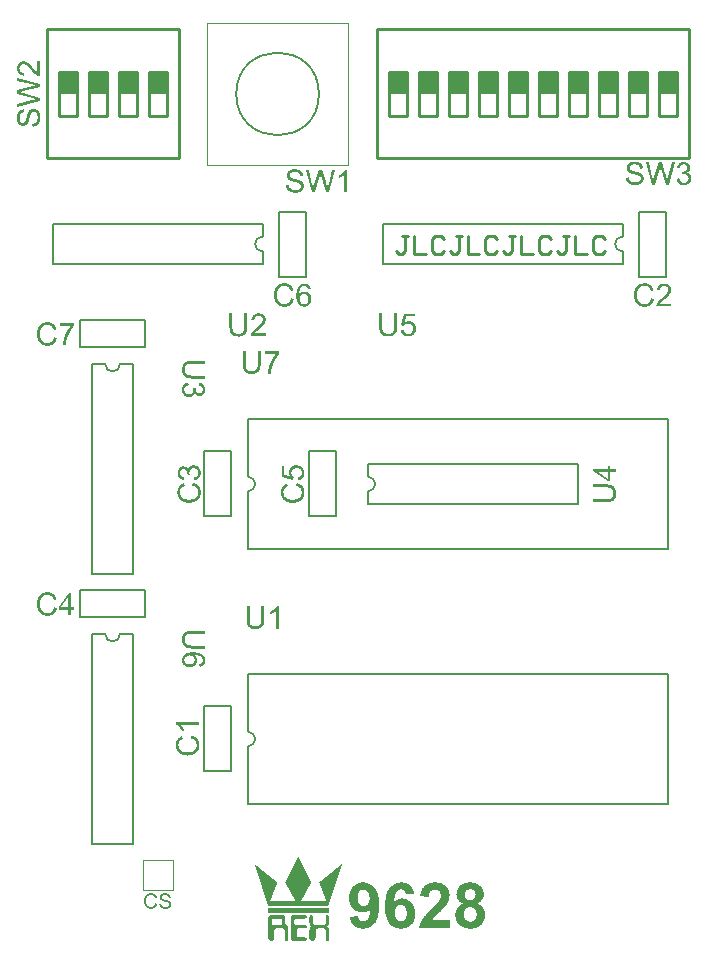
<source format=gto>
G04*
G04 #@! TF.GenerationSoftware,Altium Limited,Altium Designer,21.0.9 (235)*
G04*
G04 Layer_Color=65535*
%FSLAX25Y25*%
%MOIN*%
G70*
G04*
G04 #@! TF.SameCoordinates,B9488A90-FA10-4CA6-9237-5EE1817F1098*
G04*
G04*
G04 #@! TF.FilePolarity,Positive*
G04*
G01*
G75*
%ADD10C,0.00787*%
%ADD11C,0.00591*%
%ADD12C,0.00394*%
%ADD13C,0.01000*%
%ADD14R,0.06000X0.07400*%
G36*
X96114Y61652D02*
Y61619D01*
X96147D01*
Y61586D01*
Y61552D01*
X96180D01*
Y61519D01*
Y61486D01*
X96214D01*
Y61453D01*
Y61420D01*
X96247D01*
Y61387D01*
Y61353D01*
X96280D01*
Y61320D01*
Y61287D01*
X96313D01*
Y61254D01*
Y61221D01*
X96346D01*
Y61187D01*
Y61154D01*
X96379D01*
Y61121D01*
Y61088D01*
X96413D01*
Y61055D01*
Y61022D01*
X96446D01*
Y60988D01*
Y60955D01*
X96479D01*
Y60922D01*
Y60889D01*
X96512D01*
Y60856D01*
Y60822D01*
X96545D01*
Y60789D01*
Y60756D01*
X96579D01*
Y60723D01*
Y60690D01*
X96612D01*
Y60656D01*
Y60623D01*
X96645D01*
Y60590D01*
Y60557D01*
X96678D01*
Y60524D01*
Y60491D01*
X96711D01*
Y60457D01*
Y60424D01*
X96744D01*
Y60391D01*
Y60358D01*
X96778D01*
Y60325D01*
Y60291D01*
X96811D01*
Y60258D01*
Y60225D01*
X96844D01*
Y60192D01*
Y60159D01*
X96877D01*
Y60125D01*
Y60092D01*
X96910D01*
Y60059D01*
Y60026D01*
X96943D01*
Y59993D01*
Y59960D01*
X96977D01*
Y59926D01*
Y59893D01*
X97010D01*
Y59860D01*
Y59827D01*
X97043D01*
Y59794D01*
Y59760D01*
X97076D01*
Y59727D01*
Y59694D01*
X97109D01*
Y59661D01*
Y59628D01*
X97143D01*
Y59595D01*
Y59561D01*
X97176D01*
Y59528D01*
Y59495D01*
X97209D01*
Y59462D01*
Y59429D01*
X97242D01*
Y59395D01*
Y59362D01*
X97275D01*
Y59329D01*
Y59296D01*
X97308D01*
Y59263D01*
Y59230D01*
X97342D01*
Y59196D01*
Y59163D01*
X97375D01*
Y59130D01*
Y59097D01*
X97408D01*
Y59064D01*
Y59030D01*
X97441D01*
Y58997D01*
Y58964D01*
X97474D01*
Y58931D01*
Y58898D01*
X97508D01*
Y58864D01*
X97541D01*
Y58831D01*
Y58798D01*
X97574D01*
Y58765D01*
Y58732D01*
X97607D01*
Y58699D01*
Y58665D01*
X97640D01*
Y58632D01*
Y58599D01*
X97674D01*
Y58566D01*
Y58533D01*
X97707D01*
Y58499D01*
Y58466D01*
X97740D01*
Y58433D01*
Y58400D01*
X97773D01*
Y58367D01*
Y58334D01*
X97806D01*
Y58300D01*
Y58267D01*
X97839D01*
Y58234D01*
Y58201D01*
X97873D01*
Y58168D01*
Y58135D01*
X97906D01*
Y58101D01*
Y58068D01*
X97939D01*
Y58035D01*
Y58002D01*
X97972D01*
Y57969D01*
Y57935D01*
X98005D01*
Y57902D01*
Y57869D01*
X98039D01*
Y57836D01*
Y57803D01*
X98072D01*
Y57770D01*
Y57736D01*
X98105D01*
Y57703D01*
Y57670D01*
X98138D01*
Y57637D01*
Y57604D01*
X98171D01*
Y57570D01*
Y57537D01*
X98204D01*
Y57504D01*
Y57471D01*
X98238D01*
Y57438D01*
Y57405D01*
X98271D01*
Y57371D01*
Y57338D01*
X98304D01*
Y57305D01*
Y57272D01*
X98337D01*
Y57239D01*
Y57205D01*
X98370D01*
Y57172D01*
Y57139D01*
X98404D01*
Y57106D01*
Y57073D01*
X98437D01*
Y57039D01*
Y57006D01*
X98470D01*
Y56973D01*
Y56940D01*
X98503D01*
Y56907D01*
Y56874D01*
X98536D01*
Y56840D01*
Y56807D01*
X98570D01*
Y56774D01*
Y56741D01*
X98603D01*
Y56708D01*
Y56674D01*
X98636D01*
Y56641D01*
Y56608D01*
X98669D01*
Y56575D01*
Y56542D01*
X98702D01*
Y56508D01*
Y56475D01*
X98735D01*
Y56442D01*
Y56409D01*
X98769D01*
Y56376D01*
Y56343D01*
X98802D01*
Y56309D01*
Y56276D01*
X98835D01*
Y56243D01*
Y56210D01*
X98868D01*
Y56177D01*
Y56143D01*
X98901D01*
Y56110D01*
Y56077D01*
X98935D01*
Y56044D01*
Y56011D01*
X98968D01*
Y55978D01*
Y55944D01*
X99001D01*
Y55911D01*
Y55878D01*
X99034D01*
Y55845D01*
Y55812D01*
X99067D01*
Y55778D01*
Y55745D01*
X99101D01*
Y55712D01*
Y55679D01*
X99134D01*
Y55646D01*
Y55612D01*
X99167D01*
Y55579D01*
Y55546D01*
X99200D01*
Y55513D01*
Y55480D01*
X99233D01*
Y55447D01*
Y55413D01*
X99266D01*
Y55380D01*
Y55347D01*
X99300D01*
Y55314D01*
Y55281D01*
X99333D01*
Y55247D01*
Y55214D01*
X99366D01*
Y55181D01*
Y55148D01*
X99399D01*
Y55115D01*
Y55082D01*
X99432D01*
Y55048D01*
Y55015D01*
X99466D01*
Y54982D01*
X99499D01*
Y54949D01*
Y54916D01*
X99532D01*
Y54883D01*
Y54849D01*
X99565D01*
Y54816D01*
Y54783D01*
X99598D01*
Y54750D01*
Y54717D01*
X99631D01*
Y54683D01*
Y54650D01*
X99665D01*
Y54617D01*
Y54584D01*
X99698D01*
Y54551D01*
Y54518D01*
X99731D01*
Y54484D01*
Y54451D01*
X99764D01*
Y54418D01*
Y54385D01*
X99797D01*
Y54352D01*
Y54318D01*
X99831D01*
Y54285D01*
Y54252D01*
X99864D01*
Y54219D01*
Y54186D01*
X99897D01*
Y54153D01*
Y54119D01*
X99930D01*
Y54086D01*
Y54053D01*
X99963D01*
Y54020D01*
Y53987D01*
X99996D01*
Y53953D01*
Y53920D01*
X100030D01*
Y53887D01*
Y53854D01*
X100063D01*
Y53821D01*
Y53787D01*
X100096D01*
Y53754D01*
Y53721D01*
X100129D01*
Y53688D01*
Y53655D01*
X100162D01*
Y53622D01*
Y53588D01*
X100196D01*
Y53555D01*
Y53522D01*
X100229D01*
Y53489D01*
Y53456D01*
X100262D01*
Y53422D01*
Y53389D01*
X100295D01*
Y53356D01*
Y53323D01*
X100328D01*
Y53290D01*
Y53256D01*
X100361D01*
Y53223D01*
Y53190D01*
X100395D01*
Y53157D01*
Y53124D01*
Y53091D01*
X100361D01*
Y53057D01*
Y53024D01*
X100328D01*
Y52991D01*
Y52958D01*
X100295D01*
Y52925D01*
Y52891D01*
X100262D01*
Y52858D01*
X100229D01*
Y52825D01*
Y52792D01*
X100196D01*
Y52759D01*
Y52726D01*
X100162D01*
Y52692D01*
Y52659D01*
X100129D01*
Y52626D01*
Y52593D01*
X100096D01*
Y52560D01*
X100063D01*
Y52526D01*
Y52493D01*
X100030D01*
Y52460D01*
Y52427D01*
X99996D01*
Y52394D01*
Y52360D01*
X99963D01*
Y52327D01*
Y52294D01*
X99930D01*
Y52261D01*
X99897D01*
Y52228D01*
Y52195D01*
X99864D01*
Y52161D01*
Y52128D01*
X99831D01*
Y52095D01*
Y52062D01*
X99797D01*
Y52029D01*
Y51995D01*
X99764D01*
Y51962D01*
X99731D01*
Y51929D01*
Y51896D01*
X99698D01*
Y51863D01*
Y51830D01*
X99665D01*
Y51796D01*
Y51763D01*
X99631D01*
Y51730D01*
Y51697D01*
X99598D01*
Y51664D01*
Y51631D01*
X99565D01*
Y51597D01*
X99532D01*
Y51564D01*
Y51531D01*
X99499D01*
Y51498D01*
Y51465D01*
X99466D01*
Y51431D01*
Y51398D01*
X99432D01*
Y51365D01*
Y51332D01*
X99399D01*
Y51299D01*
X99366D01*
Y51266D01*
Y51232D01*
X99333D01*
Y51199D01*
Y51166D01*
X99300D01*
Y51133D01*
Y51099D01*
X99266D01*
Y51066D01*
Y51033D01*
X99233D01*
Y51000D01*
X99200D01*
Y50967D01*
Y50934D01*
X99167D01*
Y50901D01*
Y50867D01*
X99134D01*
Y50834D01*
Y50801D01*
X99101D01*
Y50768D01*
Y50735D01*
X99067D01*
Y50701D01*
X99034D01*
Y50668D01*
Y50635D01*
X99001D01*
Y50602D01*
Y50569D01*
X98968D01*
Y50535D01*
Y50502D01*
X98935D01*
Y50469D01*
Y50436D01*
X98901D01*
Y50403D01*
X98868D01*
Y50370D01*
Y50336D01*
X98835D01*
Y50303D01*
Y50270D01*
X98802D01*
Y50237D01*
Y50204D01*
X98769D01*
Y50170D01*
Y50137D01*
X98735D01*
Y50104D01*
Y50071D01*
X98702D01*
Y50038D01*
X98669D01*
Y50005D01*
Y49971D01*
X98636D01*
Y49938D01*
Y49905D01*
X98603D01*
Y49872D01*
Y49839D01*
X98570D01*
Y49805D01*
Y49772D01*
X98536D01*
Y49739D01*
X98503D01*
Y49706D01*
Y49673D01*
X98470D01*
Y49639D01*
Y49606D01*
X98437D01*
Y49573D01*
Y49540D01*
X98404D01*
Y49507D01*
Y49474D01*
X98370D01*
Y49440D01*
X98337D01*
Y49407D01*
Y49374D01*
X98304D01*
Y49341D01*
Y49308D01*
X98271D01*
Y49275D01*
Y49241D01*
X98238D01*
Y49208D01*
Y49175D01*
X98204D01*
Y49142D01*
X98171D01*
Y49108D01*
Y49075D01*
X98138D01*
Y49042D01*
Y49009D01*
X98105D01*
Y48976D01*
Y48943D01*
X98072D01*
Y48909D01*
Y48876D01*
X98039D01*
Y48843D01*
X98005D01*
Y48810D01*
Y48777D01*
X97972D01*
Y48744D01*
Y48710D01*
X97939D01*
Y48677D01*
Y48644D01*
X97906D01*
Y48611D01*
Y48578D01*
X97873D01*
Y48544D01*
Y48511D01*
X97839D01*
Y48478D01*
X97806D01*
Y48445D01*
Y48412D01*
X97773D01*
Y48379D01*
Y48345D01*
X97740D01*
Y48312D01*
Y48279D01*
X97707D01*
Y48246D01*
Y48213D01*
X97674D01*
Y48179D01*
X97640D01*
Y48146D01*
Y48113D01*
X97607D01*
Y48080D01*
Y48047D01*
X97574D01*
Y48013D01*
Y47980D01*
X97541D01*
Y47947D01*
Y47914D01*
X97508D01*
Y47881D01*
X97474D01*
Y47848D01*
Y47814D01*
X97441D01*
Y47781D01*
Y47748D01*
X97408D01*
Y47715D01*
Y47682D01*
X97375D01*
Y47649D01*
Y47615D01*
X97342D01*
Y47582D01*
X97308D01*
Y47549D01*
Y47516D01*
X97275D01*
Y47482D01*
Y47449D01*
X97242D01*
Y47416D01*
Y47383D01*
X97209D01*
Y47350D01*
Y47317D01*
X97176D01*
Y47283D01*
X97143D01*
Y47250D01*
Y47217D01*
X97109D01*
Y47184D01*
Y47151D01*
X105372D01*
Y47184D01*
Y47217D01*
X105339D01*
Y47250D01*
Y47283D01*
Y47317D01*
X105306D01*
Y47350D01*
Y47383D01*
X105273D01*
Y47416D01*
Y47449D01*
Y47482D01*
X105239D01*
Y47516D01*
Y47549D01*
X105206D01*
Y47582D01*
Y47615D01*
Y47649D01*
X105173D01*
Y47682D01*
Y47715D01*
X105140D01*
Y47748D01*
Y47781D01*
Y47814D01*
X105107D01*
Y47848D01*
Y47881D01*
Y47914D01*
X105073D01*
Y47947D01*
Y47980D01*
X105040D01*
Y48013D01*
Y48047D01*
Y48080D01*
X105007D01*
Y48113D01*
Y48146D01*
X104974D01*
Y48179D01*
Y48213D01*
Y48246D01*
X104941D01*
Y48279D01*
Y48312D01*
X104908D01*
Y48345D01*
Y48379D01*
Y48412D01*
X104874D01*
Y48445D01*
Y48478D01*
Y48511D01*
X104841D01*
Y48544D01*
Y48578D01*
X104808D01*
Y48611D01*
Y48644D01*
Y48677D01*
X104775D01*
Y48710D01*
Y48744D01*
X104742D01*
Y48777D01*
Y48810D01*
Y48843D01*
X104709D01*
Y48876D01*
Y48909D01*
Y48943D01*
X104675D01*
Y48976D01*
Y49009D01*
X104642D01*
Y49042D01*
Y49075D01*
Y49108D01*
X104609D01*
Y49142D01*
Y49175D01*
X104576D01*
Y49208D01*
Y49241D01*
Y49275D01*
X104543D01*
Y49308D01*
Y49341D01*
X104509D01*
Y49374D01*
Y49407D01*
Y49440D01*
X104476D01*
Y49474D01*
Y49507D01*
Y49540D01*
X104443D01*
Y49573D01*
Y49606D01*
X104410D01*
Y49639D01*
Y49673D01*
Y49706D01*
X104377D01*
Y49739D01*
Y49772D01*
X104343D01*
Y49805D01*
Y49839D01*
Y49872D01*
X104310D01*
Y49905D01*
Y49938D01*
Y49971D01*
X104277D01*
Y50005D01*
Y50038D01*
X104244D01*
Y50071D01*
Y50104D01*
Y50137D01*
X104211D01*
Y50170D01*
Y50204D01*
X104178D01*
Y50237D01*
Y50270D01*
Y50303D01*
X104144D01*
Y50336D01*
Y50370D01*
X104111D01*
Y50403D01*
Y50436D01*
Y50469D01*
X104078D01*
Y50502D01*
Y50535D01*
Y50569D01*
X104045D01*
Y50602D01*
Y50635D01*
X104012D01*
Y50668D01*
Y50701D01*
Y50735D01*
X103979D01*
Y50768D01*
Y50801D01*
X103945D01*
Y50834D01*
Y50867D01*
Y50901D01*
X103912D01*
Y50934D01*
Y50967D01*
X103879D01*
Y51000D01*
Y51033D01*
Y51066D01*
X103846D01*
Y51099D01*
Y51133D01*
Y51166D01*
X103813D01*
Y51199D01*
Y51232D01*
X103779D01*
Y51266D01*
Y51299D01*
Y51332D01*
X103746D01*
Y51365D01*
Y51398D01*
X103713D01*
Y51431D01*
Y51465D01*
Y51498D01*
X103680D01*
Y51531D01*
Y51564D01*
Y51597D01*
X103647D01*
Y51631D01*
Y51664D01*
X103613D01*
Y51697D01*
Y51730D01*
Y51763D01*
X103580D01*
Y51796D01*
Y51830D01*
X103547D01*
Y51863D01*
Y51896D01*
Y51929D01*
X103514D01*
Y51962D01*
Y51995D01*
X103481D01*
Y52029D01*
Y52062D01*
Y52095D01*
X103447D01*
Y52128D01*
Y52161D01*
Y52195D01*
X103414D01*
Y52228D01*
Y52261D01*
X103381D01*
Y52294D01*
Y52327D01*
Y52360D01*
X103348D01*
Y52394D01*
Y52427D01*
X103315D01*
Y52460D01*
Y52493D01*
Y52526D01*
X103282D01*
Y52560D01*
Y52593D01*
X103248D01*
Y52626D01*
Y52659D01*
Y52692D01*
X103215D01*
Y52726D01*
Y52759D01*
Y52792D01*
X103182D01*
Y52825D01*
Y52858D01*
X103149D01*
Y52891D01*
Y52925D01*
Y52958D01*
X103116D01*
Y52991D01*
Y53024D01*
X103083D01*
Y53057D01*
Y53091D01*
Y53124D01*
Y53157D01*
Y53190D01*
X103149D01*
Y53223D01*
X103182D01*
Y53256D01*
X103215D01*
Y53290D01*
X103248D01*
Y53323D01*
X103315D01*
Y53356D01*
X103348D01*
Y53389D01*
X103381D01*
Y53422D01*
X103414D01*
Y53456D01*
X103447D01*
Y53489D01*
X103514D01*
Y53522D01*
X103547D01*
Y53555D01*
X103580D01*
Y53588D01*
X103613D01*
Y53622D01*
X103680D01*
Y53655D01*
X103713D01*
Y53688D01*
X103746D01*
Y53721D01*
X103779D01*
Y53754D01*
X103846D01*
Y53787D01*
X103879D01*
Y53821D01*
X103912D01*
Y53854D01*
X103945D01*
Y53887D01*
X103979D01*
Y53920D01*
X104045D01*
Y53953D01*
X104078D01*
Y53987D01*
X104111D01*
Y54020D01*
X104144D01*
Y54053D01*
X104211D01*
Y54086D01*
X104244D01*
Y54119D01*
X104277D01*
Y54153D01*
X104310D01*
Y54186D01*
X104377D01*
Y54219D01*
X104410D01*
Y54252D01*
X104443D01*
Y54285D01*
X104476D01*
Y54318D01*
X104543D01*
Y54352D01*
X104576D01*
Y54385D01*
X104609D01*
Y54418D01*
X104642D01*
Y54451D01*
X104675D01*
Y54484D01*
X104742D01*
Y54518D01*
X104775D01*
Y54551D01*
X104808D01*
Y54584D01*
X104841D01*
Y54617D01*
X104908D01*
Y54650D01*
X104941D01*
Y54683D01*
X104974D01*
Y54717D01*
X105007D01*
Y54750D01*
X105073D01*
Y54783D01*
X105107D01*
Y54816D01*
X105140D01*
Y54849D01*
X105173D01*
Y54883D01*
X105206D01*
Y54916D01*
X105273D01*
Y54949D01*
X105306D01*
Y54982D01*
X105339D01*
Y55015D01*
X105372D01*
Y55048D01*
X105439D01*
Y55082D01*
X105472D01*
Y55115D01*
X105505D01*
Y55148D01*
X105538D01*
Y55181D01*
X105605D01*
Y55214D01*
X105638D01*
Y55247D01*
X105671D01*
Y55281D01*
X105704D01*
Y55314D01*
X105737D01*
Y55347D01*
X105804D01*
Y55380D01*
X105837D01*
Y55413D01*
X105870D01*
Y55447D01*
X105903D01*
Y55480D01*
X105970D01*
Y55513D01*
X106003D01*
Y55546D01*
X106036D01*
Y55579D01*
X106069D01*
Y55612D01*
X106135D01*
Y55646D01*
X106169D01*
Y55679D01*
X106202D01*
Y55712D01*
X106235D01*
Y55745D01*
X106301D01*
Y55778D01*
X106334D01*
Y55812D01*
X106368D01*
Y55845D01*
X106401D01*
Y55878D01*
X106434D01*
Y55911D01*
X106500D01*
Y55944D01*
X106534D01*
Y55978D01*
X106567D01*
Y56011D01*
X106600D01*
Y56044D01*
X106666D01*
Y56077D01*
X106700D01*
Y56110D01*
X106733D01*
Y56143D01*
X106766D01*
Y56177D01*
X106832D01*
Y56210D01*
X106866D01*
Y56243D01*
X106899D01*
Y56276D01*
X106932D01*
Y56309D01*
X106965D01*
Y56343D01*
X107031D01*
Y56376D01*
X107065D01*
Y56409D01*
X107098D01*
Y56442D01*
X107131D01*
Y56475D01*
X107197D01*
Y56508D01*
X107230D01*
Y56542D01*
X107264D01*
Y56575D01*
X107297D01*
Y56608D01*
X107363D01*
Y56641D01*
X107396D01*
Y56674D01*
X107430D01*
Y56708D01*
X107463D01*
Y56741D01*
X107529D01*
Y56774D01*
X107562D01*
Y56807D01*
X107596D01*
Y56840D01*
X107629D01*
Y56874D01*
X107662D01*
Y56907D01*
X107728D01*
Y56940D01*
X107761D01*
Y56973D01*
X107795D01*
Y57006D01*
X107828D01*
Y57039D01*
X107894D01*
Y57073D01*
X107927D01*
Y57106D01*
X107960D01*
Y57139D01*
X107994D01*
Y57172D01*
X108060D01*
Y57205D01*
X108093D01*
Y57239D01*
X108126D01*
Y57272D01*
X108160D01*
Y57305D01*
X108193D01*
Y57338D01*
X108259D01*
Y57371D01*
X108292D01*
Y57405D01*
X108326D01*
Y57438D01*
X108359D01*
Y57471D01*
X108425D01*
Y57504D01*
X108458D01*
Y57537D01*
X108492D01*
Y57570D01*
X108525D01*
Y57604D01*
X108591D01*
Y57637D01*
X108624D01*
Y57670D01*
X108657D01*
Y57703D01*
X108691D01*
Y57736D01*
X108724D01*
Y57770D01*
X108790D01*
Y57803D01*
X108823D01*
Y57836D01*
X108856D01*
Y57869D01*
X108890D01*
Y57902D01*
X108956D01*
Y57935D01*
X108989D01*
Y57969D01*
X109022D01*
Y58002D01*
X109056D01*
Y58035D01*
X109122D01*
Y58068D01*
X109155D01*
Y58101D01*
X109188D01*
Y58135D01*
X109221D01*
Y58168D01*
X109288D01*
Y58201D01*
X109321D01*
Y58234D01*
X109354D01*
Y58267D01*
X109387D01*
Y58300D01*
X109421D01*
Y58334D01*
X109487D01*
Y58367D01*
X109520D01*
Y58400D01*
X109553D01*
Y58433D01*
X109587D01*
Y58466D01*
X109653D01*
Y58499D01*
X109686D01*
Y58533D01*
X109719D01*
Y58566D01*
X109752D01*
Y58599D01*
X109819D01*
Y58632D01*
X109852D01*
Y58665D01*
X109885D01*
Y58699D01*
X109918D01*
Y58732D01*
X109951D01*
Y58765D01*
X110018D01*
Y58798D01*
X110051D01*
Y58831D01*
X110084D01*
Y58864D01*
X110117D01*
Y58898D01*
X110184D01*
Y58931D01*
X110217D01*
Y58964D01*
X110250D01*
Y58997D01*
X110283D01*
Y59030D01*
X110350D01*
Y59064D01*
X110383D01*
Y59097D01*
X110416D01*
Y59130D01*
X110449D01*
Y59163D01*
X110516D01*
Y59196D01*
X110549D01*
Y59230D01*
X110582D01*
Y59263D01*
X110615D01*
Y59296D01*
X110682D01*
Y59263D01*
Y59230D01*
Y59196D01*
X110648D01*
Y59163D01*
Y59130D01*
Y59097D01*
X110615D01*
Y59064D01*
Y59030D01*
Y58997D01*
X110582D01*
Y58964D01*
Y58931D01*
Y58898D01*
X110549D01*
Y58864D01*
Y58831D01*
Y58798D01*
X110516D01*
Y58765D01*
Y58732D01*
Y58699D01*
X110483D01*
Y58665D01*
Y58632D01*
Y58599D01*
X110449D01*
Y58566D01*
Y58533D01*
Y58499D01*
X110416D01*
Y58466D01*
Y58433D01*
Y58400D01*
X110383D01*
Y58367D01*
Y58334D01*
Y58300D01*
X110350D01*
Y58267D01*
Y58234D01*
Y58201D01*
X110317D01*
Y58168D01*
Y58135D01*
Y58101D01*
X110283D01*
Y58068D01*
Y58035D01*
Y58002D01*
X110250D01*
Y57969D01*
Y57935D01*
Y57902D01*
X110217D01*
Y57869D01*
Y57836D01*
Y57803D01*
X110184D01*
Y57770D01*
Y57736D01*
Y57703D01*
X110151D01*
Y57670D01*
Y57637D01*
Y57604D01*
X110117D01*
Y57570D01*
Y57537D01*
Y57504D01*
X110084D01*
Y57471D01*
Y57438D01*
Y57405D01*
X110051D01*
Y57371D01*
Y57338D01*
Y57305D01*
X110018D01*
Y57272D01*
Y57239D01*
Y57205D01*
X109985D01*
Y57172D01*
Y57139D01*
Y57106D01*
X109951D01*
Y57073D01*
Y57039D01*
Y57006D01*
Y56973D01*
X109918D01*
Y56940D01*
Y56907D01*
Y56874D01*
X109885D01*
Y56840D01*
Y56807D01*
Y56774D01*
X109852D01*
Y56741D01*
Y56708D01*
Y56674D01*
X109819D01*
Y56641D01*
Y56608D01*
Y56575D01*
X109786D01*
Y56542D01*
Y56508D01*
Y56475D01*
X109752D01*
Y56442D01*
Y56409D01*
Y56376D01*
X109719D01*
Y56343D01*
Y56309D01*
Y56276D01*
X109686D01*
Y56243D01*
Y56210D01*
Y56177D01*
X109653D01*
Y56143D01*
Y56110D01*
Y56077D01*
X109620D01*
Y56044D01*
Y56011D01*
Y55978D01*
X109587D01*
Y55944D01*
Y55911D01*
Y55878D01*
X109553D01*
Y55845D01*
Y55812D01*
Y55778D01*
X109520D01*
Y55745D01*
Y55712D01*
Y55679D01*
X109487D01*
Y55646D01*
Y55612D01*
Y55579D01*
X109454D01*
Y55546D01*
Y55513D01*
Y55480D01*
X109421D01*
Y55447D01*
Y55413D01*
Y55380D01*
X109387D01*
Y55347D01*
Y55314D01*
Y55281D01*
X109354D01*
Y55247D01*
Y55214D01*
Y55181D01*
X109321D01*
Y55148D01*
Y55115D01*
Y55082D01*
X109288D01*
Y55048D01*
Y55015D01*
Y54982D01*
X109255D01*
Y54949D01*
Y54916D01*
Y54883D01*
X109221D01*
Y54849D01*
Y54816D01*
Y54783D01*
Y54750D01*
X109188D01*
Y54717D01*
Y54683D01*
Y54650D01*
X109155D01*
Y54617D01*
Y54584D01*
Y54551D01*
X109122D01*
Y54518D01*
Y54484D01*
Y54451D01*
X109089D01*
Y54418D01*
Y54385D01*
Y54352D01*
X109056D01*
Y54318D01*
Y54285D01*
Y54252D01*
X109022D01*
Y54219D01*
Y54186D01*
Y54153D01*
X108989D01*
Y54119D01*
Y54086D01*
Y54053D01*
X108956D01*
Y54020D01*
Y53987D01*
Y53953D01*
X108923D01*
Y53920D01*
Y53887D01*
Y53854D01*
X108890D01*
Y53821D01*
Y53787D01*
Y53754D01*
X108856D01*
Y53721D01*
Y53688D01*
Y53655D01*
X108823D01*
Y53622D01*
Y53588D01*
Y53555D01*
X108790D01*
Y53522D01*
Y53489D01*
Y53456D01*
X108757D01*
Y53422D01*
Y53389D01*
Y53356D01*
X108724D01*
Y53323D01*
Y53290D01*
Y53256D01*
X108691D01*
Y53223D01*
Y53190D01*
Y53157D01*
X108657D01*
Y53124D01*
Y53091D01*
Y53057D01*
X108624D01*
Y53024D01*
Y52991D01*
Y52958D01*
X108591D01*
Y52925D01*
Y52891D01*
Y52858D01*
X108558D01*
Y52825D01*
Y52792D01*
Y52759D01*
X108525D01*
Y52726D01*
Y52692D01*
Y52659D01*
X108492D01*
Y52626D01*
Y52593D01*
Y52560D01*
X108458D01*
Y52526D01*
Y52493D01*
Y52460D01*
Y52427D01*
X108425D01*
Y52394D01*
Y52360D01*
Y52327D01*
X108392D01*
Y52294D01*
Y52261D01*
Y52228D01*
X108359D01*
Y52195D01*
Y52161D01*
Y52128D01*
X108326D01*
Y52095D01*
Y52062D01*
Y52029D01*
X108292D01*
Y51995D01*
Y51962D01*
Y51929D01*
X108259D01*
Y51896D01*
Y51863D01*
Y51830D01*
X108226D01*
Y51796D01*
Y51763D01*
Y51730D01*
X108193D01*
Y51697D01*
Y51664D01*
Y51631D01*
X108160D01*
Y51597D01*
Y51564D01*
Y51531D01*
X108126D01*
Y51498D01*
Y51465D01*
Y51431D01*
X108093D01*
Y51398D01*
Y51365D01*
Y51332D01*
X108060D01*
Y51299D01*
Y51266D01*
Y51232D01*
X108027D01*
Y51199D01*
Y51166D01*
Y51133D01*
X107994D01*
Y51099D01*
Y51066D01*
Y51033D01*
X107960D01*
Y51000D01*
Y50967D01*
Y50934D01*
X107927D01*
Y50901D01*
Y50867D01*
Y50834D01*
X107894D01*
Y50801D01*
Y50768D01*
Y50735D01*
X107861D01*
Y50701D01*
Y50668D01*
Y50635D01*
X107828D01*
Y50602D01*
Y50569D01*
Y50535D01*
X107795D01*
Y50502D01*
Y50469D01*
Y50436D01*
X107761D01*
Y50403D01*
Y50370D01*
Y50336D01*
X107728D01*
Y50303D01*
Y50270D01*
Y50237D01*
X107695D01*
Y50204D01*
Y50170D01*
Y50137D01*
Y50104D01*
X107662D01*
Y50071D01*
Y50038D01*
Y50005D01*
X107629D01*
Y49971D01*
Y49938D01*
Y49905D01*
X107596D01*
Y49872D01*
Y49839D01*
Y49805D01*
X107562D01*
Y49772D01*
Y49739D01*
Y49706D01*
X107529D01*
Y49673D01*
Y49639D01*
Y49606D01*
X107496D01*
Y49573D01*
Y49540D01*
Y49507D01*
X107463D01*
Y49474D01*
Y49440D01*
Y49407D01*
X107430D01*
Y49374D01*
Y49341D01*
Y49308D01*
X107396D01*
Y49275D01*
Y49241D01*
Y49208D01*
X107363D01*
Y49175D01*
Y49142D01*
Y49108D01*
X107330D01*
Y49075D01*
Y49042D01*
Y49009D01*
X107297D01*
Y48976D01*
Y48943D01*
Y48909D01*
X107264D01*
Y48876D01*
Y48843D01*
Y48810D01*
X107230D01*
Y48777D01*
Y48744D01*
Y48710D01*
X107197D01*
Y48677D01*
Y48644D01*
Y48611D01*
X107164D01*
Y48578D01*
Y48544D01*
Y48511D01*
X107131D01*
Y48478D01*
Y48445D01*
Y48412D01*
X107098D01*
Y48379D01*
Y48345D01*
Y48312D01*
X107065D01*
Y48279D01*
Y48246D01*
Y48213D01*
X107031D01*
Y48179D01*
Y48146D01*
Y48113D01*
X106998D01*
Y48080D01*
Y48047D01*
Y48013D01*
X106965D01*
Y47980D01*
Y47947D01*
Y47914D01*
Y47881D01*
X106932D01*
Y47848D01*
Y47814D01*
Y47781D01*
X106899D01*
Y47748D01*
Y47715D01*
Y47682D01*
X106866D01*
Y47649D01*
Y47615D01*
Y47582D01*
X106832D01*
Y47549D01*
Y47516D01*
Y47482D01*
X106799D01*
Y47449D01*
Y47416D01*
Y47383D01*
X106766D01*
Y47350D01*
Y47317D01*
Y47283D01*
X106733D01*
Y47250D01*
Y47217D01*
Y47184D01*
X106700D01*
Y47151D01*
Y47117D01*
Y47084D01*
X106666D01*
Y47051D01*
Y47018D01*
Y46985D01*
X106633D01*
Y46952D01*
Y46918D01*
Y46885D01*
X106600D01*
Y46852D01*
Y46819D01*
Y46786D01*
X106567D01*
Y46753D01*
Y46719D01*
Y46686D01*
X106534D01*
Y46653D01*
Y46620D01*
Y46587D01*
X106500D01*
Y46553D01*
Y46520D01*
Y46487D01*
X106467D01*
Y46454D01*
Y46421D01*
Y46387D01*
X106434D01*
Y46354D01*
Y46321D01*
Y46288D01*
X106401D01*
Y46255D01*
Y46222D01*
Y46188D01*
X106368D01*
Y46155D01*
Y46122D01*
Y46089D01*
X106334D01*
Y46056D01*
Y46022D01*
Y45989D01*
X106301D01*
Y45956D01*
Y45923D01*
Y45890D01*
X106268D01*
Y45856D01*
Y45823D01*
Y45790D01*
X106235D01*
Y45757D01*
Y45724D01*
Y45691D01*
X106202D01*
Y45657D01*
Y45624D01*
Y45591D01*
Y45558D01*
X106169D01*
Y45525D01*
Y45491D01*
Y45458D01*
X106135D01*
Y45425D01*
Y45392D01*
Y45359D01*
X86059D01*
Y45392D01*
X86026D01*
Y45425D01*
Y45458D01*
Y45491D01*
X85993D01*
Y45525D01*
Y45558D01*
Y45591D01*
X85960D01*
Y45624D01*
Y45657D01*
Y45691D01*
X85927D01*
Y45724D01*
Y45757D01*
Y45790D01*
X85893D01*
Y45823D01*
Y45856D01*
Y45890D01*
X85860D01*
Y45923D01*
Y45956D01*
Y45989D01*
X85827D01*
Y46022D01*
Y46056D01*
Y46089D01*
X85794D01*
Y46122D01*
Y46155D01*
Y46188D01*
X85761D01*
Y46222D01*
Y46255D01*
Y46288D01*
X85727D01*
Y46321D01*
Y46354D01*
Y46387D01*
X85694D01*
Y46421D01*
Y46454D01*
Y46487D01*
X85661D01*
Y46520D01*
Y46553D01*
Y46587D01*
X85628D01*
Y46620D01*
Y46653D01*
Y46686D01*
X85595D01*
Y46719D01*
Y46753D01*
Y46786D01*
X85562D01*
Y46819D01*
Y46852D01*
Y46885D01*
X85528D01*
Y46918D01*
Y46952D01*
Y46985D01*
X85495D01*
Y47018D01*
Y47051D01*
Y47084D01*
X85462D01*
Y47117D01*
Y47151D01*
Y47184D01*
X85429D01*
Y47217D01*
Y47250D01*
Y47283D01*
Y47317D01*
X85396D01*
Y47350D01*
Y47383D01*
Y47416D01*
X85362D01*
Y47449D01*
Y47482D01*
Y47516D01*
X85329D01*
Y47549D01*
Y47582D01*
Y47615D01*
X85296D01*
Y47649D01*
Y47682D01*
Y47715D01*
X85263D01*
Y47748D01*
Y47781D01*
Y47814D01*
X85230D01*
Y47848D01*
Y47881D01*
Y47914D01*
X85197D01*
Y47947D01*
Y47980D01*
Y48013D01*
X85163D01*
Y48047D01*
Y48080D01*
Y48113D01*
X85130D01*
Y48146D01*
Y48179D01*
Y48213D01*
X85097D01*
Y48246D01*
Y48279D01*
Y48312D01*
X85064D01*
Y48345D01*
Y48379D01*
Y48412D01*
X85031D01*
Y48445D01*
Y48478D01*
Y48511D01*
X84997D01*
Y48544D01*
Y48578D01*
Y48611D01*
X84964D01*
Y48644D01*
Y48677D01*
Y48710D01*
X84931D01*
Y48744D01*
Y48777D01*
Y48810D01*
X84898D01*
Y48843D01*
Y48876D01*
Y48909D01*
X84865D01*
Y48943D01*
Y48976D01*
Y49009D01*
X84831D01*
Y49042D01*
Y49075D01*
Y49108D01*
X84798D01*
Y49142D01*
Y49175D01*
Y49208D01*
X84765D01*
Y49241D01*
Y49275D01*
Y49308D01*
X84732D01*
Y49341D01*
Y49374D01*
Y49407D01*
X84699D01*
Y49440D01*
Y49474D01*
Y49507D01*
X84666D01*
Y49540D01*
Y49573D01*
Y49606D01*
Y49639D01*
X84632D01*
Y49673D01*
Y49706D01*
Y49739D01*
X84599D01*
Y49772D01*
Y49805D01*
Y49839D01*
X84566D01*
Y49872D01*
Y49905D01*
Y49938D01*
X84533D01*
Y49971D01*
Y50005D01*
Y50038D01*
X84500D01*
Y50071D01*
Y50104D01*
Y50137D01*
X84466D01*
Y50170D01*
Y50204D01*
Y50237D01*
X84433D01*
Y50270D01*
Y50303D01*
Y50336D01*
X84400D01*
Y50370D01*
Y50403D01*
Y50436D01*
X84367D01*
Y50469D01*
Y50502D01*
Y50535D01*
X84334D01*
Y50569D01*
Y50602D01*
Y50635D01*
X84301D01*
Y50668D01*
Y50701D01*
Y50735D01*
X84267D01*
Y50768D01*
Y50801D01*
Y50834D01*
X84234D01*
Y50867D01*
Y50901D01*
Y50934D01*
X84201D01*
Y50967D01*
Y51000D01*
Y51033D01*
X84168D01*
Y51066D01*
Y51099D01*
Y51133D01*
X84135D01*
Y51166D01*
Y51199D01*
Y51232D01*
X84101D01*
Y51266D01*
Y51299D01*
Y51332D01*
X84068D01*
Y51365D01*
Y51398D01*
Y51431D01*
X84035D01*
Y51465D01*
Y51498D01*
Y51531D01*
X84002D01*
Y51564D01*
Y51597D01*
Y51631D01*
X83969D01*
Y51664D01*
Y51697D01*
Y51730D01*
X83935D01*
Y51763D01*
Y51796D01*
Y51830D01*
X83902D01*
Y51863D01*
Y51896D01*
Y51929D01*
Y51962D01*
X83869D01*
Y51995D01*
Y52029D01*
Y52062D01*
X83836D01*
Y52095D01*
Y52128D01*
Y52161D01*
X83803D01*
Y52195D01*
Y52228D01*
Y52261D01*
X83770D01*
Y52294D01*
Y52327D01*
Y52360D01*
X83736D01*
Y52394D01*
Y52427D01*
Y52460D01*
X83703D01*
Y52493D01*
Y52526D01*
Y52560D01*
X83670D01*
Y52593D01*
Y52626D01*
Y52659D01*
X83637D01*
Y52692D01*
Y52726D01*
Y52759D01*
X83604D01*
Y52792D01*
Y52825D01*
Y52858D01*
X83570D01*
Y52891D01*
Y52925D01*
Y52958D01*
X83537D01*
Y52991D01*
Y53024D01*
Y53057D01*
X83504D01*
Y53091D01*
Y53124D01*
Y53157D01*
X83471D01*
Y53190D01*
Y53223D01*
Y53256D01*
X83438D01*
Y53290D01*
Y53323D01*
Y53356D01*
X83404D01*
Y53389D01*
Y53422D01*
Y53456D01*
X83371D01*
Y53489D01*
Y53522D01*
Y53555D01*
X83338D01*
Y53588D01*
Y53622D01*
Y53655D01*
X83305D01*
Y53688D01*
Y53721D01*
Y53754D01*
X83272D01*
Y53787D01*
Y53821D01*
Y53854D01*
X83239D01*
Y53887D01*
Y53920D01*
Y53953D01*
X83205D01*
Y53987D01*
Y54020D01*
Y54053D01*
X83172D01*
Y54086D01*
Y54119D01*
Y54153D01*
Y54186D01*
X83139D01*
Y54219D01*
Y54252D01*
Y54285D01*
X83106D01*
Y54318D01*
Y54352D01*
Y54385D01*
X83073D01*
Y54418D01*
Y54451D01*
Y54484D01*
X83039D01*
Y54518D01*
Y54551D01*
Y54584D01*
X83006D01*
Y54617D01*
Y54650D01*
Y54683D01*
X82973D01*
Y54717D01*
Y54750D01*
Y54783D01*
X82940D01*
Y54816D01*
Y54849D01*
Y54883D01*
X82907D01*
Y54916D01*
Y54949D01*
Y54982D01*
X82874D01*
Y55015D01*
Y55048D01*
Y55082D01*
X82840D01*
Y55115D01*
Y55148D01*
Y55181D01*
X82807D01*
Y55214D01*
Y55247D01*
Y55281D01*
X82774D01*
Y55314D01*
Y55347D01*
Y55380D01*
X82741D01*
Y55413D01*
Y55447D01*
Y55480D01*
X82708D01*
Y55513D01*
Y55546D01*
Y55579D01*
X82674D01*
Y55612D01*
Y55646D01*
Y55679D01*
X82641D01*
Y55712D01*
Y55745D01*
Y55778D01*
X82608D01*
Y55812D01*
Y55845D01*
Y55878D01*
X82575D01*
Y55911D01*
Y55944D01*
Y55978D01*
X82542D01*
Y56011D01*
Y56044D01*
Y56077D01*
X82509D01*
Y56110D01*
Y56143D01*
Y56177D01*
X82475D01*
Y56210D01*
Y56243D01*
Y56276D01*
X82442D01*
Y56309D01*
Y56343D01*
Y56376D01*
X82409D01*
Y56409D01*
Y56442D01*
Y56475D01*
Y56508D01*
X82376D01*
Y56542D01*
Y56575D01*
Y56608D01*
X82343D01*
Y56641D01*
Y56674D01*
Y56708D01*
X82310D01*
Y56741D01*
Y56774D01*
Y56807D01*
X82276D01*
Y56840D01*
Y56874D01*
Y56907D01*
X82243D01*
Y56940D01*
Y56973D01*
Y57006D01*
X82210D01*
Y57039D01*
Y57073D01*
Y57106D01*
X82177D01*
Y57139D01*
Y57172D01*
Y57205D01*
X82144D01*
Y57239D01*
Y57272D01*
Y57305D01*
X82110D01*
Y57338D01*
Y57371D01*
Y57405D01*
X82077D01*
Y57438D01*
Y57471D01*
Y57504D01*
X82044D01*
Y57537D01*
Y57570D01*
Y57604D01*
X82011D01*
Y57637D01*
Y57670D01*
Y57703D01*
X81978D01*
Y57736D01*
Y57770D01*
Y57803D01*
X81945D01*
Y57836D01*
Y57869D01*
Y57902D01*
X81911D01*
Y57935D01*
Y57969D01*
Y58002D01*
X81878D01*
Y58035D01*
Y58068D01*
Y58101D01*
X81845D01*
Y58135D01*
Y58168D01*
Y58201D01*
X81812D01*
Y58234D01*
Y58267D01*
Y58300D01*
X81779D01*
Y58334D01*
Y58367D01*
Y58400D01*
X81745D01*
Y58433D01*
Y58466D01*
Y58499D01*
X81712D01*
Y58533D01*
Y58566D01*
Y58599D01*
X81679D01*
Y58632D01*
Y58665D01*
Y58699D01*
X81646D01*
Y58732D01*
Y58765D01*
Y58798D01*
Y58831D01*
X81613D01*
Y58864D01*
Y58898D01*
Y58931D01*
X81579D01*
Y58964D01*
Y58997D01*
Y59030D01*
X81546D01*
Y59064D01*
Y59097D01*
Y59130D01*
X81513D01*
Y59163D01*
Y59196D01*
Y59230D01*
X81480D01*
Y59263D01*
Y59296D01*
X81546D01*
Y59263D01*
X81579D01*
Y59230D01*
X81613D01*
Y59196D01*
X81679D01*
Y59163D01*
X81712D01*
Y59130D01*
X81745D01*
Y59097D01*
X81779D01*
Y59064D01*
X81845D01*
Y59030D01*
X81878D01*
Y58997D01*
X81911D01*
Y58964D01*
X81945D01*
Y58931D01*
X81978D01*
Y58898D01*
X82044D01*
Y58864D01*
X82077D01*
Y58831D01*
X82110D01*
Y58798D01*
X82144D01*
Y58765D01*
X82210D01*
Y58732D01*
X82243D01*
Y58699D01*
X82276D01*
Y58665D01*
X82310D01*
Y58632D01*
X82376D01*
Y58599D01*
X82409D01*
Y58566D01*
X82442D01*
Y58533D01*
X82475D01*
Y58499D01*
X82509D01*
Y58466D01*
X82575D01*
Y58433D01*
X82608D01*
Y58400D01*
X82641D01*
Y58367D01*
X82674D01*
Y58334D01*
X82741D01*
Y58300D01*
X82774D01*
Y58267D01*
X82807D01*
Y58234D01*
X82840D01*
Y58201D01*
X82907D01*
Y58168D01*
X82940D01*
Y58135D01*
X82973D01*
Y58101D01*
X83006D01*
Y58068D01*
X83073D01*
Y58035D01*
X83106D01*
Y58002D01*
X83139D01*
Y57969D01*
X83172D01*
Y57935D01*
X83205D01*
Y57902D01*
X83272D01*
Y57869D01*
X83305D01*
Y57836D01*
X83338D01*
Y57803D01*
X83371D01*
Y57770D01*
X83438D01*
Y57736D01*
X83471D01*
Y57703D01*
X83504D01*
Y57670D01*
X83537D01*
Y57637D01*
X83604D01*
Y57604D01*
X83637D01*
Y57570D01*
X83670D01*
Y57537D01*
X83703D01*
Y57504D01*
X83736D01*
Y57471D01*
X83803D01*
Y57438D01*
X83836D01*
Y57405D01*
X83869D01*
Y57371D01*
X83902D01*
Y57338D01*
X83969D01*
Y57305D01*
X84002D01*
Y57272D01*
X84035D01*
Y57239D01*
X84068D01*
Y57205D01*
X84135D01*
Y57172D01*
X84168D01*
Y57139D01*
X84201D01*
Y57106D01*
X84234D01*
Y57073D01*
X84267D01*
Y57039D01*
X84334D01*
Y57006D01*
X84367D01*
Y56973D01*
X84400D01*
Y56940D01*
X84433D01*
Y56907D01*
X84500D01*
Y56874D01*
X84533D01*
Y56840D01*
X84566D01*
Y56807D01*
X84599D01*
Y56774D01*
X84666D01*
Y56741D01*
X84699D01*
Y56708D01*
X84732D01*
Y56674D01*
X84765D01*
Y56641D01*
X84831D01*
Y56608D01*
X84865D01*
Y56575D01*
X84898D01*
Y56542D01*
X84931D01*
Y56508D01*
X84964D01*
Y56475D01*
X85031D01*
Y56442D01*
X85064D01*
Y56409D01*
X85097D01*
Y56376D01*
X85130D01*
Y56343D01*
X85197D01*
Y56309D01*
X85230D01*
Y56276D01*
X85263D01*
Y56243D01*
X85296D01*
Y56210D01*
X85362D01*
Y56177D01*
X85396D01*
Y56143D01*
X85429D01*
Y56110D01*
X85462D01*
Y56077D01*
X85495D01*
Y56044D01*
X85562D01*
Y56011D01*
X85595D01*
Y55978D01*
X85628D01*
Y55944D01*
X85661D01*
Y55911D01*
X85727D01*
Y55878D01*
X85761D01*
Y55845D01*
X85794D01*
Y55812D01*
X85827D01*
Y55778D01*
X85893D01*
Y55745D01*
X85927D01*
Y55712D01*
X85960D01*
Y55679D01*
X85993D01*
Y55646D01*
X86059D01*
Y55612D01*
X86092D01*
Y55579D01*
X86126D01*
Y55546D01*
X86159D01*
Y55513D01*
X86192D01*
Y55480D01*
X86258D01*
Y55447D01*
X86291D01*
Y55413D01*
X86325D01*
Y55380D01*
X86358D01*
Y55347D01*
X86424D01*
Y55314D01*
X86457D01*
Y55281D01*
X86491D01*
Y55247D01*
X86524D01*
Y55214D01*
X86590D01*
Y55181D01*
X86623D01*
Y55148D01*
X86657D01*
Y55115D01*
X86690D01*
Y55082D01*
X86723D01*
Y55048D01*
X86789D01*
Y55015D01*
X86822D01*
Y54982D01*
X86856D01*
Y54949D01*
X86889D01*
Y54916D01*
X86955D01*
Y54883D01*
X86988D01*
Y54849D01*
X87022D01*
Y54816D01*
X87055D01*
Y54783D01*
X87121D01*
Y54750D01*
X87154D01*
Y54717D01*
X87187D01*
Y54683D01*
X87221D01*
Y54650D01*
X87254D01*
Y54617D01*
X87320D01*
Y54584D01*
X87353D01*
Y54551D01*
X87387D01*
Y54518D01*
X87420D01*
Y54484D01*
X87486D01*
Y54451D01*
X87519D01*
Y54418D01*
X87552D01*
Y54385D01*
X87586D01*
Y54352D01*
X87652D01*
Y54318D01*
X87685D01*
Y54285D01*
X87718D01*
Y54252D01*
X87752D01*
Y54219D01*
X87818D01*
Y54186D01*
X87851D01*
Y54153D01*
X87884D01*
Y54119D01*
X87918D01*
Y54086D01*
X87951D01*
Y54053D01*
X88017D01*
Y54020D01*
X88050D01*
Y53987D01*
X88083D01*
Y53953D01*
X88117D01*
Y53920D01*
X88183D01*
Y53887D01*
X88216D01*
Y53854D01*
X88249D01*
Y53821D01*
X88283D01*
Y53787D01*
X88349D01*
Y53754D01*
X88382D01*
Y53721D01*
X88415D01*
Y53688D01*
X88449D01*
Y53655D01*
X88482D01*
Y53622D01*
X88548D01*
Y53588D01*
X88581D01*
Y53555D01*
X88614D01*
Y53522D01*
X88648D01*
Y53489D01*
X88714D01*
Y53456D01*
X88747D01*
Y53422D01*
X88780D01*
Y53389D01*
X88814D01*
Y53356D01*
X88880D01*
Y53323D01*
X88913D01*
Y53290D01*
X88946D01*
Y53256D01*
X88979D01*
Y53223D01*
X89046D01*
Y53190D01*
X89079D01*
Y53157D01*
X89112D01*
Y53124D01*
X89079D01*
Y53091D01*
Y53057D01*
Y53024D01*
X89046D01*
Y52991D01*
Y52958D01*
X89013D01*
Y52925D01*
Y52891D01*
Y52858D01*
X88979D01*
Y52825D01*
Y52792D01*
Y52759D01*
X88946D01*
Y52726D01*
Y52692D01*
X88913D01*
Y52659D01*
Y52626D01*
Y52593D01*
X88880D01*
Y52560D01*
Y52526D01*
X88847D01*
Y52493D01*
Y52460D01*
Y52427D01*
X88814D01*
Y52394D01*
Y52360D01*
Y52327D01*
X88780D01*
Y52294D01*
Y52261D01*
X88747D01*
Y52228D01*
Y52195D01*
Y52161D01*
X88714D01*
Y52128D01*
Y52095D01*
X88681D01*
Y52062D01*
Y52029D01*
Y51995D01*
X88648D01*
Y51962D01*
Y51929D01*
X88614D01*
Y51896D01*
Y51863D01*
Y51830D01*
X88581D01*
Y51796D01*
Y51763D01*
Y51730D01*
X88548D01*
Y51697D01*
Y51664D01*
X88515D01*
Y51631D01*
Y51597D01*
Y51564D01*
X88482D01*
Y51531D01*
Y51498D01*
X88449D01*
Y51465D01*
Y51431D01*
Y51398D01*
X88415D01*
Y51365D01*
Y51332D01*
X88382D01*
Y51299D01*
Y51266D01*
Y51232D01*
X88349D01*
Y51199D01*
Y51166D01*
Y51133D01*
X88316D01*
Y51099D01*
Y51066D01*
X88283D01*
Y51033D01*
Y51000D01*
Y50967D01*
X88249D01*
Y50934D01*
Y50901D01*
X88216D01*
Y50867D01*
Y50834D01*
Y50801D01*
X88183D01*
Y50768D01*
Y50735D01*
Y50701D01*
X88150D01*
Y50668D01*
Y50635D01*
X88117D01*
Y50602D01*
Y50569D01*
Y50535D01*
X88083D01*
Y50502D01*
Y50469D01*
X88050D01*
Y50436D01*
Y50403D01*
Y50370D01*
X88017D01*
Y50336D01*
Y50303D01*
X87984D01*
Y50270D01*
Y50237D01*
Y50204D01*
X87951D01*
Y50170D01*
Y50137D01*
Y50104D01*
X87918D01*
Y50071D01*
Y50038D01*
X87884D01*
Y50005D01*
Y49971D01*
Y49938D01*
X87851D01*
Y49905D01*
Y49872D01*
X87818D01*
Y49839D01*
Y49805D01*
Y49772D01*
X87785D01*
Y49739D01*
Y49706D01*
X87752D01*
Y49673D01*
Y49639D01*
Y49606D01*
X87718D01*
Y49573D01*
Y49540D01*
Y49507D01*
X87685D01*
Y49474D01*
Y49440D01*
X87652D01*
Y49407D01*
Y49374D01*
Y49341D01*
X87619D01*
Y49308D01*
Y49275D01*
X87586D01*
Y49241D01*
Y49208D01*
Y49175D01*
X87552D01*
Y49142D01*
Y49108D01*
Y49075D01*
X87519D01*
Y49042D01*
Y49009D01*
X87486D01*
Y48976D01*
Y48943D01*
Y48909D01*
X87453D01*
Y48876D01*
Y48843D01*
X87420D01*
Y48810D01*
Y48777D01*
Y48744D01*
X87387D01*
Y48710D01*
Y48677D01*
X87353D01*
Y48644D01*
Y48611D01*
Y48578D01*
X87320D01*
Y48544D01*
Y48511D01*
Y48478D01*
X87287D01*
Y48445D01*
Y48412D01*
X87254D01*
Y48379D01*
Y48345D01*
Y48312D01*
X87221D01*
Y48279D01*
Y48246D01*
X87187D01*
Y48213D01*
Y48179D01*
Y48146D01*
X87154D01*
Y48113D01*
Y48080D01*
X87121D01*
Y48047D01*
Y48013D01*
Y47980D01*
X87088D01*
Y47947D01*
Y47914D01*
Y47881D01*
X87055D01*
Y47848D01*
Y47814D01*
X87022D01*
Y47781D01*
Y47748D01*
Y47715D01*
X86988D01*
Y47682D01*
Y47649D01*
X86955D01*
Y47615D01*
Y47582D01*
Y47549D01*
X86922D01*
Y47516D01*
Y47482D01*
Y47449D01*
X86889D01*
Y47416D01*
Y47383D01*
X86856D01*
Y47350D01*
Y47317D01*
Y47283D01*
X86822D01*
Y47250D01*
Y47217D01*
X86789D01*
Y47184D01*
Y47151D01*
X95052D01*
Y47184D01*
Y47217D01*
X95019D01*
Y47250D01*
Y47283D01*
X94986D01*
Y47317D01*
X94952D01*
Y47350D01*
Y47383D01*
X94919D01*
Y47416D01*
Y47449D01*
X94886D01*
Y47482D01*
Y47516D01*
X94853D01*
Y47549D01*
Y47582D01*
X94820D01*
Y47615D01*
Y47649D01*
X94787D01*
Y47682D01*
X94753D01*
Y47715D01*
Y47748D01*
X94720D01*
Y47781D01*
Y47814D01*
X94687D01*
Y47848D01*
Y47881D01*
X94654D01*
Y47914D01*
Y47947D01*
X94621D01*
Y47980D01*
X94587D01*
Y48013D01*
Y48047D01*
X94554D01*
Y48080D01*
Y48113D01*
X94521D01*
Y48146D01*
Y48179D01*
X94488D01*
Y48213D01*
Y48246D01*
X94455D01*
Y48279D01*
X94422D01*
Y48312D01*
Y48345D01*
X94388D01*
Y48379D01*
Y48412D01*
X94355D01*
Y48445D01*
Y48478D01*
X94322D01*
Y48511D01*
Y48544D01*
X94289D01*
Y48578D01*
X94256D01*
Y48611D01*
Y48644D01*
X94222D01*
Y48677D01*
Y48710D01*
X94189D01*
Y48744D01*
Y48777D01*
X94156D01*
Y48810D01*
Y48843D01*
X94123D01*
Y48876D01*
X94090D01*
Y48909D01*
Y48943D01*
X94056D01*
Y48976D01*
Y49009D01*
X94023D01*
Y49042D01*
Y49075D01*
X93990D01*
Y49108D01*
Y49142D01*
X93957D01*
Y49175D01*
Y49208D01*
X93924D01*
Y49241D01*
X93891D01*
Y49275D01*
Y49308D01*
X93857D01*
Y49341D01*
Y49374D01*
X93824D01*
Y49407D01*
Y49440D01*
X93791D01*
Y49474D01*
Y49507D01*
X93758D01*
Y49540D01*
X93725D01*
Y49573D01*
Y49606D01*
X93691D01*
Y49639D01*
Y49673D01*
X93658D01*
Y49706D01*
Y49739D01*
X93625D01*
Y49772D01*
Y49805D01*
X93592D01*
Y49839D01*
X93559D01*
Y49872D01*
Y49905D01*
X93526D01*
Y49938D01*
Y49971D01*
X93492D01*
Y50005D01*
Y50038D01*
X93459D01*
Y50071D01*
Y50104D01*
X93426D01*
Y50137D01*
X93393D01*
Y50170D01*
Y50204D01*
X93360D01*
Y50237D01*
Y50270D01*
X93326D01*
Y50303D01*
Y50336D01*
X93293D01*
Y50370D01*
Y50403D01*
X93260D01*
Y50436D01*
X93227D01*
Y50469D01*
Y50502D01*
X93194D01*
Y50535D01*
Y50569D01*
X93161D01*
Y50602D01*
Y50635D01*
X93127D01*
Y50668D01*
Y50701D01*
X93094D01*
Y50735D01*
Y50768D01*
X93061D01*
Y50801D01*
X93028D01*
Y50834D01*
Y50867D01*
X92995D01*
Y50901D01*
Y50934D01*
X92962D01*
Y50967D01*
Y51000D01*
X92928D01*
Y51033D01*
Y51066D01*
X92895D01*
Y51099D01*
X92862D01*
Y51133D01*
Y51166D01*
X92829D01*
Y51199D01*
Y51232D01*
X92795D01*
Y51266D01*
Y51299D01*
X92762D01*
Y51332D01*
Y51365D01*
X92729D01*
Y51398D01*
X92696D01*
Y51431D01*
Y51465D01*
X92663D01*
Y51498D01*
Y51531D01*
X92630D01*
Y51564D01*
Y51597D01*
X92596D01*
Y51631D01*
Y51664D01*
X92563D01*
Y51697D01*
X92530D01*
Y51730D01*
Y51763D01*
X92497D01*
Y51796D01*
Y51830D01*
X92464D01*
Y51863D01*
Y51896D01*
X92431D01*
Y51929D01*
Y51962D01*
X92397D01*
Y51995D01*
X92364D01*
Y52029D01*
Y52062D01*
X92331D01*
Y52095D01*
Y52128D01*
X92298D01*
Y52161D01*
Y52195D01*
X92265D01*
Y52228D01*
Y52261D01*
X92231D01*
Y52294D01*
Y52327D01*
X92198D01*
Y52360D01*
X92165D01*
Y52394D01*
Y52427D01*
X92132D01*
Y52460D01*
Y52493D01*
X92099D01*
Y52526D01*
Y52560D01*
X92066D01*
Y52593D01*
Y52626D01*
X92032D01*
Y52659D01*
X91999D01*
Y52692D01*
Y52726D01*
X91966D01*
Y52759D01*
Y52792D01*
X91933D01*
Y52825D01*
Y52858D01*
X91900D01*
Y52891D01*
Y52925D01*
X91866D01*
Y52958D01*
X91833D01*
Y52991D01*
Y53024D01*
X91800D01*
Y53057D01*
Y53091D01*
X91767D01*
Y53124D01*
Y53157D01*
Y53190D01*
X91800D01*
Y53223D01*
Y53256D01*
X91833D01*
Y53290D01*
Y53323D01*
X91866D01*
Y53356D01*
Y53389D01*
X91900D01*
Y53422D01*
Y53456D01*
X91933D01*
Y53489D01*
Y53522D01*
X91966D01*
Y53555D01*
Y53588D01*
X91999D01*
Y53622D01*
Y53655D01*
X92032D01*
Y53688D01*
Y53721D01*
X92066D01*
Y53754D01*
Y53787D01*
X92099D01*
Y53821D01*
Y53854D01*
X92132D01*
Y53887D01*
Y53920D01*
X92165D01*
Y53953D01*
Y53987D01*
X92198D01*
Y54020D01*
Y54053D01*
X92231D01*
Y54086D01*
Y54119D01*
X92265D01*
Y54153D01*
Y54186D01*
X92298D01*
Y54219D01*
Y54252D01*
X92331D01*
Y54285D01*
Y54318D01*
X92364D01*
Y54352D01*
X92397D01*
Y54385D01*
Y54418D01*
X92431D01*
Y54451D01*
Y54484D01*
X92464D01*
Y54518D01*
Y54551D01*
X92497D01*
Y54584D01*
Y54617D01*
X92530D01*
Y54650D01*
Y54683D01*
X92563D01*
Y54717D01*
Y54750D01*
X92596D01*
Y54783D01*
Y54816D01*
X92630D01*
Y54849D01*
Y54883D01*
X92663D01*
Y54916D01*
Y54949D01*
X92696D01*
Y54982D01*
Y55015D01*
X92729D01*
Y55048D01*
Y55082D01*
X92762D01*
Y55115D01*
Y55148D01*
X92795D01*
Y55181D01*
Y55214D01*
X92829D01*
Y55247D01*
Y55281D01*
X92862D01*
Y55314D01*
Y55347D01*
X92895D01*
Y55380D01*
Y55413D01*
X92928D01*
Y55447D01*
Y55480D01*
X92962D01*
Y55513D01*
Y55546D01*
X92995D01*
Y55579D01*
Y55612D01*
X93028D01*
Y55646D01*
Y55679D01*
X93061D01*
Y55712D01*
Y55745D01*
X93094D01*
Y55778D01*
Y55812D01*
X93127D01*
Y55845D01*
Y55878D01*
X93161D01*
Y55911D01*
Y55944D01*
X93194D01*
Y55978D01*
Y56011D01*
X93227D01*
Y56044D01*
Y56077D01*
X93260D01*
Y56110D01*
Y56143D01*
X93293D01*
Y56177D01*
Y56210D01*
X93326D01*
Y56243D01*
Y56276D01*
X93360D01*
Y56309D01*
Y56343D01*
X93393D01*
Y56376D01*
Y56409D01*
X93426D01*
Y56442D01*
Y56475D01*
X93459D01*
Y56508D01*
Y56542D01*
X93492D01*
Y56575D01*
Y56608D01*
X93526D01*
Y56641D01*
Y56674D01*
X93559D01*
Y56708D01*
Y56741D01*
X93592D01*
Y56774D01*
Y56807D01*
X93625D01*
Y56840D01*
Y56874D01*
X93658D01*
Y56907D01*
Y56940D01*
X93691D01*
Y56973D01*
Y57006D01*
X93725D01*
Y57039D01*
Y57073D01*
X93758D01*
Y57106D01*
Y57139D01*
X93791D01*
Y57172D01*
Y57205D01*
X93824D01*
Y57239D01*
Y57272D01*
X93857D01*
Y57305D01*
Y57338D01*
X93891D01*
Y57371D01*
Y57405D01*
X93924D01*
Y57438D01*
Y57471D01*
X93957D01*
Y57504D01*
Y57537D01*
X93990D01*
Y57570D01*
Y57604D01*
X94023D01*
Y57637D01*
Y57670D01*
X94056D01*
Y57703D01*
Y57736D01*
X94090D01*
Y57770D01*
Y57803D01*
X94123D01*
Y57836D01*
Y57869D01*
X94156D01*
Y57902D01*
Y57935D01*
X94189D01*
Y57969D01*
Y58002D01*
X94222D01*
Y58035D01*
Y58068D01*
X94256D01*
Y58101D01*
Y58135D01*
X94289D01*
Y58168D01*
X94322D01*
Y58201D01*
Y58234D01*
X94355D01*
Y58267D01*
Y58300D01*
X94388D01*
Y58334D01*
Y58367D01*
X94422D01*
Y58400D01*
Y58433D01*
X94455D01*
Y58466D01*
Y58499D01*
X94488D01*
Y58533D01*
Y58566D01*
X94521D01*
Y58599D01*
Y58632D01*
X94554D01*
Y58665D01*
Y58699D01*
X94587D01*
Y58732D01*
Y58765D01*
X94621D01*
Y58798D01*
Y58831D01*
X94654D01*
Y58864D01*
Y58898D01*
X94687D01*
Y58931D01*
Y58964D01*
X94720D01*
Y58997D01*
Y59030D01*
X94753D01*
Y59064D01*
Y59097D01*
X94787D01*
Y59130D01*
Y59163D01*
X94820D01*
Y59196D01*
Y59230D01*
X94853D01*
Y59263D01*
Y59296D01*
X94886D01*
Y59329D01*
Y59362D01*
X94919D01*
Y59395D01*
Y59429D01*
X94952D01*
Y59462D01*
Y59495D01*
X94986D01*
Y59528D01*
Y59561D01*
X95019D01*
Y59595D01*
Y59628D01*
X95052D01*
Y59661D01*
Y59694D01*
X95085D01*
Y59727D01*
Y59760D01*
X95118D01*
Y59794D01*
Y59827D01*
X95152D01*
Y59860D01*
Y59893D01*
X95185D01*
Y59926D01*
Y59960D01*
X95218D01*
Y59993D01*
Y60026D01*
X95251D01*
Y60059D01*
Y60092D01*
X95284D01*
Y60125D01*
Y60159D01*
X95318D01*
Y60192D01*
Y60225D01*
X95351D01*
Y60258D01*
Y60291D01*
X95384D01*
Y60325D01*
Y60358D01*
X95417D01*
Y60391D01*
Y60424D01*
X95450D01*
Y60457D01*
Y60491D01*
X95483D01*
Y60524D01*
Y60557D01*
X95517D01*
Y60590D01*
Y60623D01*
X95550D01*
Y60656D01*
Y60690D01*
X95583D01*
Y60723D01*
Y60756D01*
X95616D01*
Y60789D01*
Y60822D01*
X95649D01*
Y60856D01*
Y60889D01*
X95683D01*
Y60922D01*
Y60955D01*
X95716D01*
Y60988D01*
Y61022D01*
X95749D01*
Y61055D01*
Y61088D01*
X95782D01*
Y61121D01*
Y61154D01*
X95815D01*
Y61187D01*
Y61221D01*
X95849D01*
Y61254D01*
Y61287D01*
X95882D01*
Y61320D01*
Y61353D01*
X95915D01*
Y61387D01*
Y61420D01*
X95948D01*
Y61453D01*
Y61486D01*
X95981D01*
Y61519D01*
Y61552D01*
X96014D01*
Y61586D01*
Y61619D01*
X96048D01*
Y61652D01*
Y61685D01*
X96114D01*
Y61652D01*
D02*
G37*
G36*
X106235Y44662D02*
Y44629D01*
Y44596D01*
Y44562D01*
Y44529D01*
Y44496D01*
Y44463D01*
Y44430D01*
Y44396D01*
Y44363D01*
Y44330D01*
Y44297D01*
Y44264D01*
Y44230D01*
Y44197D01*
Y44164D01*
Y44131D01*
Y44098D01*
Y44065D01*
Y44031D01*
Y43998D01*
Y43965D01*
Y43932D01*
Y43899D01*
Y43865D01*
Y43832D01*
Y43799D01*
Y43766D01*
Y43733D01*
Y43700D01*
Y43666D01*
Y43633D01*
Y43600D01*
Y43567D01*
Y43534D01*
Y43501D01*
Y43467D01*
Y43434D01*
Y43401D01*
Y43368D01*
Y43335D01*
Y43301D01*
Y43268D01*
Y43235D01*
Y43202D01*
Y43169D01*
Y43135D01*
Y43102D01*
Y43069D01*
Y43036D01*
Y43003D01*
Y42970D01*
Y42936D01*
X86092D01*
Y42970D01*
Y43003D01*
Y43036D01*
Y43069D01*
Y43102D01*
Y43135D01*
Y43169D01*
Y43202D01*
Y43235D01*
Y43268D01*
Y43301D01*
Y43335D01*
Y43368D01*
Y43401D01*
Y43434D01*
Y43467D01*
Y43501D01*
Y43534D01*
Y43567D01*
Y43600D01*
Y43633D01*
Y43666D01*
Y43700D01*
Y43733D01*
Y43766D01*
Y43799D01*
Y43832D01*
Y43865D01*
Y43899D01*
Y43932D01*
Y43965D01*
Y43998D01*
Y44031D01*
Y44065D01*
Y44098D01*
Y44131D01*
Y44164D01*
Y44197D01*
Y44230D01*
Y44264D01*
Y44297D01*
Y44330D01*
Y44363D01*
Y44396D01*
Y44430D01*
Y44463D01*
Y44496D01*
Y44529D01*
Y44562D01*
Y44596D01*
Y44629D01*
Y44662D01*
Y44695D01*
X106235D01*
Y44662D01*
D02*
G37*
G36*
X105903Y42273D02*
X106036D01*
Y42239D01*
X106102D01*
Y42206D01*
X106135D01*
Y42173D01*
X106169D01*
Y42140D01*
X106202D01*
Y42107D01*
X106235D01*
Y42074D01*
Y42040D01*
Y42007D01*
X106268D01*
Y41974D01*
Y41941D01*
Y41908D01*
X106301D01*
Y41875D01*
Y41841D01*
Y41808D01*
Y41775D01*
Y41742D01*
Y41709D01*
X106334D01*
Y41675D01*
Y41642D01*
Y41609D01*
Y41576D01*
Y41543D01*
Y41510D01*
Y41476D01*
Y41443D01*
Y41410D01*
Y41377D01*
Y41344D01*
Y41310D01*
Y41277D01*
Y41244D01*
Y41211D01*
Y41178D01*
Y41144D01*
Y41111D01*
Y41078D01*
Y41045D01*
Y41012D01*
Y40979D01*
Y40945D01*
Y40912D01*
Y40879D01*
Y40846D01*
Y40813D01*
Y40779D01*
Y40746D01*
Y40713D01*
Y40680D01*
Y40647D01*
Y40613D01*
Y40580D01*
Y40547D01*
Y40514D01*
Y40481D01*
Y40448D01*
Y40414D01*
Y40381D01*
Y40348D01*
Y40315D01*
Y40282D01*
Y40249D01*
Y40215D01*
Y40182D01*
Y40149D01*
Y40116D01*
Y40082D01*
Y40049D01*
Y40016D01*
Y39983D01*
Y39950D01*
Y39917D01*
Y39883D01*
Y39850D01*
Y39817D01*
Y39784D01*
Y39751D01*
Y39718D01*
Y39684D01*
Y39651D01*
Y39618D01*
Y39585D01*
Y39552D01*
Y39518D01*
Y39485D01*
Y39452D01*
Y39419D01*
X106301D01*
Y39386D01*
Y39353D01*
Y39319D01*
Y39286D01*
Y39253D01*
Y39220D01*
Y39187D01*
X106268D01*
Y39153D01*
Y39120D01*
Y39087D01*
Y39054D01*
X106235D01*
Y39021D01*
Y38987D01*
Y38954D01*
X106202D01*
Y38921D01*
Y38888D01*
X106169D01*
Y38855D01*
Y38822D01*
X106135D01*
Y38788D01*
Y38755D01*
X106102D01*
Y38722D01*
X106069D01*
Y38689D01*
X106036D01*
Y38656D01*
Y38622D01*
X105970D01*
Y38589D01*
X105936D01*
Y38556D01*
X105903D01*
Y38523D01*
X105837D01*
Y38490D01*
X105737D01*
Y38456D01*
X105671D01*
Y38423D01*
X105538D01*
Y38390D01*
X105571D01*
Y38357D01*
X105671D01*
Y38324D01*
X105737D01*
Y38291D01*
X105804D01*
Y38258D01*
X105870D01*
Y38224D01*
X105936D01*
Y38191D01*
X105970D01*
Y38158D01*
X106003D01*
Y38125D01*
X106036D01*
Y38091D01*
X106069D01*
Y38058D01*
X106102D01*
Y38025D01*
X106135D01*
Y37992D01*
Y37959D01*
X106169D01*
Y37926D01*
Y37892D01*
X106202D01*
Y37859D01*
Y37826D01*
X106235D01*
Y37793D01*
Y37760D01*
Y37727D01*
X106268D01*
Y37693D01*
Y37660D01*
Y37627D01*
X106301D01*
Y37594D01*
Y37561D01*
Y37527D01*
Y37494D01*
Y37461D01*
Y37428D01*
Y37395D01*
X106334D01*
Y37361D01*
Y37328D01*
Y37295D01*
Y37262D01*
Y37229D01*
Y37196D01*
Y37162D01*
Y37129D01*
Y37096D01*
Y37063D01*
Y37030D01*
Y36996D01*
Y36963D01*
Y36930D01*
Y36897D01*
Y36864D01*
Y36830D01*
Y36797D01*
Y36764D01*
Y36731D01*
Y36698D01*
Y36665D01*
Y36632D01*
Y36598D01*
Y36565D01*
Y36532D01*
Y36499D01*
Y36465D01*
Y36432D01*
Y36399D01*
Y36366D01*
Y36333D01*
Y36300D01*
Y36266D01*
Y36233D01*
Y36200D01*
Y36167D01*
Y36134D01*
Y36101D01*
Y36067D01*
Y36034D01*
Y36001D01*
Y35968D01*
Y35935D01*
Y35901D01*
Y35868D01*
Y35835D01*
Y35802D01*
Y35769D01*
Y35735D01*
Y35702D01*
Y35669D01*
Y35636D01*
Y35603D01*
Y35570D01*
Y35536D01*
Y35503D01*
Y35470D01*
Y35437D01*
Y35404D01*
Y35370D01*
Y35337D01*
Y35304D01*
Y35271D01*
Y35238D01*
Y35205D01*
Y35171D01*
Y35138D01*
Y35105D01*
Y35072D01*
Y35039D01*
Y35005D01*
Y34972D01*
Y34939D01*
Y34906D01*
Y34873D01*
Y34839D01*
Y34806D01*
Y34773D01*
Y34740D01*
Y34707D01*
Y34674D01*
Y34640D01*
Y34607D01*
Y34574D01*
Y34541D01*
Y34508D01*
Y34475D01*
Y34441D01*
Y34408D01*
Y34375D01*
Y34342D01*
Y34309D01*
Y34275D01*
Y34242D01*
Y34209D01*
X106301D01*
Y34176D01*
Y34143D01*
Y34110D01*
Y34076D01*
Y34043D01*
Y34010D01*
X106268D01*
Y33977D01*
Y33944D01*
Y33910D01*
X106235D01*
Y33877D01*
Y33844D01*
X106202D01*
Y33811D01*
X106169D01*
Y33778D01*
X106135D01*
Y33744D01*
X106102D01*
Y33711D01*
X106036D01*
Y33678D01*
X105970D01*
Y33645D01*
X105605D01*
Y33678D01*
X105505D01*
Y33711D01*
X105439D01*
Y33744D01*
X105405D01*
Y33778D01*
X105372D01*
Y33811D01*
X105339D01*
Y33844D01*
Y33877D01*
X105306D01*
Y33910D01*
Y33944D01*
Y33977D01*
X105273D01*
Y34010D01*
Y34043D01*
Y34076D01*
Y34110D01*
X105239D01*
Y34143D01*
Y34176D01*
Y34209D01*
Y34242D01*
Y34275D01*
Y34309D01*
Y34342D01*
Y34375D01*
Y34408D01*
Y34441D01*
Y34475D01*
Y34508D01*
Y34541D01*
Y34574D01*
Y34607D01*
Y34640D01*
Y34674D01*
Y34707D01*
Y34740D01*
Y34773D01*
Y34806D01*
Y34839D01*
Y34873D01*
Y34906D01*
Y34939D01*
Y34972D01*
Y35005D01*
Y35039D01*
Y35072D01*
Y35105D01*
Y35138D01*
Y35171D01*
Y35205D01*
Y35238D01*
Y35271D01*
Y35304D01*
Y35337D01*
Y35370D01*
Y35404D01*
Y35437D01*
Y35470D01*
Y35503D01*
Y35536D01*
Y35570D01*
Y35603D01*
Y35636D01*
Y35669D01*
Y35702D01*
Y35735D01*
Y35769D01*
Y35802D01*
Y35835D01*
Y35868D01*
Y35901D01*
Y35935D01*
Y35968D01*
Y36001D01*
Y36034D01*
Y36067D01*
Y36101D01*
Y36134D01*
Y36167D01*
Y36200D01*
Y36233D01*
Y36266D01*
Y36300D01*
Y36333D01*
Y36366D01*
Y36399D01*
Y36432D01*
Y36465D01*
Y36499D01*
Y36532D01*
Y36565D01*
Y36598D01*
Y36632D01*
Y36665D01*
Y36698D01*
Y36731D01*
Y36764D01*
Y36797D01*
Y36830D01*
Y36864D01*
X105206D01*
Y36897D01*
Y36930D01*
Y36963D01*
Y36996D01*
Y37030D01*
Y37063D01*
Y37096D01*
Y37129D01*
Y37162D01*
Y37196D01*
X105173D01*
Y37229D01*
Y37262D01*
Y37295D01*
Y37328D01*
X105140D01*
Y37361D01*
Y37395D01*
Y37428D01*
X105107D01*
Y37461D01*
Y37494D01*
X105073D01*
Y37527D01*
X105040D01*
Y37561D01*
X105007D01*
Y37594D01*
Y37627D01*
X104941D01*
Y37660D01*
X104908D01*
Y37693D01*
X104841D01*
Y37727D01*
X104775D01*
Y37760D01*
X104675D01*
Y37793D01*
X104509D01*
Y37826D01*
X104045D01*
Y37859D01*
X103083D01*
Y37826D01*
X102585D01*
Y37793D01*
X102419D01*
Y37760D01*
X102319D01*
Y37727D01*
X102220D01*
Y37693D01*
X102187D01*
Y37660D01*
X102120D01*
Y37627D01*
X102087D01*
Y37594D01*
X102054D01*
Y37561D01*
X102021D01*
Y37527D01*
Y37494D01*
X101987D01*
Y37461D01*
X101954D01*
Y37428D01*
Y37395D01*
Y37361D01*
X101921D01*
Y37328D01*
Y37295D01*
X101888D01*
Y37262D01*
Y37229D01*
Y37196D01*
Y37162D01*
Y37129D01*
Y37096D01*
X101855D01*
Y37063D01*
Y37030D01*
Y36996D01*
Y36963D01*
Y36930D01*
Y36897D01*
Y36864D01*
Y36830D01*
Y36797D01*
Y36764D01*
Y36731D01*
Y36698D01*
Y36665D01*
Y36632D01*
Y36598D01*
Y36565D01*
Y36532D01*
Y36499D01*
Y36465D01*
Y36432D01*
Y36399D01*
Y36366D01*
Y36333D01*
Y36300D01*
Y36266D01*
Y36233D01*
Y36200D01*
Y36167D01*
Y36134D01*
Y36101D01*
Y36067D01*
Y36034D01*
Y36001D01*
Y35968D01*
Y35935D01*
Y35901D01*
Y35868D01*
Y35835D01*
Y35802D01*
Y35769D01*
Y35735D01*
Y35702D01*
Y35669D01*
Y35636D01*
Y35603D01*
Y35570D01*
Y35536D01*
Y35503D01*
Y35470D01*
Y35437D01*
Y35404D01*
Y35370D01*
Y35337D01*
Y35304D01*
Y35271D01*
Y35238D01*
Y35205D01*
Y35171D01*
Y35138D01*
Y35105D01*
Y35072D01*
Y35039D01*
Y35005D01*
Y34972D01*
Y34939D01*
Y34906D01*
Y34873D01*
Y34839D01*
Y34806D01*
Y34773D01*
Y34740D01*
Y34707D01*
Y34674D01*
Y34640D01*
X101821D01*
Y34607D01*
Y34574D01*
Y34541D01*
Y34508D01*
Y34475D01*
Y34441D01*
Y34408D01*
Y34375D01*
Y34342D01*
X101788D01*
Y34309D01*
Y34275D01*
Y34242D01*
X101755D01*
Y34209D01*
Y34176D01*
Y34143D01*
X101722D01*
Y34110D01*
Y34076D01*
X101689D01*
Y34043D01*
X101656D01*
Y34010D01*
Y33977D01*
X101622D01*
Y33944D01*
X101589D01*
Y33910D01*
X101556D01*
Y33877D01*
X101490D01*
Y33844D01*
X101423D01*
Y33811D01*
X101357D01*
Y33778D01*
X101224D01*
Y33744D01*
X100461D01*
Y33778D01*
X100328D01*
Y33811D01*
X100262D01*
Y33844D01*
X100162D01*
Y33877D01*
X100129D01*
Y33910D01*
X100096D01*
Y33944D01*
X100063D01*
Y33977D01*
X100030D01*
Y34010D01*
X99996D01*
Y34043D01*
X99963D01*
Y34076D01*
Y34110D01*
X99930D01*
Y34143D01*
Y34176D01*
X99897D01*
Y34209D01*
Y34242D01*
Y34275D01*
X99864D01*
Y34309D01*
Y34342D01*
Y34375D01*
Y34408D01*
Y34441D01*
X99831D01*
Y34475D01*
Y34508D01*
Y34541D01*
Y34574D01*
Y34607D01*
Y34640D01*
Y34674D01*
Y34707D01*
Y34740D01*
Y34773D01*
Y34806D01*
Y34839D01*
Y34873D01*
Y34906D01*
Y34939D01*
Y34972D01*
Y35005D01*
Y35039D01*
Y35072D01*
Y35105D01*
Y35138D01*
Y35171D01*
Y35205D01*
Y35238D01*
Y35271D01*
Y35304D01*
Y35337D01*
Y35370D01*
Y35404D01*
Y35437D01*
Y35470D01*
Y35503D01*
Y35536D01*
Y35570D01*
Y35603D01*
Y35636D01*
Y35669D01*
Y35702D01*
Y35735D01*
Y35769D01*
Y35802D01*
Y35835D01*
Y35868D01*
Y35901D01*
Y35935D01*
Y35968D01*
Y36001D01*
Y36034D01*
Y36067D01*
Y36101D01*
Y36134D01*
Y36167D01*
Y36200D01*
Y36233D01*
Y36266D01*
Y36300D01*
Y36333D01*
Y36366D01*
Y36399D01*
Y36432D01*
Y36465D01*
Y36499D01*
Y36532D01*
Y36565D01*
Y36598D01*
Y36632D01*
Y36665D01*
Y36698D01*
Y36731D01*
Y36764D01*
Y36797D01*
Y36830D01*
Y36864D01*
Y36897D01*
Y36930D01*
Y36963D01*
Y36996D01*
Y37030D01*
Y37063D01*
Y37096D01*
Y37129D01*
Y37162D01*
Y37196D01*
Y37229D01*
Y37262D01*
Y37295D01*
Y37328D01*
Y37361D01*
X99864D01*
Y37395D01*
Y37428D01*
Y37461D01*
Y37494D01*
Y37527D01*
Y37561D01*
Y37594D01*
X99897D01*
Y37627D01*
Y37660D01*
Y37693D01*
Y37727D01*
Y37760D01*
X99930D01*
Y37793D01*
Y37826D01*
Y37859D01*
X99963D01*
Y37892D01*
Y37926D01*
X99996D01*
Y37959D01*
Y37992D01*
X100030D01*
Y38025D01*
Y38058D01*
X100063D01*
Y38091D01*
X100096D01*
Y38125D01*
X100129D01*
Y38158D01*
X100162D01*
Y38191D01*
X100196D01*
Y38224D01*
X100262D01*
Y38258D01*
X100328D01*
Y38291D01*
X100395D01*
Y38324D01*
X100461D01*
Y38357D01*
X100594D01*
Y38390D01*
X100627D01*
Y38423D01*
X100461D01*
Y38456D01*
X100395D01*
Y38490D01*
X100328D01*
Y38523D01*
X100262D01*
Y38556D01*
X100229D01*
Y38589D01*
X100162D01*
Y38622D01*
X100129D01*
Y38656D01*
X100096D01*
Y38689D01*
Y38722D01*
X100063D01*
Y38755D01*
X100030D01*
Y38788D01*
Y38822D01*
X99996D01*
Y38855D01*
Y38888D01*
X99963D01*
Y38921D01*
Y38954D01*
Y38987D01*
X99930D01*
Y39021D01*
Y39054D01*
Y39087D01*
X99897D01*
Y39120D01*
Y39153D01*
Y39187D01*
Y39220D01*
Y39253D01*
X99864D01*
Y39286D01*
Y39319D01*
Y39353D01*
Y39386D01*
Y39419D01*
Y39452D01*
Y39485D01*
Y39518D01*
Y39552D01*
X99831D01*
Y39585D01*
Y39618D01*
Y39651D01*
Y39684D01*
Y39718D01*
Y39751D01*
Y39784D01*
Y39817D01*
Y39850D01*
Y39883D01*
Y39917D01*
Y39950D01*
Y39983D01*
Y40016D01*
Y40049D01*
Y40082D01*
Y40116D01*
Y40149D01*
Y40182D01*
Y40215D01*
Y40249D01*
Y40282D01*
Y40315D01*
Y40348D01*
Y40381D01*
Y40414D01*
Y40448D01*
Y40481D01*
Y40514D01*
Y40547D01*
Y40580D01*
Y40613D01*
Y40647D01*
Y40680D01*
Y40713D01*
Y40746D01*
Y40779D01*
Y40813D01*
Y40846D01*
Y40879D01*
Y40912D01*
Y40945D01*
Y40979D01*
Y41012D01*
Y41045D01*
Y41078D01*
Y41111D01*
Y41144D01*
Y41178D01*
Y41211D01*
Y41244D01*
Y41277D01*
Y41310D01*
Y41344D01*
Y41377D01*
Y41410D01*
Y41443D01*
Y41476D01*
Y41510D01*
Y41543D01*
Y41576D01*
Y41609D01*
Y41642D01*
Y41675D01*
Y41709D01*
Y41742D01*
Y41775D01*
X99864D01*
Y41808D01*
Y41841D01*
Y41875D01*
Y41908D01*
Y41941D01*
X99897D01*
Y41974D01*
Y42007D01*
Y42040D01*
X99930D01*
Y42074D01*
Y42107D01*
X99963D01*
Y42140D01*
X99996D01*
Y42173D01*
X100030D01*
Y42206D01*
X100063D01*
Y42239D01*
X100129D01*
Y42273D01*
X100262D01*
Y42306D01*
X100527D01*
Y42273D01*
X100660D01*
Y42239D01*
X100726D01*
Y42206D01*
X100760D01*
Y42173D01*
X100793D01*
Y42140D01*
X100826D01*
Y42107D01*
Y42074D01*
X100859D01*
Y42040D01*
Y42007D01*
X100892D01*
Y41974D01*
Y41941D01*
Y41908D01*
Y41875D01*
X100926D01*
Y41841D01*
Y41808D01*
Y41775D01*
Y41742D01*
Y41709D01*
Y41675D01*
Y41642D01*
Y41609D01*
Y41576D01*
Y41543D01*
Y41510D01*
Y41476D01*
Y41443D01*
Y41410D01*
Y41377D01*
Y41344D01*
Y41310D01*
Y41277D01*
Y41244D01*
Y41211D01*
Y41178D01*
Y41144D01*
Y41111D01*
Y41078D01*
Y41045D01*
Y41012D01*
Y40979D01*
Y40945D01*
Y40912D01*
Y40879D01*
Y40846D01*
Y40813D01*
Y40779D01*
Y40746D01*
Y40713D01*
Y40680D01*
Y40647D01*
Y40613D01*
Y40580D01*
Y40547D01*
Y40514D01*
Y40481D01*
Y40448D01*
Y40414D01*
Y40381D01*
Y40348D01*
Y40315D01*
Y40282D01*
Y40249D01*
Y40215D01*
Y40182D01*
Y40149D01*
Y40116D01*
Y40082D01*
Y40049D01*
Y40016D01*
Y39983D01*
Y39950D01*
X100959D01*
Y39917D01*
Y39883D01*
Y39850D01*
Y39817D01*
Y39784D01*
Y39751D01*
Y39718D01*
Y39684D01*
Y39651D01*
Y39618D01*
Y39585D01*
X100992D01*
Y39552D01*
Y39518D01*
Y39485D01*
Y39452D01*
X101025D01*
Y39419D01*
Y39386D01*
X101058D01*
Y39353D01*
Y39319D01*
Y39286D01*
X101092D01*
Y39253D01*
X101125D01*
Y39220D01*
X101158D01*
Y39187D01*
X101191D01*
Y39153D01*
X101224D01*
Y39120D01*
X101257D01*
Y39087D01*
X101324D01*
Y39054D01*
X101423D01*
Y39021D01*
X101490D01*
Y38987D01*
X101689D01*
Y38954D01*
X104443D01*
Y38987D01*
X104642D01*
Y39021D01*
X104775D01*
Y39054D01*
X104841D01*
Y39087D01*
X104908D01*
Y39120D01*
X104974D01*
Y39153D01*
X105007D01*
Y39187D01*
X105040D01*
Y39220D01*
X105073D01*
Y39253D01*
Y39286D01*
X105107D01*
Y39319D01*
Y39353D01*
X105140D01*
Y39386D01*
Y39419D01*
X105173D01*
Y39452D01*
Y39485D01*
Y39518D01*
Y39552D01*
X105206D01*
Y39585D01*
Y39618D01*
Y39651D01*
Y39684D01*
Y39718D01*
Y39751D01*
Y39784D01*
Y39817D01*
X105239D01*
Y39850D01*
Y39883D01*
Y39917D01*
Y39950D01*
Y39983D01*
Y40016D01*
Y40049D01*
Y40082D01*
Y40116D01*
Y40149D01*
Y40182D01*
Y40215D01*
Y40249D01*
Y40282D01*
Y40315D01*
Y40348D01*
Y40381D01*
Y40414D01*
Y40448D01*
Y40481D01*
Y40514D01*
Y40547D01*
Y40580D01*
Y40613D01*
Y40647D01*
Y40680D01*
Y40713D01*
Y40746D01*
Y40779D01*
Y40813D01*
Y40846D01*
Y40879D01*
Y40912D01*
Y40945D01*
Y40979D01*
Y41012D01*
Y41045D01*
Y41078D01*
Y41111D01*
Y41144D01*
Y41178D01*
Y41211D01*
Y41244D01*
Y41277D01*
Y41310D01*
Y41344D01*
Y41377D01*
Y41410D01*
Y41443D01*
Y41476D01*
Y41510D01*
Y41543D01*
Y41576D01*
Y41609D01*
Y41642D01*
Y41675D01*
Y41709D01*
Y41742D01*
Y41775D01*
Y41808D01*
Y41841D01*
X105273D01*
Y41875D01*
Y41908D01*
Y41941D01*
Y41974D01*
X105306D01*
Y42007D01*
Y42040D01*
Y42074D01*
X105339D01*
Y42107D01*
X105372D01*
Y42140D01*
Y42173D01*
X105405D01*
Y42206D01*
X105472D01*
Y42239D01*
X105505D01*
Y42273D01*
X105638D01*
Y42306D01*
X105903D01*
Y42273D01*
D02*
G37*
G36*
X98304Y42239D02*
X98536D01*
Y42206D01*
X98636D01*
Y42173D01*
X98702D01*
Y42140D01*
X98735D01*
Y42107D01*
X98769D01*
Y42074D01*
X98802D01*
Y42040D01*
X98835D01*
Y42007D01*
Y41974D01*
X98868D01*
Y41941D01*
Y41908D01*
X98901D01*
Y41875D01*
Y41841D01*
Y41808D01*
Y41775D01*
Y41742D01*
X98935D01*
Y41709D01*
Y41675D01*
Y41642D01*
X98901D01*
Y41609D01*
Y41576D01*
Y41543D01*
Y41510D01*
Y41476D01*
X98868D01*
Y41443D01*
Y41410D01*
X98835D01*
Y41377D01*
Y41344D01*
X98802D01*
Y41310D01*
X98769D01*
Y41277D01*
X98735D01*
Y41244D01*
X98669D01*
Y41211D01*
X98570D01*
Y41178D01*
X98337D01*
Y41144D01*
X95284D01*
Y41111D01*
X95152D01*
Y41078D01*
X95052D01*
Y41045D01*
X95019D01*
Y41012D01*
X94986D01*
Y40979D01*
X94952D01*
Y40945D01*
X94919D01*
Y40912D01*
X94886D01*
Y40879D01*
Y40846D01*
X94853D01*
Y40813D01*
Y40779D01*
Y40746D01*
Y40713D01*
X94820D01*
Y40680D01*
Y40647D01*
Y40613D01*
Y40580D01*
Y40547D01*
X94787D01*
Y40514D01*
Y40481D01*
Y40448D01*
Y40414D01*
Y40381D01*
Y40348D01*
Y40315D01*
Y40282D01*
Y40249D01*
Y40215D01*
Y40182D01*
Y40149D01*
Y40116D01*
Y40082D01*
Y40049D01*
Y40016D01*
Y39983D01*
Y39950D01*
Y39917D01*
Y39883D01*
Y39850D01*
Y39817D01*
Y39784D01*
Y39751D01*
Y39718D01*
Y39684D01*
Y39651D01*
Y39618D01*
Y39585D01*
Y39552D01*
Y39518D01*
X94820D01*
Y39485D01*
Y39452D01*
Y39419D01*
Y39386D01*
Y39353D01*
X94853D01*
Y39319D01*
Y39286D01*
Y39253D01*
X94886D01*
Y39220D01*
Y39187D01*
X94919D01*
Y39153D01*
Y39120D01*
X94952D01*
Y39087D01*
X94986D01*
Y39054D01*
X95052D01*
Y39021D01*
X95118D01*
Y38987D01*
X95251D01*
Y38954D01*
X98238D01*
Y38921D01*
X98536D01*
Y38888D01*
X98636D01*
Y38855D01*
X98735D01*
Y38822D01*
X98769D01*
Y38788D01*
X98835D01*
Y38755D01*
Y38722D01*
X98868D01*
Y38689D01*
X98901D01*
Y38656D01*
Y38622D01*
Y38589D01*
Y38556D01*
X98935D01*
Y38523D01*
Y38490D01*
Y38456D01*
Y38423D01*
Y38390D01*
Y38357D01*
Y38324D01*
Y38291D01*
Y38258D01*
X98901D01*
Y38224D01*
Y38191D01*
Y38158D01*
X98868D01*
Y38125D01*
X98835D01*
Y38091D01*
Y38058D01*
X98802D01*
Y38025D01*
X98769D01*
Y37992D01*
X98735D01*
Y37959D01*
X98669D01*
Y37926D01*
X98636D01*
Y37892D01*
X98570D01*
Y37859D01*
X96545D01*
Y37826D01*
X96147D01*
Y37793D01*
X96048D01*
Y37760D01*
X95948D01*
Y37727D01*
X95915D01*
Y37693D01*
X95882D01*
Y37660D01*
X95849D01*
Y37627D01*
X95815D01*
Y37594D01*
Y37561D01*
X95782D01*
Y37527D01*
Y37494D01*
X95749D01*
Y37461D01*
Y37428D01*
Y37395D01*
X95716D01*
Y37361D01*
Y37328D01*
Y37295D01*
Y37262D01*
Y37229D01*
Y37196D01*
Y37162D01*
Y37129D01*
X95683D01*
Y37096D01*
Y37063D01*
Y37030D01*
Y36996D01*
Y36963D01*
Y36930D01*
Y36897D01*
Y36864D01*
Y36830D01*
Y36797D01*
Y36764D01*
Y36731D01*
Y36698D01*
Y36665D01*
Y36632D01*
Y36598D01*
Y36565D01*
Y36532D01*
Y36499D01*
Y36465D01*
Y36432D01*
Y36399D01*
Y36366D01*
Y36333D01*
Y36300D01*
Y36266D01*
Y36233D01*
Y36200D01*
Y36167D01*
Y36134D01*
Y36101D01*
Y36067D01*
Y36034D01*
Y36001D01*
Y35968D01*
Y35935D01*
Y35901D01*
Y35868D01*
Y35835D01*
Y35802D01*
Y35769D01*
Y35735D01*
Y35702D01*
Y35669D01*
Y35636D01*
Y35603D01*
Y35570D01*
Y35536D01*
Y35503D01*
X95716D01*
Y35470D01*
Y35437D01*
Y35404D01*
Y35370D01*
Y35337D01*
Y35304D01*
Y35271D01*
X95749D01*
Y35238D01*
Y35205D01*
Y35171D01*
Y35138D01*
X95782D01*
Y35105D01*
X95815D01*
Y35072D01*
Y35039D01*
X95849D01*
Y35005D01*
X95882D01*
Y34972D01*
X95948D01*
Y34939D01*
X96014D01*
Y34906D01*
X96114D01*
Y34873D01*
X96379D01*
Y34839D01*
X98404D01*
Y34806D01*
X98570D01*
Y34773D01*
X98669D01*
Y34740D01*
X98735D01*
Y34707D01*
X98769D01*
Y34674D01*
X98802D01*
Y34640D01*
X98835D01*
Y34607D01*
X98868D01*
Y34574D01*
Y34541D01*
X98901D01*
Y34508D01*
Y34475D01*
Y34441D01*
X98935D01*
Y34408D01*
Y34375D01*
Y34342D01*
Y34309D01*
Y34275D01*
Y34242D01*
Y34209D01*
Y34176D01*
Y34143D01*
X98901D01*
Y34110D01*
Y34076D01*
Y34043D01*
X98868D01*
Y34010D01*
Y33977D01*
X98835D01*
Y33944D01*
X98802D01*
Y33910D01*
X98769D01*
Y33877D01*
X98735D01*
Y33844D01*
X98669D01*
Y33811D01*
X98603D01*
Y33778D01*
X98470D01*
Y33744D01*
X94388D01*
Y33778D01*
X94222D01*
Y33811D01*
X94123D01*
Y33844D01*
X94056D01*
Y33877D01*
X93990D01*
Y33910D01*
X93957D01*
Y33944D01*
X93924D01*
Y33977D01*
X93891D01*
Y34010D01*
X93857D01*
Y34043D01*
X93824D01*
Y34076D01*
X93791D01*
Y34110D01*
Y34143D01*
Y34176D01*
X93758D01*
Y34209D01*
Y34242D01*
X93725D01*
Y34275D01*
Y34309D01*
Y34342D01*
Y34375D01*
Y34408D01*
X93691D01*
Y34441D01*
Y34475D01*
Y34508D01*
Y34541D01*
Y34574D01*
Y34607D01*
Y34640D01*
Y34674D01*
Y34707D01*
Y34740D01*
Y34773D01*
Y34806D01*
Y34839D01*
Y34873D01*
Y34906D01*
Y34939D01*
Y34972D01*
Y35005D01*
Y35039D01*
Y35072D01*
Y35105D01*
Y35138D01*
Y35171D01*
Y35205D01*
Y35238D01*
Y35271D01*
Y35304D01*
Y35337D01*
Y35370D01*
Y35404D01*
Y35437D01*
Y35470D01*
Y35503D01*
Y35536D01*
Y35570D01*
Y35603D01*
Y35636D01*
Y35669D01*
Y35702D01*
Y35735D01*
Y35769D01*
Y35802D01*
Y35835D01*
Y35868D01*
Y35901D01*
Y35935D01*
Y35968D01*
Y36001D01*
Y36034D01*
Y36067D01*
Y36101D01*
Y36134D01*
Y36167D01*
Y36200D01*
Y36233D01*
Y36266D01*
Y36300D01*
Y36333D01*
Y36366D01*
Y36399D01*
Y36432D01*
Y36465D01*
Y36499D01*
Y36532D01*
Y36565D01*
Y36598D01*
Y36632D01*
Y36665D01*
Y36698D01*
Y36731D01*
Y36764D01*
Y36797D01*
Y36830D01*
Y36864D01*
Y36897D01*
Y36930D01*
Y36963D01*
Y36996D01*
Y37030D01*
Y37063D01*
Y37096D01*
Y37129D01*
Y37162D01*
Y37196D01*
Y37229D01*
Y37262D01*
Y37295D01*
Y37328D01*
Y37361D01*
Y37395D01*
Y37428D01*
Y37461D01*
Y37494D01*
Y37527D01*
Y37561D01*
Y37594D01*
Y37627D01*
Y37660D01*
Y37693D01*
Y37727D01*
Y37760D01*
Y37793D01*
Y37826D01*
Y37859D01*
Y37892D01*
Y37926D01*
Y37959D01*
Y37992D01*
Y38025D01*
Y38058D01*
Y38091D01*
Y38125D01*
Y38158D01*
Y38191D01*
Y38224D01*
Y38258D01*
Y38291D01*
Y38324D01*
Y38357D01*
Y38390D01*
Y38423D01*
Y38456D01*
Y38490D01*
Y38523D01*
Y38556D01*
Y38589D01*
Y38622D01*
Y38656D01*
Y38689D01*
Y38722D01*
Y38755D01*
Y38788D01*
Y38822D01*
Y38855D01*
Y38888D01*
Y38921D01*
Y38954D01*
Y38987D01*
Y39021D01*
Y39054D01*
Y39087D01*
Y39120D01*
Y39153D01*
Y39187D01*
Y39220D01*
Y39253D01*
Y39286D01*
Y39319D01*
Y39353D01*
Y39386D01*
Y39419D01*
Y39452D01*
Y39485D01*
Y39518D01*
Y39552D01*
Y39585D01*
Y39618D01*
Y39651D01*
Y39684D01*
Y39718D01*
Y39751D01*
Y39784D01*
Y39817D01*
Y39850D01*
Y39883D01*
Y39917D01*
Y39950D01*
Y39983D01*
Y40016D01*
Y40049D01*
Y40082D01*
Y40116D01*
Y40149D01*
Y40182D01*
Y40215D01*
Y40249D01*
Y40282D01*
Y40315D01*
Y40348D01*
Y40381D01*
Y40414D01*
Y40448D01*
Y40481D01*
Y40514D01*
Y40547D01*
Y40580D01*
Y40613D01*
Y40647D01*
Y40680D01*
Y40713D01*
Y40746D01*
Y40779D01*
Y40813D01*
Y40846D01*
Y40879D01*
Y40912D01*
Y40945D01*
Y40979D01*
Y41012D01*
Y41045D01*
Y41078D01*
Y41111D01*
Y41144D01*
Y41178D01*
Y41211D01*
Y41244D01*
Y41277D01*
Y41310D01*
Y41344D01*
Y41377D01*
Y41410D01*
Y41443D01*
Y41476D01*
Y41510D01*
Y41543D01*
X93725D01*
Y41576D01*
Y41609D01*
Y41642D01*
Y41675D01*
Y41709D01*
X93758D01*
Y41742D01*
Y41775D01*
Y41808D01*
X93791D01*
Y41841D01*
Y41875D01*
X93824D01*
Y41908D01*
Y41941D01*
X93857D01*
Y41974D01*
X93891D01*
Y42007D01*
X93924D01*
Y42040D01*
X93957D01*
Y42074D01*
X93990D01*
Y42107D01*
X94023D01*
Y42140D01*
X94123D01*
Y42173D01*
X94189D01*
Y42206D01*
X94355D01*
Y42239D01*
X94720D01*
Y42273D01*
X98304D01*
Y42239D01*
D02*
G37*
G36*
X90705D02*
X91037D01*
Y42206D01*
X91203D01*
Y42173D01*
X91302D01*
Y42140D01*
X91369D01*
Y42107D01*
X91435D01*
Y42074D01*
X91501D01*
Y42040D01*
X91535D01*
Y42007D01*
X91568D01*
Y41974D01*
Y41941D01*
X91601D01*
Y41908D01*
X91634D01*
Y41875D01*
X91667D01*
Y41841D01*
Y41808D01*
Y41775D01*
X91701D01*
Y41742D01*
Y41709D01*
Y41675D01*
X91734D01*
Y41642D01*
Y41609D01*
Y41576D01*
Y41543D01*
Y41510D01*
Y41476D01*
Y41443D01*
X91767D01*
Y41410D01*
Y41377D01*
Y41344D01*
Y41310D01*
Y41277D01*
Y41244D01*
Y41211D01*
Y41178D01*
Y41144D01*
Y41111D01*
Y41078D01*
Y41045D01*
Y41012D01*
Y40979D01*
Y40945D01*
Y40912D01*
Y40879D01*
Y40846D01*
Y40813D01*
Y40779D01*
Y40746D01*
Y40713D01*
Y40680D01*
Y40647D01*
Y40613D01*
Y40580D01*
Y40547D01*
Y40514D01*
Y40481D01*
Y40448D01*
Y40414D01*
Y40381D01*
Y40348D01*
Y40315D01*
Y40282D01*
Y40249D01*
Y40215D01*
Y40182D01*
Y40149D01*
Y40116D01*
Y40082D01*
Y40049D01*
Y40016D01*
Y39983D01*
Y39950D01*
Y39917D01*
Y39883D01*
Y39850D01*
Y39817D01*
Y39784D01*
Y39751D01*
Y39718D01*
Y39684D01*
Y39651D01*
Y39618D01*
Y39585D01*
Y39552D01*
Y39518D01*
Y39485D01*
Y39452D01*
X91800D01*
Y39419D01*
Y39386D01*
Y39353D01*
Y39319D01*
Y39286D01*
X91833D01*
Y39253D01*
Y39220D01*
X91866D01*
Y39187D01*
Y39153D01*
X91900D01*
Y39120D01*
X91933D01*
Y39087D01*
X91966D01*
Y39054D01*
X92032D01*
Y39021D01*
X92099D01*
Y38987D01*
X92165D01*
Y38954D01*
X92231D01*
Y38921D01*
X92298D01*
Y38888D01*
X92364D01*
Y38855D01*
X92431D01*
Y38822D01*
X92497D01*
Y38788D01*
X92530D01*
Y38755D01*
X92563D01*
Y38722D01*
X92596D01*
Y38689D01*
Y38656D01*
X92630D01*
Y38622D01*
Y38589D01*
X92663D01*
Y38556D01*
Y38523D01*
Y38490D01*
Y38456D01*
Y38423D01*
X92696D01*
Y38390D01*
Y38357D01*
Y38324D01*
Y38291D01*
Y38258D01*
Y38224D01*
Y38191D01*
Y38158D01*
Y38125D01*
Y38091D01*
Y38058D01*
Y38025D01*
Y37992D01*
Y37959D01*
Y37926D01*
Y37892D01*
Y37859D01*
Y37826D01*
Y37793D01*
Y37760D01*
Y37727D01*
Y37693D01*
Y37660D01*
Y37627D01*
Y37594D01*
Y37561D01*
Y37527D01*
Y37494D01*
Y37461D01*
Y37428D01*
Y37395D01*
Y37361D01*
Y37328D01*
Y37295D01*
Y37262D01*
Y37229D01*
Y37196D01*
Y37162D01*
Y37129D01*
Y37096D01*
Y37063D01*
Y37030D01*
Y36996D01*
Y36963D01*
Y36930D01*
Y36897D01*
Y36864D01*
Y36830D01*
Y36797D01*
Y36764D01*
Y36731D01*
Y36698D01*
Y36665D01*
Y36632D01*
Y36598D01*
Y36565D01*
Y36532D01*
Y36499D01*
Y36465D01*
Y36432D01*
Y36399D01*
Y36366D01*
Y36333D01*
Y36300D01*
Y36266D01*
Y36233D01*
Y36200D01*
Y36167D01*
Y36134D01*
Y36101D01*
Y36067D01*
Y36034D01*
Y36001D01*
Y35968D01*
Y35935D01*
Y35901D01*
Y35868D01*
Y35835D01*
Y35802D01*
Y35769D01*
Y35735D01*
Y35702D01*
Y35669D01*
Y35636D01*
Y35603D01*
Y35570D01*
Y35536D01*
Y35503D01*
Y35470D01*
Y35437D01*
Y35404D01*
Y35370D01*
Y35337D01*
Y35304D01*
Y35271D01*
Y35238D01*
Y35205D01*
Y35171D01*
Y35138D01*
Y35105D01*
Y35072D01*
Y35039D01*
Y35005D01*
Y34972D01*
Y34939D01*
Y34906D01*
Y34873D01*
Y34839D01*
Y34806D01*
Y34773D01*
Y34740D01*
Y34707D01*
Y34674D01*
Y34640D01*
Y34607D01*
Y34574D01*
Y34541D01*
Y34508D01*
Y34475D01*
Y34441D01*
Y34408D01*
Y34375D01*
Y34342D01*
Y34309D01*
Y34275D01*
Y34242D01*
Y34209D01*
Y34176D01*
Y34143D01*
X92663D01*
Y34110D01*
Y34076D01*
Y34043D01*
Y34010D01*
X92630D01*
Y33977D01*
Y33944D01*
Y33910D01*
X92596D01*
Y33877D01*
Y33844D01*
X92563D01*
Y33811D01*
X92530D01*
Y33778D01*
X92497D01*
Y33744D01*
X92464D01*
Y33711D01*
X92397D01*
Y33678D01*
X92331D01*
Y33645D01*
X91966D01*
Y33678D01*
X91866D01*
Y33711D01*
X91800D01*
Y33744D01*
X91767D01*
Y33778D01*
X91734D01*
Y33811D01*
X91701D01*
Y33844D01*
Y33877D01*
X91667D01*
Y33910D01*
Y33944D01*
X91634D01*
Y33977D01*
Y34010D01*
Y34043D01*
X91601D01*
Y34076D01*
Y34110D01*
Y34143D01*
Y34176D01*
Y34209D01*
Y34242D01*
Y34275D01*
Y34309D01*
Y34342D01*
X91568D01*
Y34375D01*
Y34408D01*
Y34441D01*
Y34475D01*
Y34508D01*
Y34541D01*
Y34574D01*
Y34607D01*
Y34640D01*
Y34674D01*
Y34707D01*
Y34740D01*
Y34773D01*
Y34806D01*
Y34839D01*
Y34873D01*
Y34906D01*
Y34939D01*
Y34972D01*
Y35005D01*
Y35039D01*
Y35072D01*
Y35105D01*
Y35138D01*
Y35171D01*
Y35205D01*
Y35238D01*
Y35271D01*
Y35304D01*
Y35337D01*
Y35370D01*
Y35404D01*
Y35437D01*
Y35470D01*
Y35503D01*
Y35536D01*
Y35570D01*
Y35603D01*
Y35636D01*
Y35669D01*
Y35702D01*
Y35735D01*
Y35769D01*
Y35802D01*
Y35835D01*
Y35868D01*
Y35901D01*
Y35935D01*
Y35968D01*
Y36001D01*
Y36034D01*
Y36067D01*
Y36101D01*
Y36134D01*
Y36167D01*
Y36200D01*
Y36233D01*
Y36266D01*
Y36300D01*
Y36333D01*
Y36366D01*
Y36399D01*
Y36432D01*
Y36465D01*
Y36499D01*
Y36532D01*
Y36565D01*
Y36598D01*
Y36632D01*
Y36665D01*
Y36698D01*
Y36731D01*
Y36764D01*
Y36797D01*
Y36830D01*
Y36864D01*
Y36897D01*
Y36930D01*
Y36963D01*
Y36996D01*
Y37030D01*
Y37063D01*
Y37096D01*
Y37129D01*
Y37162D01*
Y37196D01*
Y37229D01*
Y37262D01*
Y37295D01*
X91535D01*
Y37328D01*
Y37361D01*
Y37395D01*
Y37428D01*
X91501D01*
Y37461D01*
Y37494D01*
Y37527D01*
X91468D01*
Y37561D01*
Y37594D01*
X91435D01*
Y37627D01*
X91402D01*
Y37660D01*
X91369D01*
Y37693D01*
X91335D01*
Y37727D01*
X91269D01*
Y37760D01*
X91170D01*
Y37793D01*
X91004D01*
Y37826D01*
X88648D01*
Y37793D01*
X88482D01*
Y37760D01*
X88382D01*
Y37727D01*
X88349D01*
Y37693D01*
X88283D01*
Y37660D01*
X88249D01*
Y37627D01*
Y37594D01*
X88216D01*
Y37561D01*
X88183D01*
Y37527D01*
Y37494D01*
Y37461D01*
Y37428D01*
X88150D01*
Y37395D01*
Y37361D01*
Y37328D01*
Y37295D01*
Y37262D01*
X88117D01*
Y37229D01*
Y37196D01*
Y37162D01*
Y37129D01*
Y37096D01*
Y37063D01*
Y37030D01*
Y36996D01*
Y36963D01*
Y36930D01*
Y36897D01*
Y36864D01*
Y36830D01*
Y36797D01*
Y36764D01*
Y36731D01*
Y36698D01*
Y36665D01*
Y36632D01*
Y36598D01*
Y36565D01*
Y36532D01*
Y36499D01*
Y36465D01*
Y36432D01*
Y36399D01*
Y36366D01*
Y36333D01*
Y36300D01*
Y36266D01*
Y36233D01*
Y36200D01*
Y36167D01*
Y36134D01*
Y36101D01*
Y36067D01*
Y36034D01*
Y36001D01*
Y35968D01*
Y35935D01*
Y35901D01*
Y35868D01*
Y35835D01*
Y35802D01*
Y35769D01*
Y35735D01*
Y35702D01*
Y35669D01*
Y35636D01*
Y35603D01*
Y35570D01*
Y35536D01*
Y35503D01*
Y35470D01*
Y35437D01*
Y35404D01*
Y35370D01*
Y35337D01*
Y35304D01*
Y35271D01*
Y35238D01*
Y35205D01*
Y35171D01*
Y35138D01*
Y35105D01*
Y35072D01*
Y35039D01*
Y35005D01*
Y34972D01*
Y34939D01*
Y34906D01*
Y34873D01*
Y34839D01*
Y34806D01*
Y34773D01*
Y34740D01*
Y34707D01*
Y34674D01*
Y34640D01*
Y34607D01*
Y34574D01*
X88083D01*
Y34541D01*
Y34508D01*
Y34475D01*
Y34441D01*
Y34408D01*
Y34375D01*
Y34342D01*
X88050D01*
Y34309D01*
Y34275D01*
Y34242D01*
X88017D01*
Y34209D01*
Y34176D01*
Y34143D01*
X87984D01*
Y34110D01*
Y34076D01*
X87951D01*
Y34043D01*
Y34010D01*
X87918D01*
Y33977D01*
X87884D01*
Y33944D01*
X87851D01*
Y33910D01*
X87818D01*
Y33877D01*
X87785D01*
Y33844D01*
X87685D01*
Y33811D01*
X87619D01*
Y33778D01*
X87486D01*
Y33744D01*
X86756D01*
Y33778D01*
X86590D01*
Y33811D01*
X86524D01*
Y33844D01*
X86424D01*
Y33877D01*
X86391D01*
Y33910D01*
X86358D01*
Y33944D01*
X86325D01*
Y33977D01*
X86291D01*
Y34010D01*
X86258D01*
Y34043D01*
X86225D01*
Y34076D01*
X86192D01*
Y34110D01*
Y34143D01*
Y34176D01*
X86159D01*
Y34209D01*
Y34242D01*
X86126D01*
Y34275D01*
Y34309D01*
Y34342D01*
Y34375D01*
Y34408D01*
X86092D01*
Y34441D01*
Y34475D01*
Y34508D01*
Y34541D01*
Y34574D01*
Y34607D01*
Y34640D01*
Y34674D01*
Y34707D01*
Y34740D01*
Y34773D01*
Y34806D01*
Y34839D01*
Y34873D01*
Y34906D01*
Y34939D01*
Y34972D01*
Y35005D01*
Y35039D01*
Y35072D01*
Y35105D01*
Y35138D01*
Y35171D01*
Y35205D01*
Y35238D01*
Y35271D01*
Y35304D01*
Y35337D01*
Y35370D01*
Y35404D01*
Y35437D01*
Y35470D01*
Y35503D01*
Y35536D01*
Y35570D01*
Y35603D01*
Y35636D01*
Y35669D01*
Y35702D01*
Y35735D01*
Y35769D01*
Y35802D01*
Y35835D01*
Y35868D01*
Y35901D01*
Y35935D01*
Y35968D01*
Y36001D01*
Y36034D01*
Y36067D01*
Y36101D01*
Y36134D01*
Y36167D01*
Y36200D01*
Y36233D01*
Y36266D01*
Y36300D01*
Y36333D01*
Y36366D01*
Y36399D01*
Y36432D01*
Y36465D01*
Y36499D01*
Y36532D01*
Y36565D01*
Y36598D01*
Y36632D01*
Y36665D01*
Y36698D01*
Y36731D01*
Y36764D01*
Y36797D01*
Y36830D01*
Y36864D01*
Y36897D01*
Y36930D01*
Y36963D01*
Y36996D01*
Y37030D01*
Y37063D01*
Y37096D01*
Y37129D01*
Y37162D01*
Y37196D01*
Y37229D01*
Y37262D01*
Y37295D01*
Y37328D01*
Y37361D01*
Y37395D01*
Y37428D01*
Y37461D01*
Y37494D01*
Y37527D01*
Y37561D01*
Y37594D01*
Y37627D01*
Y37660D01*
Y37693D01*
Y37727D01*
Y37760D01*
Y37793D01*
Y37826D01*
Y37859D01*
Y37892D01*
Y37926D01*
Y37959D01*
Y37992D01*
Y38025D01*
Y38058D01*
Y38091D01*
Y38125D01*
Y38158D01*
Y38191D01*
Y38224D01*
Y38258D01*
Y38291D01*
Y38324D01*
Y38357D01*
Y38390D01*
Y38423D01*
Y38456D01*
Y38490D01*
Y38523D01*
Y38556D01*
Y38589D01*
Y38622D01*
Y38656D01*
Y38689D01*
Y38722D01*
Y38755D01*
Y38788D01*
Y38822D01*
Y38855D01*
Y38888D01*
Y38921D01*
Y38954D01*
Y38987D01*
Y39021D01*
Y39054D01*
Y39087D01*
Y39120D01*
Y39153D01*
Y39187D01*
Y39220D01*
Y39253D01*
Y39286D01*
Y39319D01*
Y39353D01*
Y39386D01*
Y39419D01*
Y39452D01*
Y39485D01*
Y39518D01*
Y39552D01*
Y39585D01*
Y39618D01*
Y39651D01*
Y39684D01*
Y39718D01*
Y39751D01*
Y39784D01*
Y39817D01*
Y39850D01*
Y39883D01*
Y39917D01*
Y39950D01*
Y39983D01*
Y40016D01*
Y40049D01*
Y40082D01*
Y40116D01*
Y40149D01*
Y40182D01*
Y40215D01*
Y40249D01*
Y40282D01*
Y40315D01*
Y40348D01*
Y40381D01*
Y40414D01*
Y40448D01*
Y40481D01*
Y40514D01*
Y40547D01*
Y40580D01*
Y40613D01*
Y40647D01*
Y40680D01*
Y40713D01*
Y40746D01*
Y40779D01*
Y40813D01*
Y40846D01*
Y40879D01*
Y40912D01*
Y40945D01*
Y40979D01*
Y41012D01*
Y41045D01*
Y41078D01*
Y41111D01*
Y41144D01*
Y41178D01*
Y41211D01*
Y41244D01*
Y41277D01*
Y41310D01*
Y41344D01*
Y41377D01*
Y41410D01*
Y41443D01*
Y41476D01*
Y41510D01*
X86126D01*
Y41543D01*
Y41576D01*
Y41609D01*
Y41642D01*
Y41675D01*
X86159D01*
Y41709D01*
Y41742D01*
Y41775D01*
X86192D01*
Y41808D01*
Y41841D01*
Y41875D01*
X86225D01*
Y41908D01*
X86258D01*
Y41941D01*
Y41974D01*
X86291D01*
Y42007D01*
X86325D01*
Y42040D01*
X86358D01*
Y42074D01*
X86424D01*
Y42107D01*
X86457D01*
Y42140D01*
X86524D01*
Y42173D01*
X86623D01*
Y42206D01*
X86789D01*
Y42239D01*
X87121D01*
Y42273D01*
X90705D01*
Y42239D01*
D02*
G37*
G36*
X51777Y49601D02*
X51824D01*
X51883Y49593D01*
X51945Y49590D01*
X52017Y49583D01*
X52090Y49572D01*
X52170Y49561D01*
X52334Y49528D01*
X52421Y49506D01*
X52505Y49484D01*
X52589Y49455D01*
X52669Y49422D01*
X52673Y49419D01*
X52687Y49415D01*
X52709Y49404D01*
X52738Y49390D01*
X52775Y49371D01*
X52815Y49346D01*
X52862Y49321D01*
X52909Y49288D01*
X52964Y49255D01*
X53015Y49215D01*
X53069Y49171D01*
X53124Y49124D01*
X53179Y49073D01*
X53229Y49015D01*
X53280Y48957D01*
X53324Y48891D01*
X53328Y48887D01*
X53335Y48876D01*
X53346Y48855D01*
X53360Y48829D01*
X53379Y48796D01*
X53401Y48756D01*
X53419Y48713D01*
X53444Y48662D01*
X53466Y48607D01*
X53488Y48545D01*
X53510Y48480D01*
X53528Y48410D01*
X53546Y48338D01*
X53561Y48261D01*
X53568Y48181D01*
X53575Y48101D01*
X52935Y48054D01*
Y48061D01*
X52931Y48076D01*
X52927Y48101D01*
X52920Y48134D01*
X52913Y48170D01*
X52902Y48218D01*
X52887Y48268D01*
X52869Y48323D01*
X52851Y48381D01*
X52825Y48440D01*
X52796Y48498D01*
X52764Y48560D01*
X52727Y48618D01*
X52684Y48673D01*
X52636Y48727D01*
X52585Y48774D01*
X52582Y48778D01*
X52571Y48785D01*
X52556Y48796D01*
X52531Y48814D01*
X52498Y48833D01*
X52461Y48851D01*
X52418Y48873D01*
X52367Y48898D01*
X52309Y48920D01*
X52243Y48942D01*
X52170Y48960D01*
X52094Y48982D01*
X52006Y48996D01*
X51915Y49007D01*
X51817Y49015D01*
X51712Y49018D01*
X51653D01*
X51613Y49015D01*
X51562Y49011D01*
X51508Y49007D01*
X51442Y49000D01*
X51377Y48989D01*
X51231Y48964D01*
X51158Y48946D01*
X51086Y48924D01*
X51016Y48898D01*
X50947Y48869D01*
X50885Y48836D01*
X50831Y48796D01*
X50827Y48793D01*
X50820Y48785D01*
X50805Y48774D01*
X50787Y48756D01*
X50769Y48735D01*
X50743Y48709D01*
X50722Y48680D01*
X50696Y48647D01*
X50671Y48611D01*
X50645Y48567D01*
X50601Y48476D01*
X50583Y48429D01*
X50569Y48374D01*
X50561Y48320D01*
X50558Y48261D01*
Y48258D01*
Y48250D01*
Y48236D01*
X50561Y48218D01*
X50565Y48192D01*
X50569Y48167D01*
X50583Y48105D01*
X50605Y48032D01*
X50638Y47959D01*
X50660Y47919D01*
X50689Y47883D01*
X50718Y47846D01*
X50751Y47813D01*
X50754Y47810D01*
X50762Y47806D01*
X50773Y47795D01*
X50794Y47784D01*
X50820Y47766D01*
X50856Y47748D01*
X50896Y47726D01*
X50947Y47701D01*
X51009Y47675D01*
X51078Y47646D01*
X51162Y47617D01*
X51253Y47584D01*
X51358Y47552D01*
X51475Y47519D01*
X51606Y47486D01*
X51752Y47449D01*
X51755D01*
X51763Y47446D01*
X51774D01*
X51788Y47442D01*
X51806Y47439D01*
X51828Y47431D01*
X51883Y47420D01*
X51948Y47402D01*
X52025Y47384D01*
X52108Y47366D01*
X52196Y47340D01*
X52381Y47293D01*
X52472Y47267D01*
X52563Y47238D01*
X52651Y47213D01*
X52731Y47184D01*
X52804Y47158D01*
X52865Y47133D01*
X52869Y47129D01*
X52884Y47122D01*
X52909Y47111D01*
X52938Y47096D01*
X52975Y47075D01*
X53015Y47053D01*
X53062Y47024D01*
X53113Y46991D01*
X53164Y46958D01*
X53219Y46918D01*
X53328Y46831D01*
X53430Y46729D01*
X53473Y46674D01*
X53517Y46616D01*
X53521Y46612D01*
X53528Y46601D01*
X53535Y46583D01*
X53550Y46561D01*
X53564Y46532D01*
X53583Y46496D01*
X53604Y46456D01*
X53623Y46412D01*
X53641Y46361D01*
X53663Y46307D01*
X53681Y46248D01*
X53695Y46183D01*
X53710Y46117D01*
X53721Y46048D01*
X53724Y45979D01*
X53728Y45902D01*
Y45899D01*
Y45884D01*
Y45862D01*
X53724Y45833D01*
X53721Y45797D01*
X53717Y45757D01*
X53710Y45710D01*
X53699Y45655D01*
X53688Y45600D01*
X53670Y45538D01*
X53652Y45477D01*
X53630Y45411D01*
X53604Y45346D01*
X53572Y45276D01*
X53535Y45211D01*
X53495Y45142D01*
X53492Y45138D01*
X53484Y45127D01*
X53470Y45109D01*
X53452Y45083D01*
X53430Y45054D01*
X53401Y45018D01*
X53368Y44982D01*
X53328Y44942D01*
X53284Y44898D01*
X53233Y44854D01*
X53179Y44807D01*
X53120Y44760D01*
X53058Y44716D01*
X52989Y44672D01*
X52916Y44632D01*
X52836Y44592D01*
X52833Y44589D01*
X52818Y44585D01*
X52793Y44574D01*
X52760Y44563D01*
X52720Y44548D01*
X52673Y44530D01*
X52618Y44512D01*
X52556Y44494D01*
X52487Y44476D01*
X52411Y44458D01*
X52330Y44443D01*
X52247Y44425D01*
X52159Y44414D01*
X52065Y44403D01*
X51966Y44399D01*
X51868Y44396D01*
X51803D01*
X51755Y44399D01*
X51697Y44403D01*
X51628Y44407D01*
X51551Y44414D01*
X51468Y44421D01*
X51380Y44432D01*
X51289Y44443D01*
X51096Y44479D01*
X50998Y44501D01*
X50903Y44527D01*
X50809Y44559D01*
X50722Y44592D01*
X50718Y44596D01*
X50700Y44603D01*
X50678Y44614D01*
X50645Y44629D01*
X50605Y44650D01*
X50561Y44676D01*
X50510Y44709D01*
X50459Y44741D01*
X50401Y44781D01*
X50343Y44825D01*
X50281Y44876D01*
X50223Y44931D01*
X50161Y44989D01*
X50103Y45051D01*
X50048Y45120D01*
X49997Y45193D01*
X49994Y45196D01*
X49986Y45211D01*
X49972Y45233D01*
X49957Y45262D01*
X49935Y45302D01*
X49913Y45346D01*
X49888Y45397D01*
X49866Y45455D01*
X49841Y45520D01*
X49815Y45590D01*
X49793Y45666D01*
X49771Y45742D01*
X49753Y45826D01*
X49739Y45913D01*
X49728Y46005D01*
X49724Y46099D01*
X50354Y46154D01*
Y46150D01*
X50358Y46136D01*
Y46117D01*
X50365Y46092D01*
X50368Y46059D01*
X50376Y46019D01*
X50387Y45979D01*
X50398Y45932D01*
X50423Y45833D01*
X50459Y45728D01*
X50503Y45626D01*
X50558Y45528D01*
X50561Y45524D01*
X50565Y45517D01*
X50576Y45506D01*
X50590Y45488D01*
X50605Y45466D01*
X50627Y45444D01*
X50652Y45418D01*
X50682Y45389D01*
X50714Y45360D01*
X50754Y45327D01*
X50794Y45295D01*
X50842Y45262D01*
X50889Y45229D01*
X50944Y45196D01*
X51002Y45167D01*
X51064Y45138D01*
X51067D01*
X51078Y45131D01*
X51100Y45124D01*
X51126Y45116D01*
X51158Y45105D01*
X51195Y45091D01*
X51242Y45076D01*
X51289Y45065D01*
X51344Y45051D01*
X51406Y45036D01*
X51468Y45025D01*
X51537Y45011D01*
X51683Y44996D01*
X51839Y44989D01*
X51875D01*
X51904Y44993D01*
X51937D01*
X51974Y44996D01*
X52017Y45000D01*
X52065Y45004D01*
X52170Y45018D01*
X52283Y45036D01*
X52396Y45065D01*
X52509Y45102D01*
X52512D01*
X52523Y45105D01*
X52538Y45113D01*
X52556Y45124D01*
X52582Y45134D01*
X52607Y45149D01*
X52673Y45182D01*
X52742Y45226D01*
X52815Y45280D01*
X52884Y45342D01*
X52942Y45411D01*
Y45415D01*
X52949Y45422D01*
X52956Y45433D01*
X52964Y45447D01*
X52975Y45466D01*
X52989Y45488D01*
X53015Y45542D01*
X53040Y45604D01*
X53066Y45677D01*
X53080Y45761D01*
X53088Y45844D01*
Y45848D01*
Y45855D01*
Y45866D01*
X53084Y45884D01*
Y45906D01*
X53080Y45928D01*
X53069Y45986D01*
X53055Y46048D01*
X53029Y46117D01*
X52993Y46187D01*
X52946Y46256D01*
Y46259D01*
X52938Y46263D01*
X52920Y46285D01*
X52884Y46317D01*
X52862Y46339D01*
X52836Y46361D01*
X52807Y46383D01*
X52775Y46409D01*
X52738Y46434D01*
X52694Y46459D01*
X52651Y46485D01*
X52600Y46510D01*
X52549Y46532D01*
X52491Y46558D01*
X52487D01*
X52480Y46561D01*
X52469Y46565D01*
X52447Y46572D01*
X52421Y46580D01*
X52392Y46591D01*
X52352Y46601D01*
X52305Y46616D01*
X52247Y46634D01*
X52185Y46652D01*
X52112Y46671D01*
X52028Y46692D01*
X51937Y46718D01*
X51832Y46743D01*
X51719Y46773D01*
X51595Y46802D01*
X51591D01*
X51588Y46805D01*
X51577D01*
X51566Y46809D01*
X51530Y46820D01*
X51482Y46831D01*
X51428Y46845D01*
X51362Y46863D01*
X51289Y46882D01*
X51217Y46903D01*
X51056Y46951D01*
X50896Y47006D01*
X50820Y47035D01*
X50747Y47064D01*
X50685Y47089D01*
X50627Y47118D01*
X50623Y47122D01*
X50612Y47126D01*
X50594Y47137D01*
X50569Y47151D01*
X50539Y47169D01*
X50503Y47195D01*
X50467Y47220D01*
X50423Y47249D01*
X50336Y47315D01*
X50248Y47395D01*
X50161Y47486D01*
X50125Y47537D01*
X50088Y47588D01*
X50085Y47592D01*
X50081Y47602D01*
X50074Y47617D01*
X50063Y47639D01*
X50048Y47664D01*
X50034Y47693D01*
X50019Y47730D01*
X50001Y47770D01*
X49986Y47817D01*
X49968Y47864D01*
X49943Y47970D01*
X49921Y48087D01*
X49917Y48148D01*
X49913Y48214D01*
Y48218D01*
Y48232D01*
Y48250D01*
X49917Y48280D01*
X49921Y48312D01*
X49924Y48352D01*
X49932Y48396D01*
X49939Y48447D01*
X49953Y48502D01*
X49964Y48556D01*
X49983Y48614D01*
X50004Y48676D01*
X50030Y48738D01*
X50059Y48800D01*
X50092Y48866D01*
X50128Y48927D01*
X50132Y48931D01*
X50139Y48942D01*
X50150Y48960D01*
X50168Y48982D01*
X50190Y49011D01*
X50219Y49040D01*
X50252Y49077D01*
X50288Y49113D01*
X50328Y49153D01*
X50376Y49197D01*
X50427Y49237D01*
X50485Y49281D01*
X50547Y49321D01*
X50612Y49360D01*
X50682Y49397D01*
X50758Y49430D01*
X50762Y49433D01*
X50776Y49437D01*
X50798Y49444D01*
X50831Y49459D01*
X50871Y49470D01*
X50914Y49484D01*
X50969Y49503D01*
X51031Y49517D01*
X51096Y49535D01*
X51166Y49550D01*
X51242Y49564D01*
X51322Y49579D01*
X51410Y49590D01*
X51497Y49597D01*
X51588Y49601D01*
X51683Y49604D01*
X51737D01*
X51777Y49601D01*
D02*
G37*
G36*
X47122D02*
X47176Y49597D01*
X47242Y49593D01*
X47315Y49583D01*
X47398Y49572D01*
X47493Y49557D01*
X47591Y49535D01*
X47693Y49510D01*
X47799Y49481D01*
X47904Y49441D01*
X48010Y49397D01*
X48119Y49346D01*
X48221Y49288D01*
X48319Y49219D01*
X48326Y49215D01*
X48341Y49200D01*
X48370Y49178D01*
X48403Y49146D01*
X48447Y49109D01*
X48494Y49058D01*
X48545Y49004D01*
X48603Y48938D01*
X48661Y48866D01*
X48723Y48785D01*
X48781Y48694D01*
X48840Y48600D01*
X48898Y48494D01*
X48949Y48381D01*
X49000Y48261D01*
X49040Y48134D01*
X48385Y47981D01*
X48381Y47988D01*
X48377Y48006D01*
X48366Y48032D01*
X48352Y48072D01*
X48334Y48116D01*
X48312Y48167D01*
X48283Y48225D01*
X48254Y48287D01*
X48221Y48352D01*
X48181Y48418D01*
X48141Y48483D01*
X48093Y48553D01*
X48043Y48614D01*
X47991Y48676D01*
X47933Y48731D01*
X47871Y48782D01*
X47868Y48785D01*
X47857Y48793D01*
X47839Y48804D01*
X47813Y48822D01*
X47780Y48840D01*
X47740Y48862D01*
X47693Y48884D01*
X47642Y48909D01*
X47584Y48931D01*
X47522Y48953D01*
X47453Y48975D01*
X47380Y48993D01*
X47300Y49011D01*
X47216Y49022D01*
X47129Y49029D01*
X47034Y49033D01*
X46980D01*
X46940Y49029D01*
X46889Y49026D01*
X46830Y49018D01*
X46765Y49011D01*
X46696Y48996D01*
X46619Y48982D01*
X46543Y48964D01*
X46463Y48942D01*
X46379Y48917D01*
X46299Y48884D01*
X46219Y48844D01*
X46139Y48804D01*
X46062Y48753D01*
X46059Y48749D01*
X46044Y48742D01*
X46026Y48724D01*
X46000Y48702D01*
X45968Y48673D01*
X45931Y48640D01*
X45891Y48600D01*
X45848Y48556D01*
X45804Y48505D01*
X45757Y48450D01*
X45713Y48389D01*
X45669Y48320D01*
X45625Y48250D01*
X45586Y48174D01*
X45549Y48094D01*
X45516Y48006D01*
Y48003D01*
X45509Y47985D01*
X45502Y47959D01*
X45491Y47926D01*
X45480Y47883D01*
X45465Y47832D01*
X45454Y47774D01*
X45440Y47708D01*
X45425Y47639D01*
X45411Y47562D01*
X45396Y47482D01*
X45385Y47399D01*
X45367Y47224D01*
X45363Y47133D01*
X45360Y47038D01*
Y47031D01*
Y47009D01*
Y46976D01*
X45363Y46929D01*
X45367Y46874D01*
X45371Y46809D01*
X45374Y46736D01*
X45382Y46660D01*
X45393Y46572D01*
X45404Y46481D01*
X45440Y46296D01*
X45458Y46197D01*
X45484Y46103D01*
X45513Y46008D01*
X45545Y45917D01*
X45549Y45913D01*
X45553Y45895D01*
X45564Y45873D01*
X45582Y45841D01*
X45600Y45801D01*
X45625Y45753D01*
X45655Y45702D01*
X45687Y45648D01*
X45727Y45593D01*
X45771Y45535D01*
X45818Y45473D01*
X45869Y45415D01*
X45928Y45357D01*
X45990Y45302D01*
X46055Y45251D01*
X46128Y45204D01*
X46132Y45200D01*
X46146Y45193D01*
X46168Y45182D01*
X46197Y45167D01*
X46233Y45149D01*
X46277Y45127D01*
X46328Y45109D01*
X46383Y45087D01*
X46444Y45062D01*
X46510Y45044D01*
X46583Y45022D01*
X46656Y45004D01*
X46736Y44989D01*
X46816Y44978D01*
X46900Y44971D01*
X46983Y44967D01*
X47009D01*
X47038Y44971D01*
X47078D01*
X47125Y44978D01*
X47180Y44985D01*
X47245Y44993D01*
X47311Y45007D01*
X47384Y45025D01*
X47460Y45047D01*
X47540Y45073D01*
X47620Y45102D01*
X47700Y45138D01*
X47780Y45182D01*
X47857Y45233D01*
X47933Y45287D01*
X47937Y45291D01*
X47951Y45302D01*
X47970Y45320D01*
X47995Y45349D01*
X48028Y45382D01*
X48064Y45422D01*
X48104Y45473D01*
X48144Y45528D01*
X48188Y45593D01*
X48232Y45662D01*
X48279Y45742D01*
X48319Y45830D01*
X48363Y45921D01*
X48399Y46023D01*
X48432Y46128D01*
X48461Y46245D01*
X49127Y46077D01*
Y46074D01*
X49124Y46066D01*
X49120Y46055D01*
X49116Y46041D01*
X49113Y46023D01*
X49105Y45997D01*
X49087Y45943D01*
X49062Y45873D01*
X49033Y45797D01*
X48996Y45710D01*
X48952Y45615D01*
X48905Y45513D01*
X48851Y45411D01*
X48789Y45309D01*
X48719Y45204D01*
X48643Y45102D01*
X48559Y45004D01*
X48468Y44912D01*
X48370Y44825D01*
X48363Y44822D01*
X48345Y44807D01*
X48316Y44785D01*
X48272Y44760D01*
X48221Y44727D01*
X48155Y44690D01*
X48083Y44650D01*
X47999Y44610D01*
X47908Y44570D01*
X47806Y44530D01*
X47697Y44494D01*
X47580Y44461D01*
X47453Y44436D01*
X47322Y44414D01*
X47183Y44399D01*
X47038Y44396D01*
X46983D01*
X46958Y44399D01*
X46903D01*
X46834Y44407D01*
X46754Y44414D01*
X46663Y44425D01*
X46568Y44436D01*
X46463Y44454D01*
X46357Y44476D01*
X46244Y44505D01*
X46135Y44534D01*
X46026Y44574D01*
X45917Y44618D01*
X45811Y44669D01*
X45713Y44727D01*
X45706Y44730D01*
X45691Y44741D01*
X45666Y44763D01*
X45629Y44789D01*
X45586Y44822D01*
X45538Y44865D01*
X45484Y44912D01*
X45425Y44971D01*
X45363Y45036D01*
X45302Y45105D01*
X45236Y45186D01*
X45171Y45269D01*
X45109Y45364D01*
X45047Y45462D01*
X44989Y45571D01*
X44938Y45684D01*
Y45688D01*
X44934Y45691D01*
X44927Y45713D01*
X44912Y45746D01*
X44897Y45793D01*
X44876Y45852D01*
X44854Y45921D01*
X44828Y46001D01*
X44807Y46088D01*
X44781Y46187D01*
X44756Y46292D01*
X44734Y46401D01*
X44712Y46521D01*
X44697Y46641D01*
X44683Y46769D01*
X44675Y46900D01*
X44672Y47035D01*
Y47038D01*
Y47045D01*
Y47056D01*
Y47071D01*
Y47089D01*
X44675Y47111D01*
Y47166D01*
X44683Y47235D01*
X44686Y47315D01*
X44697Y47406D01*
X44708Y47504D01*
X44726Y47606D01*
X44745Y47715D01*
X44770Y47832D01*
X44799Y47948D01*
X44832Y48065D01*
X44872Y48181D01*
X44919Y48294D01*
X44970Y48407D01*
X44974Y48414D01*
X44985Y48432D01*
X45003Y48461D01*
X45025Y48505D01*
X45058Y48553D01*
X45094Y48607D01*
X45141Y48673D01*
X45192Y48738D01*
X45247Y48807D01*
X45312Y48884D01*
X45382Y48957D01*
X45458Y49029D01*
X45542Y49102D01*
X45629Y49171D01*
X45724Y49237D01*
X45826Y49299D01*
X45833Y49302D01*
X45851Y49313D01*
X45880Y49328D01*
X45924Y49346D01*
X45975Y49371D01*
X46037Y49397D01*
X46110Y49422D01*
X46186Y49452D01*
X46273Y49481D01*
X46368Y49506D01*
X46470Y49535D01*
X46576Y49557D01*
X46688Y49575D01*
X46805Y49590D01*
X46925Y49601D01*
X47049Y49604D01*
X47100D01*
X47122Y49601D01*
D02*
G37*
G36*
X130683Y53217D02*
X130803D01*
X130956Y53195D01*
X131120Y53173D01*
X131317Y53151D01*
X131514Y53107D01*
X131743Y53053D01*
X131973Y52987D01*
X132202Y52911D01*
X132443Y52812D01*
X132683Y52703D01*
X132913Y52572D01*
X133142Y52430D01*
X133361Y52255D01*
X133372Y52244D01*
X133416Y52211D01*
X133470Y52156D01*
X133547Y52080D01*
X133634Y51982D01*
X133733Y51850D01*
X133853Y51708D01*
X133973Y51544D01*
X134093Y51358D01*
X134213Y51151D01*
X134334Y50921D01*
X134454Y50670D01*
X134563Y50408D01*
X134662Y50112D01*
X134749Y49795D01*
X134815Y49468D01*
X132006Y49161D01*
Y49172D01*
Y49194D01*
X131995Y49238D01*
X131984Y49304D01*
X131962Y49369D01*
X131951Y49457D01*
X131896Y49643D01*
X131820Y49850D01*
X131732Y50058D01*
X131612Y50255D01*
X131459Y50429D01*
X131437Y50451D01*
X131383Y50495D01*
X131284Y50561D01*
X131164Y50637D01*
X131000Y50714D01*
X130803Y50779D01*
X130585Y50823D01*
X130333Y50845D01*
X130246D01*
X130180Y50834D01*
X130104Y50823D01*
X130006Y50801D01*
X129907Y50779D01*
X129798Y50746D01*
X129678Y50703D01*
X129546Y50637D01*
X129426Y50572D01*
X129295Y50495D01*
X129164Y50397D01*
X129033Y50287D01*
X128902Y50156D01*
X128781Y50014D01*
X128770Y50003D01*
X128759Y49970D01*
X128727Y49927D01*
X128683Y49850D01*
X128628Y49741D01*
X128574Y49621D01*
X128508Y49468D01*
X128443Y49282D01*
X128377Y49063D01*
X128311Y48812D01*
X128246Y48539D01*
X128180Y48222D01*
X128115Y47872D01*
X128060Y47478D01*
X128016Y47052D01*
X127983Y46582D01*
X127994Y46593D01*
X128038Y46637D01*
X128093Y46702D01*
X128180Y46779D01*
X128279Y46877D01*
X128410Y46986D01*
X128563Y47107D01*
X128727Y47227D01*
X128912Y47347D01*
X129120Y47467D01*
X129339Y47577D01*
X129579Y47675D01*
X129831Y47752D01*
X130093Y47817D01*
X130377Y47861D01*
X130672Y47872D01*
X130749D01*
X130847Y47861D01*
X130978Y47850D01*
X131131Y47828D01*
X131317Y47795D01*
X131525Y47752D01*
X131743Y47697D01*
X131984Y47620D01*
X132235Y47533D01*
X132498Y47424D01*
X132760Y47282D01*
X133022Y47129D01*
X133284Y46943D01*
X133536Y46724D01*
X133787Y46484D01*
X133798Y46473D01*
X133842Y46418D01*
X133907Y46342D01*
X133995Y46232D01*
X134093Y46090D01*
X134203Y45926D01*
X134312Y45741D01*
X134443Y45522D01*
X134563Y45270D01*
X134673Y44997D01*
X134782Y44702D01*
X134880Y44396D01*
X134968Y44046D01*
X135033Y43697D01*
X135077Y43314D01*
X135088Y42910D01*
Y42899D01*
Y42888D01*
Y42855D01*
Y42811D01*
Y42757D01*
X135077Y42691D01*
X135066Y42527D01*
X135044Y42330D01*
X135011Y42101D01*
X134979Y41849D01*
X134913Y41576D01*
X134847Y41281D01*
X134760Y40975D01*
X134640Y40669D01*
X134509Y40352D01*
X134356Y40046D01*
X134170Y39740D01*
X133962Y39456D01*
X133722Y39182D01*
X133711Y39171D01*
X133656Y39128D01*
X133580Y39051D01*
X133470Y38964D01*
X133339Y38855D01*
X133175Y38745D01*
X132989Y38614D01*
X132771Y38483D01*
X132530Y38352D01*
X132268Y38232D01*
X131984Y38111D01*
X131667Y38002D01*
X131339Y37915D01*
X130989Y37849D01*
X130618Y37794D01*
X130224Y37783D01*
X130126D01*
X130071Y37794D01*
X130006D01*
X129841Y37816D01*
X129645Y37838D01*
X129415Y37882D01*
X129164Y37936D01*
X128891Y38002D01*
X128595Y38100D01*
X128300Y38221D01*
X127983Y38363D01*
X127666Y38527D01*
X127349Y38734D01*
X127043Y38975D01*
X126737Y39248D01*
X126453Y39554D01*
X126442Y39576D01*
X126388Y39641D01*
X126355Y39685D01*
X126322Y39751D01*
X126278Y39816D01*
X126224Y39893D01*
X126169Y39991D01*
X126114Y40090D01*
X126049Y40210D01*
X125994Y40330D01*
X125929Y40472D01*
X125863Y40614D01*
X125786Y40778D01*
X125721Y40953D01*
X125655Y41139D01*
X125590Y41336D01*
X125513Y41543D01*
X125448Y41762D01*
X125393Y41991D01*
X125327Y42243D01*
X125273Y42494D01*
X125218Y42768D01*
X125163Y43052D01*
X125120Y43347D01*
X125087Y43653D01*
X125054Y43981D01*
X125021Y44309D01*
X125011Y44658D01*
X124989Y45019D01*
Y45391D01*
Y45402D01*
Y45434D01*
Y45500D01*
Y45577D01*
X124999Y45675D01*
Y45784D01*
Y45915D01*
X125011Y46068D01*
X125021Y46232D01*
X125032Y46407D01*
X125054Y46604D01*
X125065Y46801D01*
X125120Y47238D01*
X125185Y47697D01*
X125262Y48178D01*
X125360Y48681D01*
X125491Y49172D01*
X125634Y49675D01*
X125808Y50145D01*
X126016Y50593D01*
X126125Y50812D01*
X126246Y51009D01*
X126377Y51205D01*
X126519Y51380D01*
X126541Y51402D01*
X126595Y51457D01*
X126683Y51555D01*
X126803Y51665D01*
X126956Y51807D01*
X127142Y51971D01*
X127349Y52135D01*
X127601Y52309D01*
X127874Y52473D01*
X128169Y52648D01*
X128497Y52801D01*
X128858Y52943D01*
X129240Y53053D01*
X129645Y53151D01*
X130071Y53206D01*
X130519Y53228D01*
X130596D01*
X130683Y53217D01*
D02*
G37*
G36*
X118004D02*
X118070D01*
X118234Y53195D01*
X118431Y53173D01*
X118660Y53129D01*
X118912Y53075D01*
X119185Y53009D01*
X119480Y52911D01*
X119786Y52790D01*
X120103Y52648D01*
X120420Y52473D01*
X120737Y52277D01*
X121043Y52036D01*
X121349Y51763D01*
X121633Y51446D01*
X121655Y51424D01*
X121699Y51358D01*
X121731Y51315D01*
X121764Y51260D01*
X121819Y51184D01*
X121863Y51107D01*
X121917Y51009D01*
X121972Y50910D01*
X122037Y50790D01*
X122103Y50670D01*
X122169Y50528D01*
X122234Y50375D01*
X122300Y50222D01*
X122376Y50047D01*
X122442Y49861D01*
X122508Y49664D01*
X122573Y49457D01*
X122639Y49238D01*
X122704Y48998D01*
X122770Y48757D01*
X122825Y48495D01*
X122879Y48222D01*
X122923Y47937D01*
X122977Y47642D01*
X123010Y47336D01*
X123043Y47008D01*
X123076Y46670D01*
X123098Y46331D01*
X123109Y45959D01*
Y45587D01*
Y45577D01*
Y45544D01*
Y45489D01*
Y45402D01*
X123098Y45314D01*
Y45194D01*
Y45063D01*
X123087Y44910D01*
X123076Y44746D01*
X123065Y44571D01*
X123043Y44385D01*
X123032Y44177D01*
X122977Y43751D01*
X122912Y43292D01*
X122835Y42800D01*
X122737Y42308D01*
X122606Y41806D01*
X122464Y41314D01*
X122278Y40844D01*
X122081Y40396D01*
X121961Y40177D01*
X121841Y39980D01*
X121710Y39784D01*
X121567Y39609D01*
X121546Y39587D01*
X121502Y39532D01*
X121414Y39445D01*
X121283Y39325D01*
X121130Y39182D01*
X120955Y39029D01*
X120737Y38866D01*
X120485Y38691D01*
X120212Y38516D01*
X119906Y38352D01*
X119578Y38199D01*
X119228Y38057D01*
X118846Y37947D01*
X118441Y37849D01*
X118004Y37794D01*
X117556Y37773D01*
X117480D01*
X117381Y37783D01*
X117261D01*
X117108Y37805D01*
X116944Y37827D01*
X116747Y37849D01*
X116540Y37893D01*
X116310Y37936D01*
X116081Y38002D01*
X115840Y38078D01*
X115600Y38166D01*
X115359Y38275D01*
X115130Y38406D01*
X114900Y38548D01*
X114692Y38712D01*
X114682Y38723D01*
X114649Y38756D01*
X114594Y38811D01*
X114518Y38887D01*
X114430Y38986D01*
X114332Y39117D01*
X114223Y39259D01*
X114113Y39423D01*
X113993Y39609D01*
X113873Y39816D01*
X113753Y40057D01*
X113643Y40308D01*
X113534Y40582D01*
X113446Y40887D01*
X113359Y41205D01*
X113294Y41543D01*
X116103Y41860D01*
Y41849D01*
Y41827D01*
X116113Y41773D01*
X116124Y41718D01*
X116135Y41653D01*
X116157Y41565D01*
X116201Y41379D01*
X116277Y41172D01*
X116365Y40953D01*
X116485Y40756D01*
X116627Y40582D01*
X116649Y40560D01*
X116704Y40516D01*
X116802Y40450D01*
X116933Y40385D01*
X117097Y40308D01*
X117305Y40243D01*
X117534Y40199D01*
X117786Y40177D01*
X117829D01*
X117873Y40188D01*
X117939D01*
X118015Y40199D01*
X118103Y40221D01*
X118310Y40275D01*
X118431Y40319D01*
X118551Y40374D01*
X118682Y40439D01*
X118802Y40527D01*
X118933Y40614D01*
X119064Y40724D01*
X119185Y40855D01*
X119305Y40997D01*
X119316Y41008D01*
X119338Y41041D01*
X119360Y41095D01*
X119403Y41172D01*
X119458Y41270D01*
X119513Y41401D01*
X119578Y41554D01*
X119644Y41740D01*
X119709Y41948D01*
X119786Y42199D01*
X119852Y42483D01*
X119917Y42800D01*
X119972Y43150D01*
X120026Y43533D01*
X120081Y43959D01*
X120114Y44429D01*
X120103Y44418D01*
X120059Y44374D01*
X120004Y44309D01*
X119917Y44232D01*
X119808Y44134D01*
X119677Y44025D01*
X119535Y43915D01*
X119360Y43795D01*
X119174Y43675D01*
X118966Y43565D01*
X118737Y43456D01*
X118496Y43358D01*
X118245Y43281D01*
X117972Y43216D01*
X117687Y43172D01*
X117381Y43161D01*
X117305D01*
X117206Y43172D01*
X117086Y43183D01*
X116933Y43205D01*
X116747Y43238D01*
X116551Y43270D01*
X116332Y43336D01*
X116092Y43401D01*
X115851Y43500D01*
X115589Y43609D01*
X115326Y43740D01*
X115064Y43893D01*
X114802Y44079D01*
X114550Y44287D01*
X114299Y44527D01*
X114288Y44538D01*
X114244Y44593D01*
X114179Y44669D01*
X114102Y44779D01*
X114004Y44910D01*
X113895Y45085D01*
X113774Y45270D01*
X113654Y45489D01*
X113534Y45741D01*
X113414Y46003D01*
X113304Y46298D01*
X113206Y46626D01*
X113129Y46965D01*
X113064Y47325D01*
X113020Y47708D01*
X113009Y48112D01*
Y48123D01*
Y48134D01*
Y48167D01*
Y48211D01*
X113020Y48265D01*
Y48331D01*
X113031Y48495D01*
X113053Y48692D01*
X113086Y48910D01*
X113119Y49161D01*
X113184Y49435D01*
X113250Y49730D01*
X113348Y50025D01*
X113457Y50331D01*
X113589Y50648D01*
X113742Y50954D01*
X113927Y51249D01*
X114135Y51544D01*
X114376Y51818D01*
X114386Y51828D01*
X114441Y51883D01*
X114518Y51949D01*
X114627Y52036D01*
X114758Y52145D01*
X114922Y52266D01*
X115108Y52397D01*
X115326Y52528D01*
X115567Y52659D01*
X115829Y52779D01*
X116113Y52900D01*
X116419Y53009D01*
X116747Y53096D01*
X117097Y53162D01*
X117469Y53217D01*
X117851Y53228D01*
X117950D01*
X118004Y53217D01*
D02*
G37*
G36*
X141941Y53217D02*
X142094Y53206D01*
X142280Y53195D01*
X142499Y53162D01*
X142739Y53129D01*
X143001Y53075D01*
X143274Y53009D01*
X143570Y52932D01*
X143865Y52834D01*
X144149Y52714D01*
X144444Y52572D01*
X144728Y52419D01*
X144991Y52233D01*
X145242Y52014D01*
X145253Y52003D01*
X145297Y51960D01*
X145362Y51894D01*
X145439Y51796D01*
X145537Y51675D01*
X145646Y51544D01*
X145766Y51369D01*
X145887Y51184D01*
X146007Y50976D01*
X146127Y50757D01*
X146237Y50506D01*
X146335Y50244D01*
X146411Y49959D01*
X146477Y49653D01*
X146521Y49336D01*
X146532Y49009D01*
Y48998D01*
Y48965D01*
Y48910D01*
Y48834D01*
X146521Y48746D01*
X146510Y48637D01*
X146499Y48517D01*
X146488Y48386D01*
X146444Y48090D01*
X146379Y47763D01*
X146280Y47413D01*
X146160Y47063D01*
Y47052D01*
X146138Y47019D01*
X146116Y46976D01*
X146094Y46899D01*
X146051Y46823D01*
X145996Y46724D01*
X145941Y46604D01*
X145876Y46484D01*
X145799Y46342D01*
X145712Y46189D01*
X145515Y45861D01*
X145275Y45511D01*
X145001Y45139D01*
X144991Y45128D01*
X144980Y45107D01*
X144947Y45074D01*
X144903Y45019D01*
X144837Y44943D01*
X144761Y44855D01*
X144674Y44757D01*
X144564Y44647D01*
X144444Y44516D01*
X144302Y44374D01*
X144149Y44210D01*
X143974Y44035D01*
X143788Y43850D01*
X143580Y43653D01*
X143351Y43434D01*
X143100Y43205D01*
X143089Y43194D01*
X143045Y43150D01*
X142968Y43084D01*
X142881Y42997D01*
X142772Y42899D01*
X142641Y42789D01*
X142509Y42658D01*
X142367Y42527D01*
X142072Y42243D01*
X141777Y41970D01*
X141646Y41838D01*
X141537Y41729D01*
X141427Y41620D01*
X141351Y41532D01*
X141340Y41511D01*
X141296Y41467D01*
X141220Y41379D01*
X141143Y41281D01*
X141045Y41161D01*
X140946Y41019D01*
X140848Y40877D01*
X140761Y40734D01*
X146532Y40734D01*
Y38046D01*
X136367Y38046D01*
Y38068D01*
X136378Y38111D01*
X136389Y38199D01*
X136410Y38308D01*
X136432Y38439D01*
X136465Y38603D01*
X136498Y38778D01*
X136553Y38975D01*
X136607Y39193D01*
X136684Y39423D01*
X136760Y39652D01*
X136848Y39904D01*
X136957Y40155D01*
X137077Y40418D01*
X137208Y40669D01*
X137350Y40931D01*
X137361Y40942D01*
X137394Y40997D01*
X137449Y41073D01*
X137514Y41183D01*
X137613Y41314D01*
X137744Y41478D01*
X137897Y41675D01*
X138072Y41893D01*
X138279Y42145D01*
X138509Y42418D01*
X138782Y42713D01*
X139077Y43041D01*
X139416Y43391D01*
X139777Y43751D01*
X140181Y44145D01*
X140619Y44560D01*
X140629Y44571D01*
X140640Y44582D01*
X140706Y44636D01*
X140804Y44735D01*
X140936Y44855D01*
X141088Y45008D01*
X141263Y45172D01*
X141449Y45358D01*
X141657Y45555D01*
X142061Y45970D01*
X142269Y46167D01*
X142455Y46374D01*
X142641Y46560D01*
X142794Y46735D01*
X142925Y46899D01*
X143023Y47030D01*
X143034Y47041D01*
X143045Y47074D01*
X143078Y47118D01*
X143122Y47183D01*
X143165Y47271D01*
X143209Y47358D01*
X143264Y47467D01*
X143329Y47588D01*
X143438Y47861D01*
X143526Y48156D01*
X143602Y48484D01*
X143613Y48648D01*
X143624Y48812D01*
Y48823D01*
Y48856D01*
Y48899D01*
X143613Y48976D01*
Y49052D01*
X143602Y49140D01*
X143559Y49358D01*
X143493Y49599D01*
X143406Y49850D01*
X143274Y50080D01*
X143187Y50200D01*
X143100Y50298D01*
X143089Y50309D01*
X143078Y50320D01*
X143045Y50342D01*
X143001Y50386D01*
X142947Y50419D01*
X142881Y50462D01*
X142805Y50517D01*
X142728Y50561D01*
X142520Y50659D01*
X142269Y50746D01*
X141985Y50801D01*
X141821Y50812D01*
X141657Y50823D01*
X141569Y50823D01*
X141504Y50812D01*
X141427D01*
X141340Y50790D01*
X141132Y50757D01*
X140903Y50692D01*
X140651Y50593D01*
X140542Y50528D01*
X140422Y50462D01*
X140313Y50375D01*
X140203Y50276D01*
X140192Y50266D01*
X140181Y50255D01*
X140148Y50222D01*
X140116Y50167D01*
X140072Y50112D01*
X140028Y50036D01*
X139985Y49948D01*
X139930Y49850D01*
X139875Y49730D01*
X139821Y49599D01*
X139766Y49446D01*
X139722Y49282D01*
X139679Y49096D01*
X139635Y48899D01*
X139613Y48692D01*
X139591Y48462D01*
X136706Y48746D01*
Y48757D01*
Y48779D01*
X136716Y48812D01*
Y48856D01*
X136727Y48910D01*
X136738Y48976D01*
X136771Y49140D01*
X136804Y49336D01*
X136859Y49555D01*
X136924Y49806D01*
X137001Y50069D01*
X137099Y50353D01*
X137208Y50637D01*
X137339Y50921D01*
X137493Y51205D01*
X137656Y51479D01*
X137853Y51730D01*
X138072Y51971D01*
X138312Y52178D01*
X138323Y52189D01*
X138378Y52222D01*
X138454Y52277D01*
X138553Y52342D01*
X138695Y52419D01*
X138848Y52506D01*
X139045Y52605D01*
X139252Y52703D01*
X139482Y52801D01*
X139744Y52900D01*
X140028Y52987D01*
X140323Y53064D01*
X140651Y53129D01*
X140990Y53184D01*
X141351Y53217D01*
X141722Y53228D01*
X141821D01*
X141941Y53217D01*
D02*
G37*
G36*
X153571D02*
X153724Y53206D01*
X153899Y53195D01*
X154106Y53173D01*
X154336Y53129D01*
X154587Y53085D01*
X154849Y53031D01*
X155123Y52954D01*
X155407Y52867D01*
X155680Y52758D01*
X155953Y52626D01*
X156227Y52484D01*
X156478Y52309D01*
X156708Y52113D01*
X156718Y52102D01*
X156762Y52058D01*
X156817Y52003D01*
X156893Y51916D01*
X156992Y51807D01*
X157090Y51675D01*
X157199Y51522D01*
X157309Y51348D01*
X157418Y51162D01*
X157527Y50943D01*
X157636Y50714D01*
X157724Y50473D01*
X157800Y50211D01*
X157855Y49927D01*
X157899Y49632D01*
X157910Y49325D01*
Y49315D01*
Y49282D01*
Y49227D01*
X157899Y49151D01*
X157888Y49052D01*
X157877Y48943D01*
X157866Y48823D01*
X157844Y48692D01*
X157779Y48397D01*
X157680Y48090D01*
X157615Y47927D01*
X157538Y47763D01*
X157451Y47599D01*
X157352Y47445D01*
X157341Y47435D01*
X157331Y47413D01*
X157298Y47369D01*
X157254Y47314D01*
X157199Y47238D01*
X157123Y47161D01*
X157046Y47074D01*
X156959Y46986D01*
X156850Y46888D01*
X156740Y46779D01*
X156609Y46681D01*
X156478Y46571D01*
X156172Y46374D01*
X155822Y46200D01*
X155833Y46189D01*
X155877Y46178D01*
X155942Y46145D01*
X156030Y46101D01*
X156139Y46047D01*
X156259Y45981D01*
X156391Y45904D01*
X156533Y45817D01*
X156686Y45719D01*
X156839Y45609D01*
X157003Y45489D01*
X157156Y45358D01*
X157319Y45216D01*
X157462Y45052D01*
X157604Y44888D01*
X157735Y44713D01*
X157746Y44702D01*
X157768Y44669D01*
X157800Y44615D01*
X157833Y44538D01*
X157888Y44451D01*
X157943Y44341D01*
X157997Y44221D01*
X158063Y44079D01*
X158128Y43915D01*
X158183Y43751D01*
X158238Y43565D01*
X158292Y43369D01*
X158325Y43161D01*
X158358Y42942D01*
X158380Y42713D01*
X158391Y42483D01*
Y42472D01*
Y42461D01*
Y42429D01*
Y42396D01*
X158380Y42287D01*
X158369Y42134D01*
X158347Y41959D01*
X158325Y41751D01*
X158281Y41521D01*
X158227Y41270D01*
X158150Y41008D01*
X158063Y40724D01*
X157954Y40450D01*
X157822Y40155D01*
X157669Y39871D01*
X157494Y39598D01*
X157287Y39325D01*
X157046Y39073D01*
X157035Y39062D01*
X156981Y39018D01*
X156904Y38953D01*
X156806Y38866D01*
X156675Y38767D01*
X156511Y38658D01*
X156314Y38548D01*
X156106Y38428D01*
X155866Y38297D01*
X155593Y38188D01*
X155298Y38078D01*
X154981Y37980D01*
X154642Y37893D01*
X154281Y37827D01*
X153899Y37783D01*
X153494Y37773D01*
X153407D01*
X153297Y37783D01*
X153155Y37794D01*
X152969Y37805D01*
X152773Y37827D01*
X152543Y37860D01*
X152292Y37904D01*
X152029Y37969D01*
X151745Y38035D01*
X151461Y38122D01*
X151177Y38232D01*
X150882Y38352D01*
X150598Y38494D01*
X150324Y38669D01*
X150062Y38855D01*
X150040Y38866D01*
X149996Y38909D01*
X149909Y38986D01*
X149811Y39084D01*
X149690Y39215D01*
X149548Y39379D01*
X149406Y39565D01*
X149253Y39773D01*
X149100Y40013D01*
X148958Y40275D01*
X148816Y40560D01*
X148696Y40866D01*
X148597Y41205D01*
X148510Y41565D01*
X148466Y41948D01*
X148444Y42352D01*
Y42363D01*
Y42407D01*
Y42472D01*
X148455Y42560D01*
X148466Y42669D01*
X148477Y42800D01*
X148499Y42942D01*
X148521Y43095D01*
X148554Y43270D01*
X148586Y43445D01*
X148696Y43828D01*
X148772Y44025D01*
X148849Y44221D01*
X148936Y44418D01*
X149046Y44615D01*
X149056Y44626D01*
X149078Y44658D01*
X149111Y44713D01*
X149166Y44790D01*
X149231Y44866D01*
X149308Y44964D01*
X149406Y45085D01*
X149515Y45194D01*
X149636Y45325D01*
X149778Y45456D01*
X149942Y45588D01*
X150106Y45719D01*
X150303Y45850D01*
X150499Y45970D01*
X150718Y46090D01*
X150958Y46200D01*
X150947Y46211D01*
X150915Y46221D01*
X150849Y46254D01*
X150773Y46287D01*
X150685Y46331D01*
X150576Y46396D01*
X150466Y46462D01*
X150335Y46538D01*
X150073Y46724D01*
X149800Y46943D01*
X149548Y47205D01*
X149428Y47347D01*
X149330Y47500D01*
Y47511D01*
X149308Y47533D01*
X149286Y47588D01*
X149253Y47642D01*
X149209Y47719D01*
X149166Y47817D01*
X149122Y47927D01*
X149078Y48036D01*
X149035Y48167D01*
X148991Y48309D01*
X148903Y48626D01*
X148849Y48965D01*
X148838Y49140D01*
X148827Y49325D01*
Y49347D01*
Y49402D01*
X148838Y49490D01*
X148849Y49610D01*
X148860Y49752D01*
X148892Y49916D01*
X148925Y50102D01*
X148980Y50309D01*
X149035Y50517D01*
X149111Y50746D01*
X149209Y50976D01*
X149330Y51216D01*
X149461Y51446D01*
X149614Y51675D01*
X149800Y51905D01*
X150007Y52113D01*
X150018Y52124D01*
X150062Y52156D01*
X150128Y52211D01*
X150226Y52288D01*
X150346Y52375D01*
X150499Y52462D01*
X150674Y52572D01*
X150871Y52670D01*
X151100Y52779D01*
X151341Y52878D01*
X151625Y52965D01*
X151920Y53053D01*
X152248Y53129D01*
X152598Y53184D01*
X152969Y53217D01*
X153363Y53228D01*
X153461D01*
X153571Y53217D01*
D02*
G37*
G36*
X83550Y225973D02*
Y225968D01*
Y225962D01*
Y225946D01*
Y225924D01*
Y225897D01*
Y225864D01*
X83544Y225787D01*
Y225689D01*
X83539Y225580D01*
X83528Y225454D01*
X83517Y225323D01*
X83501Y225181D01*
X83484Y225034D01*
X83441Y224734D01*
X83408Y224581D01*
X83375Y224439D01*
X83331Y224297D01*
X83288Y224166D01*
X83282Y224160D01*
X83277Y224138D01*
X83261Y224100D01*
X83239Y224057D01*
X83206Y223997D01*
X83173Y223931D01*
X83129Y223860D01*
X83075Y223778D01*
X83015Y223691D01*
X82949Y223604D01*
X82873Y223516D01*
X82785Y223423D01*
X82693Y223330D01*
X82594Y223243D01*
X82480Y223156D01*
X82360Y223074D01*
X82354Y223068D01*
X82327Y223058D01*
X82289Y223036D01*
X82239Y223008D01*
X82169Y222976D01*
X82092Y222943D01*
X81994Y222905D01*
X81890Y222866D01*
X81764Y222828D01*
X81633Y222790D01*
X81491Y222757D01*
X81333Y222724D01*
X81164Y222697D01*
X80984Y222675D01*
X80798Y222664D01*
X80596Y222659D01*
X80492D01*
X80421Y222664D01*
X80328Y222670D01*
X80225Y222681D01*
X80105Y222692D01*
X79979Y222703D01*
X79843Y222724D01*
X79700Y222746D01*
X79559Y222779D01*
X79411Y222812D01*
X79269Y222855D01*
X79122Y222905D01*
X78985Y222959D01*
X78854Y223025D01*
X78849Y223030D01*
X78827Y223041D01*
X78789Y223063D01*
X78745Y223090D01*
X78690Y223129D01*
X78625Y223178D01*
X78559Y223232D01*
X78483Y223292D01*
X78407Y223363D01*
X78325Y223445D01*
X78243Y223527D01*
X78166Y223625D01*
X78090Y223724D01*
X78019Y223838D01*
X77953Y223953D01*
X77893Y224078D01*
X77888Y224089D01*
X77882Y224111D01*
X77866Y224149D01*
X77850Y224204D01*
X77828Y224275D01*
X77806Y224362D01*
X77779Y224461D01*
X77751Y224575D01*
X77724Y224706D01*
X77697Y224848D01*
X77675Y225001D01*
X77653Y225170D01*
X77637Y225351D01*
X77620Y225547D01*
X77615Y225755D01*
X77609Y225973D01*
Y230341D01*
X78609D01*
Y225979D01*
Y225968D01*
Y225935D01*
Y225886D01*
X78614Y225820D01*
Y225738D01*
X78619Y225645D01*
X78625Y225542D01*
X78630Y225427D01*
X78641Y225312D01*
X78652Y225192D01*
X78685Y224952D01*
X78707Y224837D01*
X78729Y224723D01*
X78756Y224619D01*
X78789Y224526D01*
Y224521D01*
X78800Y224504D01*
X78811Y224482D01*
X78827Y224450D01*
X78843Y224412D01*
X78871Y224368D01*
X78936Y224264D01*
X79023Y224149D01*
X79073Y224089D01*
X79133Y224029D01*
X79193Y223969D01*
X79264Y223915D01*
X79335Y223860D01*
X79417Y223811D01*
X79422D01*
X79439Y223800D01*
X79460Y223789D01*
X79498Y223773D01*
X79542Y223751D01*
X79591Y223729D01*
X79651Y223707D01*
X79722Y223685D01*
X79799Y223663D01*
X79881Y223642D01*
X79968Y223620D01*
X80066Y223598D01*
X80170Y223582D01*
X80279Y223571D01*
X80388Y223565D01*
X80509Y223560D01*
X80558D01*
X80612Y223565D01*
X80689D01*
X80782Y223576D01*
X80880Y223587D01*
X80995Y223604D01*
X81120Y223620D01*
X81246Y223647D01*
X81377Y223680D01*
X81508Y223724D01*
X81639Y223767D01*
X81764Y223827D01*
X81879Y223893D01*
X81988Y223969D01*
X82081Y224057D01*
X82087Y224062D01*
X82103Y224078D01*
X82125Y224111D01*
X82152Y224155D01*
X82190Y224215D01*
X82228Y224291D01*
X82272Y224379D01*
X82316Y224488D01*
X82360Y224608D01*
X82403Y224745D01*
X82442Y224903D01*
X82480Y225078D01*
X82507Y225274D01*
X82529Y225487D01*
X82545Y225722D01*
X82551Y225979D01*
Y230341D01*
X83550D01*
Y225973D01*
D02*
G37*
G36*
X89791Y229522D02*
X89785Y229511D01*
X89758Y229489D01*
X89720Y229440D01*
X89665Y229380D01*
X89600Y229304D01*
X89523Y229211D01*
X89436Y229102D01*
X89343Y228976D01*
X89239Y228840D01*
X89125Y228687D01*
X89004Y228518D01*
X88884Y228337D01*
X88753Y228141D01*
X88628Y227933D01*
X88491Y227715D01*
X88360Y227480D01*
Y227475D01*
X88355Y227464D01*
X88344Y227447D01*
X88327Y227426D01*
X88311Y227393D01*
X88295Y227355D01*
X88267Y227311D01*
X88245Y227262D01*
X88213Y227207D01*
X88185Y227142D01*
X88114Y227005D01*
X88038Y226852D01*
X87956Y226677D01*
X87869Y226486D01*
X87781Y226279D01*
X87688Y226066D01*
X87601Y225837D01*
X87508Y225602D01*
X87426Y225362D01*
X87345Y225110D01*
X87268Y224859D01*
X87263Y224848D01*
X87257Y224816D01*
X87241Y224766D01*
X87224Y224695D01*
X87203Y224603D01*
X87175Y224499D01*
X87148Y224379D01*
X87121Y224242D01*
X87088Y224095D01*
X87061Y223937D01*
X87028Y223762D01*
X87001Y223582D01*
X86973Y223396D01*
X86951Y223199D01*
X86930Y222992D01*
X86913Y222784D01*
X85958D01*
Y222795D01*
Y222823D01*
X85963Y222877D01*
Y222943D01*
X85969Y223030D01*
X85979Y223134D01*
X85991Y223254D01*
X86007Y223385D01*
X86023Y223538D01*
X86045Y223702D01*
X86072Y223877D01*
X86105Y224068D01*
X86149Y224270D01*
X86193Y224482D01*
X86242Y224706D01*
X86302Y224936D01*
Y224941D01*
X86307Y224952D01*
X86313Y224969D01*
X86318Y224990D01*
X86329Y225023D01*
X86340Y225061D01*
X86351Y225105D01*
X86367Y225154D01*
X86400Y225263D01*
X86444Y225400D01*
X86493Y225547D01*
X86547Y225716D01*
X86613Y225897D01*
X86684Y226088D01*
X86766Y226290D01*
X86848Y226497D01*
X86940Y226710D01*
X87044Y226929D01*
X87148Y227152D01*
X87263Y227371D01*
Y227376D01*
X87268Y227382D01*
X87279Y227398D01*
X87290Y227426D01*
X87306Y227453D01*
X87328Y227485D01*
X87372Y227567D01*
X87432Y227666D01*
X87497Y227786D01*
X87579Y227917D01*
X87667Y228059D01*
X87760Y228212D01*
X87863Y228370D01*
X87978Y228534D01*
X88093Y228703D01*
X88338Y229036D01*
X88469Y229200D01*
X88600Y229353D01*
X84899D01*
Y230243D01*
X89791D01*
Y229522D01*
D02*
G37*
G36*
X65027Y136091D02*
X60665D01*
X60654D01*
X60621D01*
X60572D01*
X60507Y136086D01*
X60425D01*
X60332Y136081D01*
X60228Y136075D01*
X60114Y136070D01*
X59999Y136059D01*
X59879Y136048D01*
X59638Y136015D01*
X59524Y135993D01*
X59409Y135971D01*
X59305Y135944D01*
X59212Y135911D01*
X59207D01*
X59191Y135900D01*
X59169Y135889D01*
X59136Y135873D01*
X59098Y135857D01*
X59054Y135829D01*
X58951Y135764D01*
X58836Y135677D01*
X58776Y135627D01*
X58716Y135567D01*
X58656Y135507D01*
X58601Y135436D01*
X58546Y135365D01*
X58497Y135283D01*
Y135278D01*
X58486Y135261D01*
X58476Y135240D01*
X58459Y135202D01*
X58437Y135158D01*
X58415Y135109D01*
X58394Y135049D01*
X58372Y134978D01*
X58350Y134901D01*
X58328Y134819D01*
X58306Y134732D01*
X58284Y134634D01*
X58268Y134530D01*
X58257Y134421D01*
X58252Y134311D01*
X58246Y134191D01*
Y134142D01*
X58252Y134088D01*
Y134011D01*
X58262Y133918D01*
X58273Y133820D01*
X58290Y133705D01*
X58306Y133580D01*
X58333Y133454D01*
X58366Y133323D01*
X58410Y133192D01*
X58454Y133061D01*
X58514Y132936D01*
X58579Y132821D01*
X58656Y132712D01*
X58743Y132619D01*
X58749Y132613D01*
X58765Y132597D01*
X58798Y132575D01*
X58841Y132548D01*
X58901Y132510D01*
X58978Y132472D01*
X59065Y132428D01*
X59174Y132384D01*
X59294Y132340D01*
X59431Y132297D01*
X59589Y132258D01*
X59764Y132220D01*
X59961Y132193D01*
X60173Y132171D01*
X60408Y132155D01*
X60665Y132149D01*
X65027D01*
Y131150D01*
X60659D01*
X60654D01*
X60649D01*
X60632D01*
X60610D01*
X60583D01*
X60550D01*
X60474Y131156D01*
X60375D01*
X60266Y131161D01*
X60141Y131172D01*
X60010Y131183D01*
X59868Y131199D01*
X59720Y131216D01*
X59420Y131259D01*
X59267Y131292D01*
X59125Y131325D01*
X58983Y131369D01*
X58852Y131412D01*
X58847Y131418D01*
X58825Y131423D01*
X58787Y131439D01*
X58743Y131461D01*
X58683Y131494D01*
X58617Y131527D01*
X58546Y131571D01*
X58464Y131625D01*
X58377Y131685D01*
X58290Y131751D01*
X58202Y131827D01*
X58110Y131914D01*
X58017Y132007D01*
X57929Y132106D01*
X57842Y132220D01*
X57760Y132340D01*
X57755Y132346D01*
X57744Y132373D01*
X57722Y132411D01*
X57695Y132460D01*
X57662Y132531D01*
X57629Y132608D01*
X57591Y132706D01*
X57553Y132810D01*
X57515Y132936D01*
X57476Y133067D01*
X57443Y133209D01*
X57411Y133367D01*
X57384Y133536D01*
X57362Y133716D01*
X57351Y133902D01*
X57345Y134104D01*
Y134208D01*
X57351Y134279D01*
X57356Y134371D01*
X57367Y134475D01*
X57378Y134595D01*
X57389Y134721D01*
X57411Y134857D01*
X57433Y134999D01*
X57465Y135141D01*
X57498Y135289D01*
X57542Y135431D01*
X57591Y135578D01*
X57645Y135715D01*
X57711Y135846D01*
X57717Y135851D01*
X57727Y135873D01*
X57749Y135911D01*
X57777Y135955D01*
X57815Y136010D01*
X57864Y136075D01*
X57919Y136141D01*
X57979Y136217D01*
X58050Y136293D01*
X58131Y136375D01*
X58213Y136457D01*
X58312Y136534D01*
X58410Y136610D01*
X58525Y136681D01*
X58639Y136747D01*
X58765Y136807D01*
X58776Y136812D01*
X58798Y136818D01*
X58836Y136834D01*
X58890Y136850D01*
X58961Y136872D01*
X59049Y136894D01*
X59147Y136921D01*
X59262Y136949D01*
X59393Y136976D01*
X59535Y137003D01*
X59688Y137025D01*
X59857Y137047D01*
X60037Y137063D01*
X60234Y137080D01*
X60441Y137085D01*
X60659Y137091D01*
X65027D01*
Y136091D01*
D02*
G37*
G36*
X61151Y129894D02*
X61211D01*
X61282Y129889D01*
X61364D01*
X61446Y129883D01*
X61544Y129873D01*
X61642Y129867D01*
X61751Y129856D01*
X61975Y129834D01*
X62221Y129796D01*
X62478Y129758D01*
X62745Y129703D01*
X63007Y129638D01*
X63269Y129561D01*
X63526Y129469D01*
X63766Y129359D01*
X63881Y129299D01*
X63985Y129234D01*
X64088Y129163D01*
X64187Y129092D01*
X64197Y129081D01*
X64225Y129059D01*
X64268Y129021D01*
X64323Y128961D01*
X64389Y128890D01*
X64460Y128808D01*
X64542Y128704D01*
X64623Y128589D01*
X64700Y128458D01*
X64782Y128316D01*
X64853Y128164D01*
X64918Y127994D01*
X64973Y127809D01*
X65017Y127618D01*
X65044Y127410D01*
X65055Y127192D01*
Y127153D01*
X65049Y127104D01*
Y127044D01*
X65038Y126968D01*
X65027Y126880D01*
X65011Y126782D01*
X64995Y126673D01*
X64967Y126564D01*
X64935Y126444D01*
X64891Y126323D01*
X64842Y126203D01*
X64787Y126078D01*
X64716Y125958D01*
X64640Y125843D01*
X64552Y125734D01*
X64547Y125728D01*
X64531Y125707D01*
X64498Y125679D01*
X64460Y125641D01*
X64411Y125597D01*
X64345Y125548D01*
X64274Y125494D01*
X64192Y125434D01*
X64099Y125373D01*
X63995Y125313D01*
X63881Y125253D01*
X63755Y125204D01*
X63624Y125150D01*
X63482Y125106D01*
X63329Y125073D01*
X63171Y125046D01*
X63100Y125969D01*
X63105D01*
X63122Y125974D01*
X63155Y125979D01*
X63187Y125990D01*
X63237Y126007D01*
X63286Y126018D01*
X63406Y126061D01*
X63531Y126111D01*
X63662Y126171D01*
X63788Y126242D01*
X63843Y126280D01*
X63892Y126323D01*
X63897Y126329D01*
X63908Y126340D01*
X63930Y126362D01*
X63952Y126389D01*
X63985Y126427D01*
X64017Y126471D01*
X64056Y126520D01*
X64094Y126580D01*
X64126Y126646D01*
X64165Y126717D01*
X64197Y126788D01*
X64230Y126869D01*
X64252Y126957D01*
X64274Y127050D01*
X64285Y127148D01*
X64290Y127246D01*
Y127290D01*
X64285Y127323D01*
Y127361D01*
X64279Y127405D01*
X64268Y127454D01*
X64258Y127514D01*
X64230Y127634D01*
X64187Y127765D01*
X64121Y127896D01*
X64083Y127962D01*
X64039Y128027D01*
X64034Y128033D01*
X64023Y128043D01*
X64006Y128071D01*
X63979Y128098D01*
X63946Y128136D01*
X63908Y128180D01*
X63859Y128224D01*
X63804Y128278D01*
X63744Y128333D01*
X63673Y128387D01*
X63597Y128447D01*
X63515Y128502D01*
X63422Y128562D01*
X63324Y128617D01*
X63220Y128671D01*
X63111Y128720D01*
X63105D01*
X63084Y128731D01*
X63046Y128742D01*
X62996Y128759D01*
X62936Y128780D01*
X62860Y128802D01*
X62767Y128824D01*
X62663Y128846D01*
X62549Y128868D01*
X62418Y128895D01*
X62270Y128917D01*
X62117Y128933D01*
X61948Y128950D01*
X61768Y128966D01*
X61571Y128972D01*
X61364Y128977D01*
X61369Y128972D01*
X61386Y128961D01*
X61413Y128944D01*
X61446Y128917D01*
X61489Y128884D01*
X61538Y128846D01*
X61593Y128802D01*
X61653Y128748D01*
X61713Y128693D01*
X61773Y128633D01*
X61899Y128491D01*
X62019Y128338D01*
X62074Y128251D01*
X62123Y128164D01*
X62128Y128158D01*
X62134Y128142D01*
X62145Y128114D01*
X62161Y128082D01*
X62183Y128033D01*
X62205Y127983D01*
X62226Y127923D01*
X62248Y127852D01*
X62270Y127781D01*
X62292Y127699D01*
X62336Y127530D01*
X62363Y127339D01*
X62374Y127241D01*
Y127099D01*
X62368Y127050D01*
X62363Y126990D01*
X62352Y126908D01*
X62336Y126815D01*
X62314Y126711D01*
X62287Y126596D01*
X62254Y126476D01*
X62205Y126351D01*
X62150Y126220D01*
X62085Y126083D01*
X62003Y125952D01*
X61915Y125821D01*
X61806Y125690D01*
X61686Y125565D01*
X61681Y125559D01*
X61653Y125537D01*
X61615Y125505D01*
X61560Y125461D01*
X61495Y125412D01*
X61413Y125357D01*
X61320Y125297D01*
X61211Y125237D01*
X61091Y125177D01*
X60954Y125117D01*
X60812Y125062D01*
X60654Y125013D01*
X60485Y124969D01*
X60310Y124937D01*
X60119Y124915D01*
X59922Y124909D01*
X59917D01*
X59890D01*
X59851D01*
X59802Y124915D01*
X59737Y124920D01*
X59666Y124926D01*
X59584Y124937D01*
X59491Y124948D01*
X59393Y124964D01*
X59289Y124986D01*
X59180Y125008D01*
X59065Y125040D01*
X58951Y125079D01*
X58836Y125117D01*
X58716Y125166D01*
X58601Y125221D01*
X58596Y125226D01*
X58574Y125237D01*
X58541Y125253D01*
X58503Y125275D01*
X58448Y125308D01*
X58388Y125346D01*
X58328Y125390D01*
X58257Y125439D01*
X58181Y125499D01*
X58104Y125559D01*
X58028Y125630D01*
X57951Y125707D01*
X57875Y125783D01*
X57798Y125870D01*
X57733Y125963D01*
X57667Y126061D01*
X57662Y126067D01*
X57651Y126083D01*
X57640Y126116D01*
X57618Y126154D01*
X57591Y126209D01*
X57564Y126269D01*
X57536Y126334D01*
X57509Y126416D01*
X57476Y126498D01*
X57449Y126591D01*
X57422Y126695D01*
X57394Y126798D01*
X57372Y126913D01*
X57362Y127028D01*
X57351Y127153D01*
X57345Y127279D01*
Y127328D01*
X57351Y127355D01*
Y127388D01*
X57356Y127470D01*
X57372Y127568D01*
X57389Y127683D01*
X57416Y127809D01*
X57454Y127951D01*
X57498Y128098D01*
X57553Y128251D01*
X57624Y128404D01*
X57706Y128562D01*
X57804Y128720D01*
X57919Y128879D01*
X58050Y129026D01*
X58197Y129168D01*
X58208Y129174D01*
X58235Y129201D01*
X58290Y129234D01*
X58361Y129283D01*
X58454Y129337D01*
X58508Y129370D01*
X58568Y129397D01*
X58634Y129430D01*
X58705Y129463D01*
X58787Y129501D01*
X58869Y129534D01*
X58956Y129567D01*
X59049Y129599D01*
X59153Y129638D01*
X59256Y129671D01*
X59371Y129698D01*
X59486Y129730D01*
X59611Y129758D01*
X59742Y129785D01*
X59879Y129812D01*
X60021Y129834D01*
X60168Y129851D01*
X60321Y129867D01*
X60485Y129883D01*
X60649Y129889D01*
X60823Y129900D01*
X61003D01*
X61009D01*
X61031D01*
X61058D01*
X61102D01*
X61151Y129894D01*
D02*
G37*
G36*
X129020Y238473D02*
Y238468D01*
Y238462D01*
Y238446D01*
Y238424D01*
Y238397D01*
Y238364D01*
X129014Y238287D01*
Y238189D01*
X129009Y238080D01*
X128998Y237954D01*
X128987Y237823D01*
X128971Y237681D01*
X128954Y237534D01*
X128911Y237234D01*
X128878Y237081D01*
X128845Y236939D01*
X128801Y236797D01*
X128758Y236666D01*
X128752Y236660D01*
X128747Y236638D01*
X128730Y236600D01*
X128709Y236557D01*
X128676Y236497D01*
X128643Y236431D01*
X128599Y236360D01*
X128545Y236278D01*
X128485Y236191D01*
X128419Y236104D01*
X128343Y236016D01*
X128255Y235923D01*
X128163Y235830D01*
X128064Y235743D01*
X127950Y235656D01*
X127830Y235574D01*
X127824Y235568D01*
X127797Y235558D01*
X127759Y235536D01*
X127709Y235508D01*
X127638Y235476D01*
X127562Y235443D01*
X127464Y235405D01*
X127360Y235366D01*
X127234Y235328D01*
X127103Y235290D01*
X126961Y235257D01*
X126803Y235224D01*
X126634Y235197D01*
X126454Y235175D01*
X126268Y235164D01*
X126066Y235159D01*
X125962D01*
X125891Y235164D01*
X125798Y235170D01*
X125695Y235181D01*
X125575Y235192D01*
X125449Y235203D01*
X125312Y235224D01*
X125171Y235246D01*
X125029Y235279D01*
X124881Y235312D01*
X124739Y235355D01*
X124592Y235405D01*
X124455Y235459D01*
X124324Y235525D01*
X124319Y235530D01*
X124297Y235541D01*
X124259Y235563D01*
X124215Y235590D01*
X124160Y235629D01*
X124095Y235678D01*
X124029Y235732D01*
X123953Y235792D01*
X123877Y235863D01*
X123795Y235945D01*
X123713Y236027D01*
X123636Y236125D01*
X123560Y236224D01*
X123489Y236338D01*
X123423Y236453D01*
X123363Y236578D01*
X123358Y236589D01*
X123352Y236611D01*
X123336Y236649D01*
X123320Y236704D01*
X123298Y236775D01*
X123276Y236862D01*
X123249Y236961D01*
X123221Y237075D01*
X123194Y237206D01*
X123167Y237348D01*
X123145Y237501D01*
X123123Y237670D01*
X123107Y237851D01*
X123090Y238047D01*
X123085Y238255D01*
X123079Y238473D01*
Y242841D01*
X124079D01*
Y238479D01*
Y238468D01*
Y238435D01*
Y238386D01*
X124084Y238320D01*
Y238238D01*
X124089Y238145D01*
X124095Y238042D01*
X124100Y237927D01*
X124111Y237812D01*
X124122Y237692D01*
X124155Y237452D01*
X124177Y237337D01*
X124199Y237223D01*
X124226Y237119D01*
X124259Y237026D01*
Y237021D01*
X124270Y237004D01*
X124281Y236982D01*
X124297Y236950D01*
X124313Y236912D01*
X124341Y236868D01*
X124406Y236764D01*
X124494Y236649D01*
X124543Y236589D01*
X124603Y236529D01*
X124663Y236469D01*
X124734Y236415D01*
X124805Y236360D01*
X124887Y236311D01*
X124892D01*
X124908Y236300D01*
X124930Y236289D01*
X124969Y236273D01*
X125012Y236251D01*
X125061Y236229D01*
X125121Y236207D01*
X125192Y236185D01*
X125269Y236163D01*
X125351Y236142D01*
X125438Y236120D01*
X125536Y236098D01*
X125640Y236082D01*
X125749Y236071D01*
X125858Y236065D01*
X125979Y236060D01*
X126028D01*
X126082Y236065D01*
X126159D01*
X126252Y236076D01*
X126350Y236087D01*
X126464Y236104D01*
X126590Y236120D01*
X126716Y236147D01*
X126847Y236180D01*
X126978Y236224D01*
X127109Y236267D01*
X127234Y236327D01*
X127349Y236393D01*
X127458Y236469D01*
X127551Y236557D01*
X127557Y236562D01*
X127573Y236578D01*
X127595Y236611D01*
X127622Y236655D01*
X127660Y236715D01*
X127699Y236791D01*
X127742Y236879D01*
X127786Y236988D01*
X127830Y237108D01*
X127873Y237245D01*
X127911Y237403D01*
X127950Y237578D01*
X127977Y237774D01*
X127999Y237987D01*
X128015Y238222D01*
X128021Y238479D01*
Y242841D01*
X129020D01*
Y238473D01*
D02*
G37*
G36*
X134966Y241858D02*
X131941D01*
X131537Y239822D01*
X131542Y239827D01*
X131570Y239844D01*
X131602Y239865D01*
X131657Y239898D01*
X131717Y239931D01*
X131788Y239975D01*
X131875Y240013D01*
X131968Y240062D01*
X132072Y240106D01*
X132181Y240149D01*
X132301Y240188D01*
X132421Y240220D01*
X132552Y240253D01*
X132684Y240275D01*
X132825Y240291D01*
X132962Y240297D01*
X133006D01*
X133060Y240291D01*
X133126Y240286D01*
X133213Y240275D01*
X133311Y240259D01*
X133426Y240237D01*
X133546Y240209D01*
X133672Y240177D01*
X133808Y240127D01*
X133945Y240073D01*
X134087Y240007D01*
X134229Y239926D01*
X134371Y239838D01*
X134507Y239729D01*
X134638Y239609D01*
X134644Y239603D01*
X134666Y239576D01*
X134704Y239538D01*
X134747Y239483D01*
X134797Y239418D01*
X134857Y239336D01*
X134917Y239237D01*
X134982Y239128D01*
X135042Y239008D01*
X135102Y238877D01*
X135162Y238730D01*
X135217Y238577D01*
X135255Y238408D01*
X135293Y238227D01*
X135315Y238042D01*
X135321Y237845D01*
Y237840D01*
Y237834D01*
Y237818D01*
Y237802D01*
X135315Y237747D01*
X135310Y237676D01*
X135304Y237583D01*
X135288Y237479D01*
X135272Y237365D01*
X135244Y237239D01*
X135212Y237103D01*
X135173Y236961D01*
X135124Y236813D01*
X135070Y236666D01*
X134999Y236513D01*
X134917Y236366D01*
X134824Y236218D01*
X134720Y236076D01*
X134709Y236065D01*
X134687Y236038D01*
X134644Y235994D01*
X134589Y235934D01*
X134513Y235863D01*
X134425Y235787D01*
X134321Y235705D01*
X134201Y235617D01*
X134065Y235530D01*
X133917Y235448D01*
X133754Y235372D01*
X133573Y235301D01*
X133382Y235246D01*
X133180Y235197D01*
X132962Y235170D01*
X132733Y235159D01*
X132689D01*
X132634Y235164D01*
X132563Y235170D01*
X132476Y235175D01*
X132372Y235192D01*
X132258Y235208D01*
X132138Y235230D01*
X132006Y235263D01*
X131870Y235301D01*
X131728Y235345D01*
X131586Y235399D01*
X131449Y235465D01*
X131308Y235541D01*
X131176Y235634D01*
X131051Y235732D01*
X131045Y235738D01*
X131024Y235759D01*
X130991Y235792D01*
X130947Y235836D01*
X130898Y235896D01*
X130838Y235967D01*
X130778Y236049D01*
X130712Y236142D01*
X130647Y236245D01*
X130587Y236360D01*
X130521Y236486D01*
X130461Y236622D01*
X130412Y236770D01*
X130368Y236928D01*
X130330Y237092D01*
X130308Y237266D01*
X131280Y237348D01*
Y237343D01*
X131286Y237316D01*
X131291Y237283D01*
X131302Y237234D01*
X131318Y237174D01*
X131335Y237103D01*
X131357Y237026D01*
X131384Y236944D01*
X131449Y236775D01*
X131488Y236682D01*
X131531Y236595D01*
X131586Y236508D01*
X131641Y236426D01*
X131706Y236349D01*
X131777Y236278D01*
X131783Y236273D01*
X131793Y236262D01*
X131815Y236245D01*
X131848Y236224D01*
X131886Y236196D01*
X131936Y236163D01*
X131985Y236136D01*
X132045Y236104D01*
X132110Y236065D01*
X132187Y236038D01*
X132263Y236005D01*
X132350Y235978D01*
X132438Y235956D01*
X132531Y235940D01*
X132629Y235929D01*
X132733Y235923D01*
X132765D01*
X132798Y235929D01*
X132847D01*
X132902Y235940D01*
X132973Y235951D01*
X133049Y235967D01*
X133131Y235989D01*
X133219Y236011D01*
X133311Y236043D01*
X133404Y236087D01*
X133502Y236136D01*
X133595Y236191D01*
X133694Y236262D01*
X133786Y236338D01*
X133874Y236426D01*
X133879Y236431D01*
X133896Y236447D01*
X133917Y236480D01*
X133945Y236518D01*
X133983Y236568D01*
X134021Y236628D01*
X134065Y236699D01*
X134108Y236781D01*
X134147Y236873D01*
X134190Y236972D01*
X134229Y237081D01*
X134267Y237201D01*
X134294Y237332D01*
X134316Y237469D01*
X134332Y237610D01*
X134338Y237763D01*
Y237774D01*
Y237796D01*
X134332Y237840D01*
Y237894D01*
X134327Y237960D01*
X134316Y238042D01*
X134300Y238124D01*
X134283Y238222D01*
X134256Y238320D01*
X134229Y238419D01*
X134190Y238522D01*
X134147Y238631D01*
X134098Y238735D01*
X134038Y238833D01*
X133967Y238932D01*
X133890Y239019D01*
X133885Y239025D01*
X133868Y239041D01*
X133846Y239063D01*
X133808Y239090D01*
X133765Y239128D01*
X133710Y239166D01*
X133650Y239205D01*
X133579Y239248D01*
X133497Y239292D01*
X133410Y239330D01*
X133317Y239374D01*
X133213Y239407D01*
X133098Y239434D01*
X132978Y239456D01*
X132853Y239472D01*
X132722Y239478D01*
X132678D01*
X132645Y239472D01*
X132607D01*
X132558Y239467D01*
X132509Y239461D01*
X132449Y239451D01*
X132323Y239429D01*
X132187Y239390D01*
X132045Y239341D01*
X131908Y239270D01*
X131903D01*
X131892Y239259D01*
X131875Y239248D01*
X131848Y239232D01*
X131783Y239188D01*
X131701Y239128D01*
X131613Y239052D01*
X131520Y238965D01*
X131428Y238861D01*
X131346Y238746D01*
X130472Y238861D01*
X131204Y242743D01*
X134966D01*
Y241858D01*
D02*
G37*
G36*
X200108Y191056D02*
X201916D01*
Y190128D01*
X200108D01*
Y186852D01*
X199257D01*
X194359Y190297D01*
Y191056D01*
X199257D01*
Y192077D01*
X200108D01*
Y191056D01*
D02*
G37*
G36*
X198913Y185858D02*
X199011D01*
X199120Y185853D01*
X199246Y185842D01*
X199377Y185831D01*
X199519Y185814D01*
X199666Y185798D01*
X199966Y185754D01*
X200119Y185722D01*
X200261Y185689D01*
X200403Y185645D01*
X200534Y185601D01*
X200540Y185596D01*
X200561Y185591D01*
X200600Y185574D01*
X200643Y185552D01*
X200703Y185520D01*
X200769Y185487D01*
X200840Y185443D01*
X200922Y185389D01*
X201009Y185328D01*
X201097Y185263D01*
X201184Y185186D01*
X201277Y185099D01*
X201370Y185006D01*
X201457Y184908D01*
X201544Y184793D01*
X201626Y184673D01*
X201632Y184668D01*
X201642Y184641D01*
X201664Y184602D01*
X201692Y184553D01*
X201724Y184482D01*
X201757Y184406D01*
X201795Y184307D01*
X201834Y184204D01*
X201872Y184078D01*
X201910Y183947D01*
X201943Y183805D01*
X201976Y183647D01*
X202003Y183477D01*
X202025Y183297D01*
X202036Y183112D01*
X202041Y182910D01*
Y182806D01*
X202036Y182735D01*
X202030Y182642D01*
X202019Y182538D01*
X202008Y182418D01*
X201997Y182293D01*
X201976Y182156D01*
X201954Y182014D01*
X201921Y181872D01*
X201888Y181725D01*
X201845Y181583D01*
X201795Y181435D01*
X201741Y181299D01*
X201675Y181168D01*
X201670Y181162D01*
X201659Y181141D01*
X201637Y181102D01*
X201610Y181059D01*
X201571Y181004D01*
X201522Y180939D01*
X201468Y180873D01*
X201408Y180797D01*
X201337Y180720D01*
X201255Y180638D01*
X201173Y180556D01*
X201075Y180480D01*
X200976Y180403D01*
X200862Y180333D01*
X200747Y180267D01*
X200622Y180207D01*
X200611Y180201D01*
X200589Y180196D01*
X200551Y180180D01*
X200496Y180163D01*
X200425Y180141D01*
X200338Y180120D01*
X200239Y180092D01*
X200125Y180065D01*
X199994Y180038D01*
X199852Y180010D01*
X199699Y179989D01*
X199530Y179967D01*
X199349Y179950D01*
X199153Y179934D01*
X198945Y179929D01*
X198727Y179923D01*
X194359D01*
Y180922D01*
X198721D01*
X198732D01*
X198765D01*
X198814D01*
X198880Y180928D01*
X198962D01*
X199055Y180933D01*
X199158Y180939D01*
X199273Y180944D01*
X199388Y180955D01*
X199508Y180966D01*
X199748Y180999D01*
X199863Y181020D01*
X199977Y181042D01*
X200081Y181070D01*
X200174Y181102D01*
X200179D01*
X200196Y181113D01*
X200218Y181124D01*
X200250Y181141D01*
X200288Y181157D01*
X200332Y181184D01*
X200436Y181250D01*
X200551Y181337D01*
X200611Y181386D01*
X200671Y181446D01*
X200731Y181506D01*
X200785Y181577D01*
X200840Y181648D01*
X200889Y181730D01*
Y181736D01*
X200900Y181752D01*
X200911Y181774D01*
X200927Y181812D01*
X200949Y181856D01*
X200971Y181905D01*
X200993Y181965D01*
X201015Y182036D01*
X201037Y182113D01*
X201058Y182194D01*
X201080Y182282D01*
X201102Y182380D01*
X201118Y182484D01*
X201129Y182593D01*
X201135Y182702D01*
X201140Y182822D01*
Y182871D01*
X201135Y182926D01*
Y183002D01*
X201124Y183095D01*
X201113Y183194D01*
X201097Y183308D01*
X201080Y183434D01*
X201053Y183559D01*
X201020Y183690D01*
X200976Y183821D01*
X200933Y183952D01*
X200873Y184078D01*
X200807Y184193D01*
X200731Y184302D01*
X200643Y184395D01*
X200638Y184400D01*
X200622Y184417D01*
X200589Y184438D01*
X200545Y184466D01*
X200485Y184504D01*
X200409Y184542D01*
X200321Y184586D01*
X200212Y184629D01*
X200092Y184673D01*
X199955Y184717D01*
X199797Y184755D01*
X199622Y184793D01*
X199426Y184821D01*
X199213Y184843D01*
X198978Y184859D01*
X198721Y184864D01*
X194359D01*
Y185863D01*
X198727D01*
X198732D01*
X198738D01*
X198754D01*
X198776D01*
X198803D01*
X198836D01*
X198913Y185858D01*
D02*
G37*
G36*
X65033Y226091D02*
X60670D01*
X60659D01*
X60627D01*
X60577D01*
X60512Y226086D01*
X60430D01*
X60337Y226080D01*
X60234Y226075D01*
X60119Y226070D01*
X60004Y226059D01*
X59884Y226048D01*
X59644Y226015D01*
X59529Y225993D01*
X59415Y225971D01*
X59311Y225944D01*
X59218Y225911D01*
X59212D01*
X59196Y225900D01*
X59174Y225889D01*
X59142Y225873D01*
X59103Y225857D01*
X59060Y225829D01*
X58956Y225764D01*
X58841Y225676D01*
X58781Y225627D01*
X58721Y225567D01*
X58661Y225507D01*
X58606Y225436D01*
X58552Y225365D01*
X58503Y225283D01*
Y225278D01*
X58492Y225261D01*
X58481Y225240D01*
X58464Y225202D01*
X58443Y225158D01*
X58421Y225109D01*
X58399Y225049D01*
X58377Y224978D01*
X58355Y224901D01*
X58333Y224819D01*
X58312Y224732D01*
X58290Y224634D01*
X58273Y224530D01*
X58262Y224421D01*
X58257Y224311D01*
X58252Y224191D01*
Y224142D01*
X58257Y224088D01*
Y224011D01*
X58268Y223918D01*
X58279Y223820D01*
X58295Y223705D01*
X58312Y223580D01*
X58339Y223454D01*
X58372Y223323D01*
X58415Y223192D01*
X58459Y223061D01*
X58519Y222936D01*
X58585Y222821D01*
X58661Y222712D01*
X58749Y222619D01*
X58754Y222613D01*
X58770Y222597D01*
X58803Y222575D01*
X58847Y222548D01*
X58907Y222510D01*
X58983Y222471D01*
X59071Y222428D01*
X59180Y222384D01*
X59300Y222340D01*
X59436Y222297D01*
X59595Y222258D01*
X59769Y222220D01*
X59966Y222193D01*
X60179Y222171D01*
X60414Y222155D01*
X60670Y222149D01*
X65033D01*
Y221150D01*
X60665D01*
X60659D01*
X60654D01*
X60638D01*
X60616D01*
X60589D01*
X60556D01*
X60479Y221156D01*
X60381D01*
X60272Y221161D01*
X60146Y221172D01*
X60015Y221183D01*
X59873Y221199D01*
X59726Y221216D01*
X59425Y221259D01*
X59273Y221292D01*
X59131Y221325D01*
X58989Y221369D01*
X58858Y221412D01*
X58852Y221418D01*
X58830Y221423D01*
X58792Y221440D01*
X58749Y221461D01*
X58688Y221494D01*
X58623Y221527D01*
X58552Y221571D01*
X58470Y221625D01*
X58383Y221685D01*
X58295Y221751D01*
X58208Y221827D01*
X58115Y221915D01*
X58022Y222007D01*
X57935Y222106D01*
X57848Y222220D01*
X57766Y222340D01*
X57760Y222346D01*
X57749Y222373D01*
X57727Y222411D01*
X57700Y222461D01*
X57667Y222532D01*
X57635Y222608D01*
X57596Y222706D01*
X57558Y222810D01*
X57520Y222936D01*
X57482Y223067D01*
X57449Y223209D01*
X57416Y223367D01*
X57389Y223536D01*
X57367Y223716D01*
X57356Y223902D01*
X57351Y224104D01*
Y224208D01*
X57356Y224279D01*
X57362Y224372D01*
X57372Y224475D01*
X57384Y224595D01*
X57394Y224721D01*
X57416Y224857D01*
X57438Y224999D01*
X57471Y225141D01*
X57504Y225289D01*
X57547Y225431D01*
X57596Y225578D01*
X57651Y225715D01*
X57717Y225846D01*
X57722Y225851D01*
X57733Y225873D01*
X57755Y225911D01*
X57782Y225955D01*
X57820Y226009D01*
X57869Y226075D01*
X57924Y226141D01*
X57984Y226217D01*
X58055Y226293D01*
X58137Y226375D01*
X58219Y226457D01*
X58317Y226534D01*
X58415Y226610D01*
X58530Y226681D01*
X58645Y226747D01*
X58770Y226807D01*
X58781Y226812D01*
X58803Y226818D01*
X58841Y226834D01*
X58896Y226850D01*
X58967Y226872D01*
X59054Y226894D01*
X59153Y226921D01*
X59267Y226949D01*
X59398Y226976D01*
X59540Y227003D01*
X59693Y227025D01*
X59862Y227047D01*
X60043Y227063D01*
X60239Y227080D01*
X60447Y227085D01*
X60665Y227091D01*
X65033D01*
Y226091D01*
D02*
G37*
G36*
X59595Y218928D02*
X59584D01*
X59562Y218922D01*
X59518Y218912D01*
X59464Y218895D01*
X59398Y218879D01*
X59327Y218857D01*
X59245Y218830D01*
X59158Y218802D01*
X58967Y218726D01*
X58781Y218633D01*
X58688Y218579D01*
X58601Y218518D01*
X58525Y218458D01*
X58454Y218387D01*
X58448Y218382D01*
X58437Y218371D01*
X58421Y218349D01*
X58399Y218316D01*
X58372Y218284D01*
X58344Y218234D01*
X58312Y218185D01*
X58284Y218125D01*
X58252Y218060D01*
X58219Y217989D01*
X58192Y217912D01*
X58164Y217830D01*
X58142Y217743D01*
X58126Y217650D01*
X58115Y217558D01*
X58110Y217454D01*
Y217426D01*
X58115Y217388D01*
Y217344D01*
X58126Y217284D01*
X58131Y217219D01*
X58148Y217148D01*
X58164Y217066D01*
X58192Y216984D01*
X58219Y216891D01*
X58257Y216798D01*
X58301Y216706D01*
X58355Y216613D01*
X58415Y216520D01*
X58481Y216433D01*
X58563Y216345D01*
X58568Y216340D01*
X58585Y216323D01*
X58606Y216302D01*
X58645Y216274D01*
X58688Y216242D01*
X58743Y216203D01*
X58803Y216160D01*
X58874Y216116D01*
X58951Y216078D01*
X59038Y216034D01*
X59125Y215996D01*
X59229Y215963D01*
X59333Y215936D01*
X59442Y215914D01*
X59562Y215898D01*
X59682Y215892D01*
X59688D01*
X59709D01*
X59742D01*
X59791Y215898D01*
X59840Y215903D01*
X59906Y215914D01*
X59977Y215925D01*
X60053Y215947D01*
X60135Y215969D01*
X60223Y215996D01*
X60310Y216029D01*
X60397Y216067D01*
X60485Y216116D01*
X60572Y216176D01*
X60654Y216236D01*
X60736Y216313D01*
X60741Y216318D01*
X60752Y216329D01*
X60774Y216356D01*
X60801Y216389D01*
X60834Y216427D01*
X60867Y216476D01*
X60905Y216536D01*
X60943Y216602D01*
X60982Y216673D01*
X61020Y216755D01*
X61053Y216842D01*
X61085Y216935D01*
X61113Y217033D01*
X61134Y217143D01*
X61145Y217252D01*
X61151Y217372D01*
Y217421D01*
X61145Y217476D01*
X61140Y217552D01*
X61129Y217650D01*
X61107Y217759D01*
X61085Y217885D01*
X61053Y218027D01*
X61866Y217923D01*
Y217907D01*
X61861Y217891D01*
Y217869D01*
X61855Y217819D01*
Y217716D01*
X61861Y217678D01*
X61866Y217623D01*
X61872Y217563D01*
X61883Y217497D01*
X61893Y217421D01*
X61910Y217339D01*
X61932Y217257D01*
X61986Y217077D01*
X62019Y216984D01*
X62063Y216891D01*
X62106Y216798D01*
X62161Y216711D01*
X62166Y216706D01*
X62177Y216689D01*
X62194Y216668D01*
X62221Y216635D01*
X62254Y216602D01*
X62292Y216558D01*
X62341Y216520D01*
X62396Y216471D01*
X62461Y216427D01*
X62532Y216384D01*
X62609Y216345D01*
X62696Y216313D01*
X62789Y216280D01*
X62893Y216258D01*
X63002Y216242D01*
X63116Y216236D01*
X63122D01*
X63138D01*
X63166D01*
X63204Y216242D01*
X63242Y216247D01*
X63297Y216252D01*
X63351Y216263D01*
X63411Y216280D01*
X63542Y216323D01*
X63613Y216351D01*
X63684Y216384D01*
X63755Y216422D01*
X63826Y216471D01*
X63892Y216526D01*
X63957Y216586D01*
X63963Y216591D01*
X63974Y216602D01*
X63990Y216618D01*
X64012Y216646D01*
X64034Y216684D01*
X64066Y216722D01*
X64094Y216771D01*
X64126Y216826D01*
X64159Y216886D01*
X64187Y216951D01*
X64219Y217028D01*
X64241Y217104D01*
X64263Y217192D01*
X64279Y217279D01*
X64290Y217377D01*
X64296Y217476D01*
Y217530D01*
X64290Y217563D01*
X64285Y217612D01*
X64279Y217667D01*
X64268Y217727D01*
X64252Y217792D01*
X64214Y217934D01*
X64187Y218005D01*
X64148Y218082D01*
X64110Y218158D01*
X64066Y218234D01*
X64012Y218305D01*
X63952Y218376D01*
X63946Y218382D01*
X63936Y218393D01*
X63914Y218409D01*
X63886Y218437D01*
X63854Y218464D01*
X63810Y218497D01*
X63755Y218529D01*
X63701Y218568D01*
X63630Y218606D01*
X63553Y218644D01*
X63471Y218688D01*
X63379Y218720D01*
X63280Y218759D01*
X63177Y218786D01*
X63062Y218813D01*
X62936Y218835D01*
X63100Y219763D01*
X63105D01*
X63111D01*
X63144Y219752D01*
X63187Y219742D01*
X63253Y219725D01*
X63335Y219703D01*
X63422Y219676D01*
X63520Y219643D01*
X63630Y219605D01*
X63744Y219556D01*
X63864Y219501D01*
X63985Y219436D01*
X64105Y219365D01*
X64225Y219288D01*
X64340Y219201D01*
X64449Y219103D01*
X64547Y218993D01*
X64552Y218988D01*
X64569Y218966D01*
X64596Y218933D01*
X64629Y218884D01*
X64667Y218824D01*
X64711Y218753D01*
X64754Y218671D01*
X64804Y218579D01*
X64853Y218475D01*
X64896Y218360D01*
X64940Y218240D01*
X64978Y218109D01*
X65011Y217967D01*
X65038Y217814D01*
X65055Y217656D01*
X65060Y217492D01*
Y217432D01*
X65055Y217388D01*
Y217334D01*
X65044Y217268D01*
X65038Y217197D01*
X65027Y217121D01*
X65011Y217033D01*
X64995Y216946D01*
X64946Y216755D01*
X64918Y216651D01*
X64880Y216553D01*
X64842Y216455D01*
X64793Y216356D01*
X64787Y216351D01*
X64782Y216334D01*
X64765Y216307D01*
X64744Y216269D01*
X64716Y216225D01*
X64684Y216176D01*
X64645Y216122D01*
X64602Y216061D01*
X64498Y215930D01*
X64372Y215799D01*
X64230Y215674D01*
X64148Y215614D01*
X64066Y215559D01*
X64061Y215554D01*
X64045Y215548D01*
X64023Y215532D01*
X63985Y215515D01*
X63946Y215494D01*
X63892Y215472D01*
X63837Y215444D01*
X63772Y215417D01*
X63701Y215395D01*
X63630Y215368D01*
X63466Y215324D01*
X63286Y215292D01*
X63193Y215286D01*
X63095Y215281D01*
X63089D01*
X63073D01*
X63046D01*
X63013Y215286D01*
X62969D01*
X62920Y215297D01*
X62860Y215302D01*
X62800Y215313D01*
X62658Y215346D01*
X62510Y215395D01*
X62434Y215423D01*
X62352Y215461D01*
X62276Y215499D01*
X62199Y215548D01*
X62194Y215554D01*
X62183Y215559D01*
X62161Y215576D01*
X62134Y215597D01*
X62101Y215625D01*
X62063Y215657D01*
X62019Y215696D01*
X61970Y215745D01*
X61921Y215794D01*
X61872Y215854D01*
X61817Y215914D01*
X61762Y215985D01*
X61713Y216061D01*
X61659Y216143D01*
X61610Y216231D01*
X61566Y216323D01*
Y216318D01*
X61560Y216296D01*
X61549Y216258D01*
X61533Y216214D01*
X61517Y216154D01*
X61489Y216089D01*
X61462Y216018D01*
X61424Y215941D01*
X61386Y215859D01*
X61336Y215772D01*
X61287Y215685D01*
X61227Y215597D01*
X61162Y215515D01*
X61091Y215434D01*
X61009Y215352D01*
X60922Y215281D01*
X60916Y215275D01*
X60900Y215264D01*
X60872Y215248D01*
X60834Y215221D01*
X60785Y215193D01*
X60730Y215160D01*
X60665Y215128D01*
X60589Y215095D01*
X60501Y215062D01*
X60408Y215024D01*
X60310Y214997D01*
X60201Y214969D01*
X60086Y214942D01*
X59966Y214926D01*
X59840Y214915D01*
X59704Y214909D01*
X59693D01*
X59660D01*
X59606Y214915D01*
X59540Y214920D01*
X59453Y214931D01*
X59355Y214948D01*
X59245Y214969D01*
X59125Y215002D01*
X58994Y215040D01*
X58863Y215084D01*
X58721Y215144D01*
X58579Y215215D01*
X58437Y215297D01*
X58295Y215395D01*
X58159Y215510D01*
X58028Y215635D01*
X58022Y215647D01*
X58000Y215668D01*
X57962Y215706D01*
X57919Y215767D01*
X57869Y215838D01*
X57809Y215919D01*
X57749Y216023D01*
X57684Y216132D01*
X57618Y216258D01*
X57558Y216400D01*
X57498Y216547D01*
X57449Y216711D01*
X57405Y216880D01*
X57367Y217066D01*
X57345Y217257D01*
X57340Y217459D01*
Y217503D01*
X57345Y217558D01*
X57351Y217623D01*
X57356Y217710D01*
X57372Y217809D01*
X57389Y217918D01*
X57416Y218038D01*
X57443Y218163D01*
X57482Y218300D01*
X57531Y218437D01*
X57591Y218579D01*
X57656Y218715D01*
X57733Y218851D01*
X57826Y218988D01*
X57929Y219114D01*
X57935Y219119D01*
X57957Y219141D01*
X57990Y219174D01*
X58039Y219217D01*
X58099Y219266D01*
X58170Y219326D01*
X58252Y219387D01*
X58344Y219452D01*
X58448Y219518D01*
X58568Y219583D01*
X58694Y219643D01*
X58830Y219703D01*
X58978Y219752D01*
X59131Y219801D01*
X59294Y219834D01*
X59469Y219856D01*
X59595Y218928D01*
D02*
G37*
G36*
X79088Y238459D02*
Y238454D01*
Y238449D01*
Y238432D01*
Y238410D01*
Y238383D01*
Y238350D01*
X79083Y238274D01*
Y238176D01*
X79077Y238066D01*
X79066Y237941D01*
X79055Y237810D01*
X79039Y237668D01*
X79023Y237520D01*
X78979Y237220D01*
X78946Y237067D01*
X78913Y236925D01*
X78870Y236783D01*
X78826Y236652D01*
X78821Y236647D01*
X78815Y236625D01*
X78799Y236587D01*
X78777Y236543D01*
X78744Y236483D01*
X78711Y236417D01*
X78668Y236346D01*
X78613Y236264D01*
X78553Y236177D01*
X78487Y236090D01*
X78411Y236002D01*
X78324Y235910D01*
X78231Y235817D01*
X78133Y235730D01*
X78018Y235642D01*
X77898Y235560D01*
X77892Y235555D01*
X77865Y235544D01*
X77827Y235522D01*
X77778Y235495D01*
X77707Y235462D01*
X77630Y235429D01*
X77532Y235391D01*
X77428Y235353D01*
X77303Y235314D01*
X77172Y235276D01*
X77030Y235244D01*
X76871Y235211D01*
X76702Y235184D01*
X76522Y235162D01*
X76336Y235151D01*
X76134Y235145D01*
X76030D01*
X75959Y235151D01*
X75867Y235156D01*
X75763Y235167D01*
X75643Y235178D01*
X75517Y235189D01*
X75381Y235211D01*
X75239Y235233D01*
X75097Y235265D01*
X74949Y235298D01*
X74807Y235342D01*
X74660Y235391D01*
X74524Y235445D01*
X74392Y235511D01*
X74387Y235517D01*
X74365Y235527D01*
X74327Y235549D01*
X74283Y235577D01*
X74229Y235615D01*
X74163Y235664D01*
X74098Y235718D01*
X74021Y235779D01*
X73945Y235850D01*
X73863Y235931D01*
X73781Y236013D01*
X73704Y236112D01*
X73628Y236210D01*
X73557Y236325D01*
X73492Y236439D01*
X73431Y236565D01*
X73426Y236576D01*
X73421Y236598D01*
X73404Y236636D01*
X73388Y236690D01*
X73366Y236761D01*
X73344Y236849D01*
X73317Y236947D01*
X73290Y237062D01*
X73262Y237193D01*
X73235Y237335D01*
X73213Y237488D01*
X73191Y237657D01*
X73175Y237837D01*
X73159Y238034D01*
X73153Y238241D01*
X73148Y238459D01*
Y242828D01*
X74147D01*
Y238465D01*
Y238454D01*
Y238421D01*
Y238372D01*
X74152Y238307D01*
Y238225D01*
X74158Y238132D01*
X74163Y238028D01*
X74169Y237913D01*
X74180Y237799D01*
X74190Y237679D01*
X74223Y237438D01*
X74245Y237324D01*
X74267Y237209D01*
X74294Y237105D01*
X74327Y237013D01*
Y237007D01*
X74338Y236991D01*
X74349Y236969D01*
X74365Y236936D01*
X74382Y236898D01*
X74409Y236854D01*
X74474Y236751D01*
X74562Y236636D01*
X74611Y236576D01*
X74671Y236516D01*
X74731Y236456D01*
X74802Y236401D01*
X74873Y236346D01*
X74955Y236297D01*
X74960D01*
X74977Y236286D01*
X74998Y236276D01*
X75037Y236259D01*
X75080Y236237D01*
X75130Y236215D01*
X75190Y236194D01*
X75261Y236172D01*
X75337Y236150D01*
X75419Y236128D01*
X75506Y236106D01*
X75605Y236084D01*
X75708Y236068D01*
X75818Y236057D01*
X75927Y236052D01*
X76047Y236046D01*
X76096D01*
X76151Y236052D01*
X76227D01*
X76320Y236063D01*
X76418Y236073D01*
X76533Y236090D01*
X76658Y236106D01*
X76784Y236134D01*
X76915Y236166D01*
X77046Y236210D01*
X77177Y236254D01*
X77303Y236314D01*
X77417Y236379D01*
X77526Y236456D01*
X77619Y236543D01*
X77625Y236548D01*
X77641Y236565D01*
X77663Y236598D01*
X77690Y236641D01*
X77728Y236701D01*
X77767Y236778D01*
X77810Y236865D01*
X77854Y236974D01*
X77898Y237094D01*
X77942Y237231D01*
X77980Y237389D01*
X78018Y237564D01*
X78045Y237761D01*
X78067Y237973D01*
X78083Y238208D01*
X78089Y238465D01*
Y242828D01*
X79088D01*
Y238459D01*
D02*
G37*
G36*
X82986Y242849D02*
X83063Y242844D01*
X83156Y242838D01*
X83259Y242822D01*
X83380Y242806D01*
X83505Y242778D01*
X83642Y242746D01*
X83778Y242707D01*
X83926Y242658D01*
X84068Y242598D01*
X84210Y242527D01*
X84346Y242451D01*
X84477Y242358D01*
X84603Y242249D01*
X84608Y242243D01*
X84630Y242221D01*
X84663Y242189D01*
X84701Y242140D01*
X84750Y242085D01*
X84805Y242014D01*
X84865Y241932D01*
X84925Y241839D01*
X84979Y241736D01*
X85040Y241621D01*
X85094Y241495D01*
X85143Y241364D01*
X85181Y241222D01*
X85214Y241075D01*
X85236Y240916D01*
X85242Y240753D01*
Y240747D01*
Y240731D01*
Y240709D01*
Y240676D01*
X85236Y240633D01*
X85231Y240589D01*
X85225Y240534D01*
X85220Y240474D01*
X85198Y240338D01*
X85165Y240185D01*
X85116Y240026D01*
X85056Y239863D01*
Y239857D01*
X85045Y239841D01*
X85034Y239819D01*
X85018Y239786D01*
X85001Y239748D01*
X84974Y239699D01*
X84947Y239644D01*
X84908Y239584D01*
X84870Y239519D01*
X84826Y239448D01*
X84717Y239289D01*
X84657Y239208D01*
X84592Y239120D01*
X84515Y239033D01*
X84439Y238940D01*
X84433Y238934D01*
X84417Y238918D01*
X84395Y238891D01*
X84357Y238853D01*
X84308Y238803D01*
X84248Y238743D01*
X84182Y238672D01*
X84100Y238591D01*
X84008Y238503D01*
X83898Y238405D01*
X83784Y238296D01*
X83653Y238176D01*
X83511Y238050D01*
X83358Y237913D01*
X83188Y237766D01*
X83008Y237613D01*
X82997Y237608D01*
X82970Y237580D01*
X82932Y237548D01*
X82877Y237498D01*
X82806Y237444D01*
X82735Y237378D01*
X82653Y237307D01*
X82566Y237231D01*
X82380Y237073D01*
X82293Y236991D01*
X82206Y236914D01*
X82124Y236838D01*
X82053Y236772D01*
X81987Y236712D01*
X81938Y236658D01*
X81927Y236647D01*
X81900Y236614D01*
X81856Y236565D01*
X81802Y236505D01*
X81742Y236428D01*
X81676Y236346D01*
X81611Y236254D01*
X81551Y236161D01*
X85252D01*
Y235271D01*
X80262D01*
Y235276D01*
Y235287D01*
Y235304D01*
Y235325D01*
Y235358D01*
X80267Y235391D01*
X80273Y235478D01*
X80284Y235571D01*
X80300Y235680D01*
X80327Y235795D01*
X80366Y235910D01*
Y235915D01*
X80377Y235931D01*
X80388Y235959D01*
X80404Y235997D01*
X80420Y236046D01*
X80448Y236101D01*
X80480Y236161D01*
X80513Y236226D01*
X80551Y236303D01*
X80601Y236379D01*
X80704Y236548D01*
X80830Y236729D01*
X80977Y236914D01*
X80983Y236920D01*
X80999Y236936D01*
X81021Y236963D01*
X81054Y237002D01*
X81097Y237051D01*
X81152Y237105D01*
X81212Y237171D01*
X81288Y237242D01*
X81370Y237324D01*
X81458Y237411D01*
X81556Y237504D01*
X81665Y237608D01*
X81785Y237711D01*
X81911Y237821D01*
X82047Y237935D01*
X82189Y238055D01*
X82195Y238061D01*
X82206Y238066D01*
X82222Y238083D01*
X82244Y238099D01*
X82271Y238126D01*
X82304Y238154D01*
X82386Y238225D01*
X82490Y238307D01*
X82599Y238410D01*
X82724Y238520D01*
X82855Y238640D01*
X82997Y238765D01*
X83134Y238896D01*
X83276Y239027D01*
X83407Y239164D01*
X83538Y239295D01*
X83653Y239420D01*
X83762Y239546D01*
X83849Y239661D01*
X83855Y239666D01*
X83866Y239688D01*
X83887Y239721D01*
X83920Y239759D01*
X83953Y239813D01*
X83986Y239874D01*
X84029Y239945D01*
X84068Y240021D01*
X84106Y240103D01*
X84149Y240190D01*
X84220Y240381D01*
X84248Y240480D01*
X84270Y240578D01*
X84281Y240676D01*
X84286Y240774D01*
Y240780D01*
Y240802D01*
Y240829D01*
X84281Y240867D01*
X84275Y240916D01*
X84264Y240971D01*
X84253Y241031D01*
X84237Y241097D01*
X84215Y241168D01*
X84188Y241244D01*
X84155Y241320D01*
X84117Y241397D01*
X84073Y241479D01*
X84018Y241555D01*
X83958Y241632D01*
X83887Y241703D01*
X83882Y241708D01*
X83871Y241719D01*
X83849Y241736D01*
X83816Y241763D01*
X83778Y241790D01*
X83729Y241823D01*
X83675Y241861D01*
X83614Y241894D01*
X83543Y241932D01*
X83467Y241965D01*
X83380Y241998D01*
X83292Y242025D01*
X83194Y242052D01*
X83090Y242069D01*
X82981Y242079D01*
X82866Y242085D01*
X82801D01*
X82757Y242079D01*
X82697Y242074D01*
X82632Y242063D01*
X82561Y242052D01*
X82479Y242036D01*
X82397Y242014D01*
X82310Y241987D01*
X82222Y241954D01*
X82129Y241916D01*
X82042Y241866D01*
X81955Y241812D01*
X81867Y241752D01*
X81791Y241681D01*
X81785Y241675D01*
X81774Y241665D01*
X81753Y241637D01*
X81731Y241610D01*
X81698Y241566D01*
X81665Y241517D01*
X81627Y241457D01*
X81594Y241391D01*
X81556Y241320D01*
X81518Y241233D01*
X81485Y241146D01*
X81452Y241048D01*
X81430Y240938D01*
X81409Y240824D01*
X81398Y240704D01*
X81392Y240573D01*
X80437Y240671D01*
Y240676D01*
Y240682D01*
X80442Y240698D01*
Y240720D01*
X80448Y240774D01*
X80464Y240845D01*
X80480Y240933D01*
X80502Y241037D01*
X80529Y241151D01*
X80562Y241271D01*
X80606Y241402D01*
X80655Y241533D01*
X80715Y241670D01*
X80786Y241806D01*
X80863Y241937D01*
X80955Y242063D01*
X81054Y242183D01*
X81168Y242292D01*
X81174Y242298D01*
X81196Y242314D01*
X81234Y242347D01*
X81283Y242380D01*
X81349Y242423D01*
X81425Y242473D01*
X81518Y242522D01*
X81621Y242576D01*
X81742Y242625D01*
X81867Y242675D01*
X82009Y242724D01*
X82162Y242767D01*
X82326Y242806D01*
X82501Y242833D01*
X82686Y242849D01*
X82883Y242855D01*
X82932D01*
X82986Y242849D01*
D02*
G37*
G36*
X84779Y140960D02*
Y140954D01*
Y140948D01*
Y140932D01*
Y140910D01*
Y140883D01*
Y140850D01*
X84773Y140774D01*
Y140675D01*
X84768Y140566D01*
X84757Y140441D01*
X84746Y140310D01*
X84730Y140168D01*
X84713Y140020D01*
X84670Y139720D01*
X84637Y139567D01*
X84604Y139425D01*
X84560Y139283D01*
X84517Y139152D01*
X84511Y139147D01*
X84506Y139125D01*
X84489Y139087D01*
X84468Y139043D01*
X84435Y138983D01*
X84402Y138917D01*
X84358Y138846D01*
X84304Y138765D01*
X84244Y138677D01*
X84178Y138590D01*
X84102Y138503D01*
X84014Y138410D01*
X83921Y138317D01*
X83823Y138230D01*
X83709Y138142D01*
X83588Y138060D01*
X83583Y138055D01*
X83556Y138044D01*
X83517Y138022D01*
X83468Y137995D01*
X83397Y137962D01*
X83321Y137929D01*
X83223Y137891D01*
X83119Y137853D01*
X82993Y137814D01*
X82862Y137776D01*
X82720Y137743D01*
X82562Y137711D01*
X82393Y137683D01*
X82213Y137662D01*
X82027Y137651D01*
X81825Y137645D01*
X81721D01*
X81650Y137651D01*
X81557Y137656D01*
X81454Y137667D01*
X81334Y137678D01*
X81208Y137689D01*
X81071Y137711D01*
X80929Y137733D01*
X80787Y137765D01*
X80640Y137798D01*
X80498Y137842D01*
X80351Y137891D01*
X80214Y137945D01*
X80083Y138011D01*
X80078Y138016D01*
X80056Y138027D01*
X80018Y138049D01*
X79974Y138077D01*
X79919Y138115D01*
X79854Y138164D01*
X79788Y138218D01*
X79712Y138279D01*
X79635Y138350D01*
X79554Y138432D01*
X79472Y138513D01*
X79395Y138612D01*
X79319Y138710D01*
X79248Y138825D01*
X79182Y138939D01*
X79122Y139065D01*
X79117Y139076D01*
X79111Y139098D01*
X79095Y139136D01*
X79079Y139190D01*
X79057Y139261D01*
X79035Y139349D01*
X79008Y139447D01*
X78980Y139562D01*
X78953Y139693D01*
X78926Y139835D01*
X78904Y139988D01*
X78882Y140157D01*
X78866Y140337D01*
X78849Y140534D01*
X78844Y140741D01*
X78838Y140960D01*
Y145327D01*
X79838D01*
Y140965D01*
Y140954D01*
Y140921D01*
Y140872D01*
X79843Y140807D01*
Y140725D01*
X79848Y140632D01*
X79854Y140528D01*
X79859Y140413D01*
X79870Y140299D01*
X79881Y140179D01*
X79914Y139938D01*
X79936Y139824D01*
X79958Y139709D01*
X79985Y139605D01*
X80018Y139513D01*
Y139507D01*
X80029Y139491D01*
X80040Y139469D01*
X80056Y139436D01*
X80072Y139398D01*
X80099Y139354D01*
X80165Y139251D01*
X80252Y139136D01*
X80302Y139076D01*
X80362Y139016D01*
X80422Y138956D01*
X80493Y138901D01*
X80564Y138846D01*
X80646Y138797D01*
X80651D01*
X80667Y138786D01*
X80689Y138776D01*
X80727Y138759D01*
X80771Y138737D01*
X80820Y138715D01*
X80880Y138694D01*
X80951Y138672D01*
X81028Y138650D01*
X81110Y138628D01*
X81197Y138606D01*
X81295Y138584D01*
X81399Y138568D01*
X81508Y138557D01*
X81617Y138552D01*
X81738Y138546D01*
X81787D01*
X81841Y138552D01*
X81918D01*
X82011Y138563D01*
X82109Y138573D01*
X82223Y138590D01*
X82349Y138606D01*
X82475Y138634D01*
X82606Y138666D01*
X82737Y138710D01*
X82868Y138754D01*
X82993Y138814D01*
X83108Y138879D01*
X83217Y138956D01*
X83310Y139043D01*
X83315Y139049D01*
X83332Y139065D01*
X83354Y139098D01*
X83381Y139141D01*
X83419Y139201D01*
X83457Y139278D01*
X83501Y139365D01*
X83545Y139474D01*
X83588Y139594D01*
X83632Y139731D01*
X83670Y139889D01*
X83709Y140064D01*
X83736Y140261D01*
X83758Y140473D01*
X83774Y140708D01*
X83780Y140965D01*
Y145327D01*
X84779D01*
Y140960D01*
D02*
G37*
G36*
X89562Y137771D02*
X88634D01*
Y143678D01*
X88628Y143673D01*
X88617Y143662D01*
X88601Y143646D01*
X88573Y143624D01*
X88541Y143597D01*
X88497Y143558D01*
X88448Y143520D01*
X88399Y143476D01*
X88333Y143433D01*
X88268Y143378D01*
X88197Y143329D01*
X88120Y143269D01*
X88033Y143214D01*
X87946Y143154D01*
X87749Y143034D01*
X87744Y143029D01*
X87727Y143018D01*
X87694Y143001D01*
X87656Y142985D01*
X87612Y142958D01*
X87558Y142925D01*
X87492Y142892D01*
X87427Y142854D01*
X87274Y142778D01*
X87110Y142701D01*
X86941Y142625D01*
X86777Y142559D01*
Y143455D01*
X86788Y143460D01*
X86810Y143471D01*
X86854Y143493D01*
X86908Y143520D01*
X86974Y143553D01*
X87056Y143597D01*
X87143Y143646D01*
X87236Y143700D01*
X87340Y143766D01*
X87449Y143831D01*
X87678Y143984D01*
X87913Y144154D01*
X88137Y144339D01*
X88142Y144345D01*
X88164Y144361D01*
X88191Y144388D01*
X88230Y144427D01*
X88279Y144476D01*
X88333Y144530D01*
X88393Y144596D01*
X88459Y144661D01*
X88524Y144738D01*
X88595Y144820D01*
X88732Y144989D01*
X88857Y145169D01*
X88912Y145262D01*
X88961Y145355D01*
X89562D01*
Y137771D01*
D02*
G37*
G36*
X208327Y293407D02*
X208398D01*
X208485Y293396D01*
X208578Y293390D01*
X208687Y293379D01*
X208796Y293363D01*
X208916Y293347D01*
X209162Y293297D01*
X209293Y293265D01*
X209419Y293232D01*
X209544Y293188D01*
X209664Y293139D01*
X209670Y293134D01*
X209692Y293128D01*
X209724Y293112D01*
X209768Y293090D01*
X209823Y293063D01*
X209883Y293024D01*
X209954Y292986D01*
X210025Y292937D01*
X210107Y292888D01*
X210183Y292828D01*
X210265Y292762D01*
X210347Y292691D01*
X210429Y292615D01*
X210505Y292528D01*
X210582Y292440D01*
X210647Y292342D01*
X210653Y292337D01*
X210664Y292320D01*
X210680Y292287D01*
X210702Y292249D01*
X210729Y292200D01*
X210762Y292140D01*
X210789Y292074D01*
X210827Y291998D01*
X210860Y291916D01*
X210893Y291823D01*
X210926Y291725D01*
X210953Y291621D01*
X210980Y291512D01*
X211002Y291397D01*
X211013Y291277D01*
X211024Y291157D01*
X210063Y291086D01*
Y291097D01*
X210057Y291119D01*
X210052Y291157D01*
X210041Y291206D01*
X210030Y291261D01*
X210014Y291332D01*
X209992Y291408D01*
X209965Y291490D01*
X209937Y291578D01*
X209899Y291665D01*
X209856Y291752D01*
X209806Y291845D01*
X209752Y291932D01*
X209686Y292014D01*
X209615Y292096D01*
X209539Y292167D01*
X209533Y292173D01*
X209517Y292184D01*
X209495Y292200D01*
X209457Y292227D01*
X209408Y292255D01*
X209353Y292282D01*
X209288Y292315D01*
X209211Y292353D01*
X209124Y292386D01*
X209026Y292418D01*
X208916Y292446D01*
X208802Y292478D01*
X208671Y292500D01*
X208534Y292517D01*
X208387Y292528D01*
X208228Y292533D01*
X208141D01*
X208081Y292528D01*
X208004Y292522D01*
X207923Y292517D01*
X207824Y292506D01*
X207726Y292489D01*
X207508Y292451D01*
X207399Y292424D01*
X207289Y292391D01*
X207186Y292353D01*
X207082Y292309D01*
X206989Y292260D01*
X206907Y292200D01*
X206902Y292195D01*
X206891Y292184D01*
X206869Y292167D01*
X206842Y292140D01*
X206814Y292107D01*
X206776Y292069D01*
X206743Y292025D01*
X206705Y291976D01*
X206667Y291921D01*
X206629Y291856D01*
X206563Y291720D01*
X206536Y291649D01*
X206514Y291567D01*
X206503Y291485D01*
X206498Y291397D01*
Y291392D01*
Y291381D01*
Y291359D01*
X206503Y291332D01*
X206508Y291294D01*
X206514Y291255D01*
X206536Y291163D01*
X206569Y291053D01*
X206618Y290944D01*
X206650Y290884D01*
X206694Y290829D01*
X206738Y290775D01*
X206787Y290726D01*
X206792Y290720D01*
X206803Y290715D01*
X206820Y290699D01*
X206853Y290682D01*
X206891Y290655D01*
X206945Y290628D01*
X207005Y290595D01*
X207082Y290557D01*
X207175Y290518D01*
X207278Y290475D01*
X207404Y290431D01*
X207540Y290382D01*
X207699Y290333D01*
X207874Y290283D01*
X208070Y290234D01*
X208289Y290180D01*
X208294D01*
X208305Y290174D01*
X208321D01*
X208343Y290169D01*
X208370Y290163D01*
X208403Y290153D01*
X208485Y290136D01*
X208583Y290109D01*
X208698Y290082D01*
X208823Y290054D01*
X208955Y290016D01*
X209233Y289945D01*
X209369Y289907D01*
X209506Y289863D01*
X209637Y289825D01*
X209757Y289781D01*
X209866Y289743D01*
X209959Y289705D01*
X209965Y289699D01*
X209986Y289688D01*
X210025Y289672D01*
X210068Y289650D01*
X210123Y289617D01*
X210183Y289585D01*
X210254Y289541D01*
X210331Y289492D01*
X210407Y289443D01*
X210489Y289383D01*
X210653Y289252D01*
X210806Y289099D01*
X210871Y289017D01*
X210937Y288929D01*
X210942Y288924D01*
X210953Y288908D01*
X210964Y288880D01*
X210986Y288847D01*
X211007Y288804D01*
X211035Y288749D01*
X211068Y288689D01*
X211095Y288624D01*
X211122Y288547D01*
X211155Y288465D01*
X211182Y288378D01*
X211204Y288280D01*
X211226Y288181D01*
X211242Y288078D01*
X211248Y287974D01*
X211253Y287859D01*
Y287854D01*
Y287832D01*
Y287799D01*
X211248Y287755D01*
X211242Y287701D01*
X211237Y287641D01*
X211226Y287570D01*
X211210Y287488D01*
X211193Y287406D01*
X211166Y287313D01*
X211139Y287220D01*
X211106Y287122D01*
X211068Y287024D01*
X211018Y286920D01*
X210964Y286822D01*
X210904Y286718D01*
X210898Y286713D01*
X210887Y286696D01*
X210866Y286669D01*
X210838Y286631D01*
X210806Y286587D01*
X210762Y286532D01*
X210713Y286478D01*
X210653Y286418D01*
X210587Y286352D01*
X210511Y286287D01*
X210429Y286216D01*
X210341Y286145D01*
X210249Y286079D01*
X210145Y286014D01*
X210036Y285954D01*
X209915Y285894D01*
X209910Y285888D01*
X209888Y285883D01*
X209850Y285866D01*
X209801Y285850D01*
X209741Y285828D01*
X209670Y285801D01*
X209588Y285773D01*
X209495Y285746D01*
X209391Y285719D01*
X209277Y285692D01*
X209157Y285670D01*
X209031Y285643D01*
X208900Y285626D01*
X208758Y285610D01*
X208611Y285604D01*
X208463Y285599D01*
X208365D01*
X208294Y285604D01*
X208207Y285610D01*
X208103Y285615D01*
X207988Y285626D01*
X207863Y285637D01*
X207732Y285653D01*
X207595Y285670D01*
X207306Y285724D01*
X207158Y285757D01*
X207016Y285795D01*
X206874Y285844D01*
X206743Y285894D01*
X206738Y285899D01*
X206711Y285910D01*
X206678Y285926D01*
X206629Y285948D01*
X206569Y285981D01*
X206503Y286019D01*
X206427Y286068D01*
X206350Y286118D01*
X206263Y286178D01*
X206175Y286243D01*
X206083Y286319D01*
X205995Y286402D01*
X205902Y286489D01*
X205815Y286582D01*
X205733Y286685D01*
X205657Y286795D01*
X205651Y286800D01*
X205640Y286822D01*
X205619Y286855D01*
X205597Y286898D01*
X205564Y286958D01*
X205531Y287024D01*
X205493Y287100D01*
X205460Y287188D01*
X205422Y287286D01*
X205384Y287390D01*
X205351Y287504D01*
X205318Y287619D01*
X205291Y287745D01*
X205269Y287876D01*
X205253Y288012D01*
X205247Y288154D01*
X206192Y288236D01*
Y288230D01*
X206197Y288209D01*
Y288181D01*
X206208Y288143D01*
X206214Y288094D01*
X206225Y288034D01*
X206241Y287974D01*
X206257Y287903D01*
X206296Y287755D01*
X206350Y287597D01*
X206416Y287444D01*
X206498Y287297D01*
X206503Y287291D01*
X206508Y287281D01*
X206525Y287264D01*
X206547Y287237D01*
X206569Y287204D01*
X206601Y287171D01*
X206640Y287133D01*
X206683Y287089D01*
X206732Y287046D01*
X206792Y286997D01*
X206853Y286947D01*
X206924Y286898D01*
X206994Y286849D01*
X207076Y286800D01*
X207164Y286756D01*
X207257Y286713D01*
X207262D01*
X207278Y286702D01*
X207311Y286691D01*
X207349Y286680D01*
X207399Y286664D01*
X207453Y286642D01*
X207524Y286620D01*
X207595Y286603D01*
X207677Y286582D01*
X207770Y286560D01*
X207863Y286543D01*
X207966Y286522D01*
X208185Y286500D01*
X208419Y286489D01*
X208474D01*
X208518Y286494D01*
X208567D01*
X208622Y286500D01*
X208687Y286505D01*
X208758Y286511D01*
X208916Y286532D01*
X209086Y286560D01*
X209255Y286603D01*
X209424Y286658D01*
X209430D01*
X209446Y286664D01*
X209468Y286674D01*
X209495Y286691D01*
X209533Y286707D01*
X209572Y286729D01*
X209670Y286778D01*
X209774Y286844D01*
X209883Y286926D01*
X209986Y287018D01*
X210074Y287122D01*
Y287128D01*
X210085Y287139D01*
X210096Y287155D01*
X210107Y287177D01*
X210123Y287204D01*
X210145Y287237D01*
X210183Y287319D01*
X210221Y287411D01*
X210260Y287521D01*
X210281Y287646D01*
X210292Y287772D01*
Y287777D01*
Y287788D01*
Y287805D01*
X210287Y287832D01*
Y287865D01*
X210281Y287897D01*
X210265Y287985D01*
X210243Y288078D01*
X210205Y288181D01*
X210150Y288285D01*
X210079Y288389D01*
Y288394D01*
X210068Y288400D01*
X210041Y288433D01*
X209986Y288482D01*
X209954Y288514D01*
X209915Y288547D01*
X209872Y288580D01*
X209823Y288618D01*
X209768Y288656D01*
X209703Y288695D01*
X209637Y288733D01*
X209561Y288771D01*
X209484Y288804D01*
X209397Y288842D01*
X209391D01*
X209381Y288847D01*
X209364Y288853D01*
X209331Y288864D01*
X209293Y288875D01*
X209249Y288891D01*
X209189Y288908D01*
X209118Y288929D01*
X209031Y288957D01*
X208938Y288984D01*
X208829Y289011D01*
X208703Y289044D01*
X208567Y289082D01*
X208409Y289121D01*
X208239Y289164D01*
X208054Y289208D01*
X208048D01*
X208043Y289213D01*
X208026D01*
X208010Y289219D01*
X207955Y289235D01*
X207884Y289252D01*
X207803Y289273D01*
X207704Y289301D01*
X207595Y289328D01*
X207486Y289361D01*
X207246Y289432D01*
X207005Y289514D01*
X206891Y289557D01*
X206782Y289601D01*
X206689Y289639D01*
X206601Y289683D01*
X206596Y289688D01*
X206579Y289694D01*
X206552Y289710D01*
X206514Y289732D01*
X206470Y289759D01*
X206416Y289798D01*
X206361Y289836D01*
X206296Y289879D01*
X206165Y289978D01*
X206033Y290098D01*
X205902Y290234D01*
X205848Y290311D01*
X205793Y290387D01*
X205788Y290393D01*
X205782Y290409D01*
X205771Y290431D01*
X205755Y290464D01*
X205733Y290502D01*
X205711Y290546D01*
X205690Y290600D01*
X205662Y290660D01*
X205640Y290731D01*
X205613Y290802D01*
X205575Y290961D01*
X205542Y291135D01*
X205537Y291228D01*
X205531Y291326D01*
Y291332D01*
Y291354D01*
Y291381D01*
X205537Y291425D01*
X205542Y291474D01*
X205547Y291534D01*
X205558Y291599D01*
X205569Y291676D01*
X205591Y291758D01*
X205608Y291840D01*
X205635Y291927D01*
X205668Y292020D01*
X205706Y292113D01*
X205750Y292205D01*
X205799Y292304D01*
X205853Y292396D01*
X205859Y292402D01*
X205870Y292418D01*
X205886Y292446D01*
X205913Y292478D01*
X205946Y292522D01*
X205990Y292566D01*
X206039Y292620D01*
X206094Y292675D01*
X206154Y292735D01*
X206225Y292801D01*
X206301Y292861D01*
X206388Y292926D01*
X206481Y292986D01*
X206579Y293046D01*
X206683Y293101D01*
X206798Y293150D01*
X206803Y293156D01*
X206825Y293161D01*
X206858Y293172D01*
X206907Y293194D01*
X206967Y293210D01*
X207033Y293232D01*
X207115Y293259D01*
X207207Y293281D01*
X207306Y293308D01*
X207409Y293330D01*
X207524Y293352D01*
X207644Y293374D01*
X207775Y293390D01*
X207906Y293401D01*
X208043Y293407D01*
X208185Y293412D01*
X208267D01*
X208327Y293407D01*
D02*
G37*
G36*
X224674Y293303D02*
X224728D01*
X224794Y293292D01*
X224865Y293286D01*
X224941Y293276D01*
X225029Y293259D01*
X225116Y293243D01*
X225307Y293194D01*
X225411Y293166D01*
X225509Y293128D01*
X225608Y293090D01*
X225706Y293041D01*
X225711Y293035D01*
X225728Y293030D01*
X225755Y293014D01*
X225793Y292992D01*
X225837Y292964D01*
X225886Y292932D01*
X225941Y292893D01*
X226001Y292850D01*
X226132Y292746D01*
X226263Y292620D01*
X226388Y292478D01*
X226448Y292396D01*
X226503Y292315D01*
X226508Y292309D01*
X226514Y292293D01*
X226530Y292271D01*
X226547Y292233D01*
X226569Y292195D01*
X226590Y292140D01*
X226618Y292085D01*
X226645Y292020D01*
X226667Y291949D01*
X226694Y291878D01*
X226738Y291714D01*
X226771Y291534D01*
X226776Y291441D01*
X226782Y291343D01*
Y291337D01*
Y291321D01*
Y291294D01*
X226776Y291261D01*
Y291217D01*
X226765Y291168D01*
X226760Y291108D01*
X226749Y291048D01*
X226716Y290906D01*
X226667Y290758D01*
X226640Y290682D01*
X226601Y290600D01*
X226563Y290524D01*
X226514Y290447D01*
X226508Y290442D01*
X226503Y290431D01*
X226487Y290409D01*
X226465Y290382D01*
X226437Y290349D01*
X226405Y290311D01*
X226366Y290267D01*
X226317Y290218D01*
X226268Y290169D01*
X226208Y290120D01*
X226148Y290065D01*
X226077Y290010D01*
X226001Y289961D01*
X225919Y289907D01*
X225831Y289858D01*
X225739Y289814D01*
X225744D01*
X225766Y289809D01*
X225804Y289798D01*
X225848Y289781D01*
X225908Y289765D01*
X225973Y289738D01*
X226044Y289710D01*
X226121Y289672D01*
X226203Y289634D01*
X226290Y289585D01*
X226377Y289535D01*
X226465Y289475D01*
X226547Y289410D01*
X226629Y289339D01*
X226711Y289257D01*
X226782Y289170D01*
X226787Y289164D01*
X226798Y289148D01*
X226814Y289121D01*
X226841Y289082D01*
X226869Y289033D01*
X226902Y288979D01*
X226934Y288913D01*
X226967Y288837D01*
X227000Y288749D01*
X227038Y288656D01*
X227065Y288558D01*
X227093Y288449D01*
X227120Y288334D01*
X227136Y288214D01*
X227147Y288089D01*
X227153Y287952D01*
Y287941D01*
Y287908D01*
X227147Y287854D01*
X227142Y287788D01*
X227131Y287701D01*
X227115Y287603D01*
X227093Y287493D01*
X227060Y287373D01*
X227022Y287242D01*
X226978Y287111D01*
X226918Y286969D01*
X226847Y286827D01*
X226765Y286685D01*
X226667Y286543D01*
X226552Y286407D01*
X226427Y286276D01*
X226416Y286270D01*
X226394Y286249D01*
X226356Y286210D01*
X226295Y286167D01*
X226225Y286118D01*
X226143Y286057D01*
X226039Y285997D01*
X225930Y285932D01*
X225804Y285866D01*
X225662Y285806D01*
X225515Y285746D01*
X225351Y285697D01*
X225182Y285653D01*
X224996Y285615D01*
X224805Y285593D01*
X224603Y285588D01*
X224559D01*
X224505Y285593D01*
X224439Y285599D01*
X224352Y285604D01*
X224254Y285621D01*
X224144Y285637D01*
X224024Y285664D01*
X223899Y285692D01*
X223762Y285730D01*
X223626Y285779D01*
X223484Y285839D01*
X223347Y285905D01*
X223211Y285981D01*
X223074Y286074D01*
X222949Y286178D01*
X222943Y286183D01*
X222921Y286205D01*
X222888Y286238D01*
X222845Y286287D01*
X222796Y286347D01*
X222736Y286418D01*
X222676Y286500D01*
X222610Y286593D01*
X222545Y286696D01*
X222479Y286816D01*
X222419Y286942D01*
X222359Y287078D01*
X222310Y287226D01*
X222261Y287379D01*
X222228Y287543D01*
X222206Y287717D01*
X223134Y287843D01*
Y287832D01*
X223140Y287810D01*
X223151Y287766D01*
X223167Y287712D01*
X223183Y287646D01*
X223205Y287575D01*
X223233Y287493D01*
X223260Y287406D01*
X223336Y287215D01*
X223429Y287029D01*
X223484Y286936D01*
X223544Y286849D01*
X223604Y286773D01*
X223675Y286702D01*
X223680Y286696D01*
X223691Y286685D01*
X223713Y286669D01*
X223746Y286647D01*
X223779Y286620D01*
X223828Y286593D01*
X223877Y286560D01*
X223937Y286532D01*
X224002Y286500D01*
X224073Y286467D01*
X224150Y286440D01*
X224232Y286412D01*
X224319Y286390D01*
X224412Y286374D01*
X224505Y286363D01*
X224608Y286358D01*
X224636D01*
X224674Y286363D01*
X224718D01*
X224778Y286374D01*
X224843Y286380D01*
X224914Y286396D01*
X224996Y286412D01*
X225078Y286440D01*
X225171Y286467D01*
X225264Y286505D01*
X225356Y286549D01*
X225449Y286603D01*
X225542Y286664D01*
X225629Y286729D01*
X225717Y286811D01*
X225722Y286816D01*
X225739Y286833D01*
X225761Y286855D01*
X225788Y286893D01*
X225820Y286936D01*
X225859Y286991D01*
X225902Y287051D01*
X225946Y287122D01*
X225984Y287199D01*
X226028Y287286D01*
X226066Y287373D01*
X226099Y287477D01*
X226126Y287581D01*
X226148Y287690D01*
X226165Y287810D01*
X226170Y287930D01*
Y287936D01*
Y287958D01*
Y287990D01*
X226165Y288039D01*
X226159Y288089D01*
X226148Y288154D01*
X226137Y288225D01*
X226115Y288301D01*
X226094Y288383D01*
X226066Y288471D01*
X226033Y288558D01*
X225995Y288646D01*
X225946Y288733D01*
X225886Y288820D01*
X225826Y288902D01*
X225749Y288984D01*
X225744Y288989D01*
X225733Y289000D01*
X225706Y289022D01*
X225673Y289050D01*
X225635Y289082D01*
X225586Y289115D01*
X225526Y289153D01*
X225460Y289192D01*
X225389Y289230D01*
X225307Y289268D01*
X225220Y289301D01*
X225127Y289334D01*
X225029Y289361D01*
X224920Y289383D01*
X224810Y289393D01*
X224690Y289399D01*
X224641D01*
X224587Y289393D01*
X224510Y289388D01*
X224412Y289377D01*
X224303Y289355D01*
X224177Y289334D01*
X224035Y289301D01*
X224139Y290114D01*
X224155D01*
X224172Y290109D01*
X224193D01*
X224243Y290103D01*
X224346D01*
X224384Y290109D01*
X224439Y290114D01*
X224499Y290120D01*
X224565Y290131D01*
X224641Y290142D01*
X224723Y290158D01*
X224805Y290180D01*
X224985Y290234D01*
X225078Y290267D01*
X225171Y290311D01*
X225264Y290354D01*
X225351Y290409D01*
X225356Y290415D01*
X225373Y290425D01*
X225395Y290442D01*
X225427Y290469D01*
X225460Y290502D01*
X225504Y290540D01*
X225542Y290589D01*
X225591Y290644D01*
X225635Y290709D01*
X225679Y290780D01*
X225717Y290857D01*
X225749Y290944D01*
X225782Y291037D01*
X225804Y291141D01*
X225820Y291250D01*
X225826Y291365D01*
Y291370D01*
Y291386D01*
Y291414D01*
X225820Y291452D01*
X225815Y291490D01*
X225810Y291545D01*
X225799Y291599D01*
X225782Y291659D01*
X225739Y291791D01*
X225711Y291862D01*
X225679Y291932D01*
X225640Y292003D01*
X225591Y292074D01*
X225537Y292140D01*
X225477Y292205D01*
X225471Y292211D01*
X225460Y292222D01*
X225444Y292238D01*
X225416Y292260D01*
X225378Y292282D01*
X225340Y292315D01*
X225291Y292342D01*
X225236Y292375D01*
X225176Y292407D01*
X225111Y292435D01*
X225034Y292467D01*
X224958Y292489D01*
X224870Y292511D01*
X224783Y292528D01*
X224685Y292538D01*
X224587Y292544D01*
X224532D01*
X224499Y292538D01*
X224450Y292533D01*
X224395Y292528D01*
X224335Y292517D01*
X224270Y292500D01*
X224128Y292462D01*
X224057Y292435D01*
X223980Y292396D01*
X223904Y292358D01*
X223828Y292315D01*
X223757Y292260D01*
X223686Y292200D01*
X223680Y292195D01*
X223669Y292184D01*
X223653Y292162D01*
X223626Y292134D01*
X223598Y292102D01*
X223566Y292058D01*
X223533Y292003D01*
X223495Y291949D01*
X223456Y291878D01*
X223418Y291801D01*
X223374Y291720D01*
X223342Y291627D01*
X223304Y291528D01*
X223276Y291425D01*
X223249Y291310D01*
X223227Y291184D01*
X222299Y291348D01*
Y291354D01*
Y291359D01*
X222310Y291392D01*
X222321Y291436D01*
X222337Y291501D01*
X222359Y291583D01*
X222386Y291670D01*
X222419Y291769D01*
X222457Y291878D01*
X222506Y291992D01*
X222561Y292113D01*
X222626Y292233D01*
X222697Y292353D01*
X222774Y292473D01*
X222861Y292588D01*
X222959Y292697D01*
X223069Y292795D01*
X223074Y292801D01*
X223096Y292817D01*
X223129Y292844D01*
X223178Y292877D01*
X223238Y292915D01*
X223309Y292959D01*
X223391Y293003D01*
X223484Y293052D01*
X223587Y293101D01*
X223702Y293144D01*
X223822Y293188D01*
X223953Y293227D01*
X224095Y293259D01*
X224248Y293286D01*
X224406Y293303D01*
X224570Y293308D01*
X224630D01*
X224674Y293303D01*
D02*
G37*
G36*
X219574Y285724D02*
X218602D01*
X217024Y291479D01*
Y291490D01*
X217014Y291512D01*
X217003Y291545D01*
X216992Y291594D01*
X216975Y291654D01*
X216959Y291714D01*
X216937Y291785D01*
X216915Y291862D01*
X216872Y292014D01*
X216855Y292085D01*
X216833Y292156D01*
X216817Y292222D01*
X216801Y292276D01*
X216790Y292326D01*
X216779Y292364D01*
Y292358D01*
X216773Y292342D01*
X216768Y292315D01*
X216757Y292276D01*
X216746Y292233D01*
X216735Y292178D01*
X216719Y292124D01*
X216702Y292058D01*
X216670Y291921D01*
X216631Y291774D01*
X216593Y291621D01*
X216555Y291479D01*
X214966Y285724D01*
X213929D01*
X211936Y293281D01*
X212957D01*
X214103Y288323D01*
Y288312D01*
X214114Y288291D01*
X214120Y288247D01*
X214136Y288192D01*
X214153Y288121D01*
X214169Y288039D01*
X214191Y287941D01*
X214213Y287837D01*
X214240Y287728D01*
X214262Y287608D01*
X214289Y287477D01*
X214316Y287346D01*
X214371Y287068D01*
X214425Y286778D01*
Y286784D01*
X214431Y286795D01*
Y286811D01*
X214436Y286833D01*
X214447Y286860D01*
X214453Y286893D01*
X214469Y286969D01*
X214496Y287068D01*
X214518Y287171D01*
X214546Y287286D01*
X214578Y287406D01*
X214638Y287652D01*
X214666Y287772D01*
X214693Y287881D01*
X214720Y287979D01*
X214737Y288061D01*
X214759Y288132D01*
X214764Y288154D01*
X214770Y288176D01*
X216200Y293281D01*
X217407D01*
X218488Y289454D01*
Y289448D01*
X218493Y289437D01*
X218499Y289415D01*
X218504Y289388D01*
X218515Y289355D01*
X218526Y289312D01*
X218537Y289268D01*
X218553Y289213D01*
X218570Y289153D01*
X218586Y289088D01*
X218624Y288935D01*
X218668Y288771D01*
X218712Y288585D01*
X218761Y288383D01*
X218810Y288176D01*
X218859Y287952D01*
X218908Y287723D01*
X219001Y287253D01*
X219077Y286778D01*
Y286789D01*
X219083Y286811D01*
X219094Y286849D01*
X219105Y286904D01*
X219121Y286975D01*
X219138Y287051D01*
X219159Y287150D01*
X219181Y287253D01*
X219209Y287368D01*
X219236Y287493D01*
X219263Y287630D01*
X219301Y287772D01*
X219334Y287925D01*
X219372Y288083D01*
X219410Y288252D01*
X219454Y288422D01*
X220639Y293281D01*
X221649D01*
X219574Y285724D01*
D02*
G37*
G36*
X9981Y321924D02*
X9976D01*
X9965D01*
X9948D01*
X9926D01*
X9894D01*
X9861Y321930D01*
X9774Y321935D01*
X9681Y321946D01*
X9572Y321962D01*
X9457Y321990D01*
X9342Y322028D01*
X9337D01*
X9320Y322039D01*
X9293Y322050D01*
X9255Y322066D01*
X9206Y322082D01*
X9151Y322110D01*
X9091Y322143D01*
X9025Y322175D01*
X8949Y322214D01*
X8873Y322263D01*
X8703Y322366D01*
X8523Y322492D01*
X8338Y322639D01*
X8332Y322645D01*
X8316Y322661D01*
X8288Y322683D01*
X8250Y322716D01*
X8201Y322760D01*
X8146Y322814D01*
X8081Y322874D01*
X8010Y322951D01*
X7928Y323032D01*
X7841Y323120D01*
X7748Y323218D01*
X7644Y323327D01*
X7540Y323447D01*
X7431Y323573D01*
X7317Y323710D01*
X7196Y323851D01*
X7191Y323857D01*
X7186Y323868D01*
X7169Y323884D01*
X7153Y323906D01*
X7125Y323933D01*
X7098Y323966D01*
X7027Y324048D01*
X6945Y324152D01*
X6842Y324261D01*
X6732Y324387D01*
X6612Y324518D01*
X6487Y324659D01*
X6356Y324796D01*
X6225Y324938D01*
X6088Y325069D01*
X5957Y325200D01*
X5831Y325315D01*
X5706Y325424D01*
X5591Y325511D01*
X5586Y325517D01*
X5564Y325528D01*
X5531Y325550D01*
X5493Y325582D01*
X5438Y325615D01*
X5378Y325648D01*
X5307Y325692D01*
X5231Y325730D01*
X5149Y325768D01*
X5062Y325812D01*
X4871Y325883D01*
X4772Y325910D01*
X4674Y325932D01*
X4576Y325943D01*
X4477Y325948D01*
X4472D01*
X4450D01*
X4423D01*
X4385Y325943D01*
X4335Y325937D01*
X4281Y325926D01*
X4221Y325915D01*
X4155Y325899D01*
X4084Y325877D01*
X4008Y325850D01*
X3931Y325817D01*
X3855Y325779D01*
X3773Y325735D01*
X3697Y325681D01*
X3620Y325621D01*
X3549Y325550D01*
X3544Y325544D01*
X3533Y325533D01*
X3516Y325511D01*
X3489Y325479D01*
X3462Y325440D01*
X3429Y325391D01*
X3391Y325337D01*
X3358Y325276D01*
X3320Y325205D01*
X3287Y325129D01*
X3254Y325042D01*
X3227Y324954D01*
X3200Y324856D01*
X3183Y324752D01*
X3172Y324643D01*
X3167Y324529D01*
Y324463D01*
X3172Y324419D01*
X3178Y324359D01*
X3189Y324294D01*
X3200Y324223D01*
X3216Y324141D01*
X3238Y324059D01*
X3265Y323972D01*
X3298Y323884D01*
X3336Y323791D01*
X3385Y323704D01*
X3440Y323617D01*
X3500Y323529D01*
X3571Y323453D01*
X3576Y323447D01*
X3587Y323436D01*
X3615Y323415D01*
X3642Y323393D01*
X3686Y323360D01*
X3735Y323327D01*
X3795Y323289D01*
X3860Y323256D01*
X3931Y323218D01*
X4019Y323180D01*
X4106Y323147D01*
X4204Y323114D01*
X4314Y323093D01*
X4428Y323071D01*
X4548Y323060D01*
X4679Y323054D01*
X4581Y322099D01*
X4576D01*
X4570D01*
X4554Y322104D01*
X4532D01*
X4477Y322110D01*
X4406Y322126D01*
X4319Y322143D01*
X4215Y322164D01*
X4101Y322192D01*
X3980Y322224D01*
X3850Y322268D01*
X3718Y322317D01*
X3582Y322377D01*
X3445Y322448D01*
X3314Y322525D01*
X3189Y322618D01*
X3069Y322716D01*
X2960Y322831D01*
X2954Y322836D01*
X2938Y322858D01*
X2905Y322896D01*
X2872Y322945D01*
X2828Y323011D01*
X2779Y323087D01*
X2730Y323180D01*
X2676Y323284D01*
X2626Y323404D01*
X2577Y323529D01*
X2528Y323671D01*
X2485Y323824D01*
X2446Y323988D01*
X2419Y324163D01*
X2403Y324348D01*
X2397Y324545D01*
Y324594D01*
X2403Y324649D01*
X2408Y324725D01*
X2413Y324818D01*
X2430Y324922D01*
X2446Y325042D01*
X2473Y325167D01*
X2506Y325304D01*
X2544Y325440D01*
X2594Y325588D01*
X2654Y325730D01*
X2725Y325872D01*
X2801Y326008D01*
X2894Y326139D01*
X3003Y326265D01*
X3009Y326270D01*
X3031Y326292D01*
X3063Y326325D01*
X3112Y326363D01*
X3167Y326412D01*
X3238Y326467D01*
X3320Y326527D01*
X3413Y326587D01*
X3516Y326642D01*
X3631Y326702D01*
X3757Y326756D01*
X3888Y326805D01*
X4030Y326844D01*
X4177Y326876D01*
X4335Y326898D01*
X4499Y326904D01*
X4505D01*
X4521D01*
X4543D01*
X4576D01*
X4619Y326898D01*
X4663Y326893D01*
X4718Y326887D01*
X4778Y326882D01*
X4914Y326860D01*
X5067Y326827D01*
X5225Y326778D01*
X5389Y326718D01*
X5395D01*
X5411Y326707D01*
X5433Y326696D01*
X5466Y326680D01*
X5504Y326663D01*
X5553Y326636D01*
X5608Y326609D01*
X5668Y326571D01*
X5733Y326532D01*
X5804Y326489D01*
X5962Y326379D01*
X6044Y326319D01*
X6132Y326254D01*
X6219Y326177D01*
X6312Y326101D01*
X6317Y326096D01*
X6334Y326079D01*
X6361Y326057D01*
X6399Y326019D01*
X6448Y325970D01*
X6509Y325910D01*
X6579Y325844D01*
X6661Y325763D01*
X6749Y325670D01*
X6847Y325560D01*
X6956Y325446D01*
X7076Y325315D01*
X7202Y325173D01*
X7338Y325020D01*
X7486Y324851D01*
X7639Y324671D01*
X7644Y324659D01*
X7671Y324632D01*
X7704Y324594D01*
X7753Y324539D01*
X7808Y324468D01*
X7874Y324397D01*
X7944Y324316D01*
X8021Y324228D01*
X8179Y324043D01*
X8261Y323955D01*
X8338Y323868D01*
X8414Y323786D01*
X8479Y323715D01*
X8540Y323649D01*
X8594Y323600D01*
X8605Y323589D01*
X8638Y323562D01*
X8687Y323518D01*
X8747Y323464D01*
X8823Y323404D01*
X8905Y323338D01*
X8998Y323273D01*
X9091Y323213D01*
Y326915D01*
X9981D01*
Y321924D01*
D02*
G37*
G36*
Y319412D02*
Y318441D01*
X4226Y316863D01*
X4215D01*
X4193Y316852D01*
X4161Y316841D01*
X4112Y316830D01*
X4051Y316813D01*
X3991Y316797D01*
X3920Y316775D01*
X3844Y316754D01*
X3691Y316710D01*
X3620Y316693D01*
X3549Y316672D01*
X3484Y316655D01*
X3429Y316639D01*
X3380Y316628D01*
X3342Y316617D01*
X3347D01*
X3364Y316612D01*
X3391Y316606D01*
X3429Y316595D01*
X3473Y316584D01*
X3527Y316573D01*
X3582Y316557D01*
X3647Y316541D01*
X3784Y316508D01*
X3931Y316470D01*
X4084Y316431D01*
X4226Y316393D01*
X9981Y314804D01*
Y313767D01*
X2424Y311774D01*
Y312795D01*
X7382Y313942D01*
X7393D01*
X7415Y313952D01*
X7458Y313958D01*
X7513Y313974D01*
X7584Y313991D01*
X7666Y314007D01*
X7764Y314029D01*
X7868Y314051D01*
X7977Y314078D01*
X8097Y314100D01*
X8228Y314127D01*
X8359Y314155D01*
X8638Y314209D01*
X8927Y314264D01*
X8922D01*
X8911Y314269D01*
X8895D01*
X8873Y314275D01*
X8845Y314286D01*
X8813Y314291D01*
X8736Y314307D01*
X8638Y314335D01*
X8534Y314356D01*
X8420Y314384D01*
X8299Y314417D01*
X8054Y314477D01*
X7933Y314504D01*
X7824Y314531D01*
X7726Y314559D01*
X7644Y314575D01*
X7573Y314597D01*
X7551Y314602D01*
X7530Y314608D01*
X2424Y316038D01*
Y317245D01*
X6252Y318326D01*
X6257D01*
X6268Y318331D01*
X6290Y318337D01*
X6317Y318342D01*
X6350Y318353D01*
X6394Y318364D01*
X6437Y318375D01*
X6492Y318391D01*
X6552Y318408D01*
X6618Y318424D01*
X6771Y318462D01*
X6934Y318506D01*
X7120Y318550D01*
X7322Y318599D01*
X7530Y318648D01*
X7753Y318697D01*
X7983Y318746D01*
X8452Y318839D01*
X8927Y318916D01*
X8916D01*
X8895Y318921D01*
X8856Y318932D01*
X8802Y318943D01*
X8731Y318959D01*
X8654Y318976D01*
X8556Y318998D01*
X8452Y319019D01*
X8338Y319047D01*
X8212Y319074D01*
X8076Y319101D01*
X7933Y319140D01*
X7781Y319172D01*
X7622Y319211D01*
X7453Y319249D01*
X7284Y319292D01*
X2424Y320477D01*
Y321487D01*
X9981Y319412D01*
D02*
G37*
G36*
X7950Y311086D02*
X8004Y311081D01*
X8065Y311075D01*
X8136Y311064D01*
X8218Y311048D01*
X8299Y311031D01*
X8392Y311004D01*
X8485Y310977D01*
X8583Y310944D01*
X8682Y310906D01*
X8785Y310857D01*
X8884Y310802D01*
X8987Y310742D01*
X8993Y310736D01*
X9009Y310726D01*
X9037Y310704D01*
X9075Y310677D01*
X9118Y310644D01*
X9173Y310600D01*
X9228Y310551D01*
X9288Y310491D01*
X9353Y310425D01*
X9419Y310349D01*
X9490Y310267D01*
X9561Y310180D01*
X9626Y310087D01*
X9692Y309983D01*
X9752Y309874D01*
X9812Y309754D01*
X9817Y309748D01*
X9823Y309727D01*
X9839Y309688D01*
X9855Y309639D01*
X9877Y309579D01*
X9905Y309508D01*
X9932Y309426D01*
X9959Y309333D01*
X9986Y309230D01*
X10014Y309115D01*
X10036Y308995D01*
X10063Y308869D01*
X10079Y308738D01*
X10096Y308596D01*
X10101Y308449D01*
X10107Y308301D01*
Y308203D01*
X10101Y308132D01*
X10096Y308045D01*
X10090Y307941D01*
X10079Y307826D01*
X10068Y307701D01*
X10052Y307570D01*
X10036Y307433D01*
X9981Y307144D01*
X9948Y306996D01*
X9910Y306855D01*
X9861Y306713D01*
X9812Y306581D01*
X9806Y306576D01*
X9795Y306549D01*
X9779Y306516D01*
X9757Y306467D01*
X9724Y306407D01*
X9686Y306341D01*
X9637Y306265D01*
X9588Y306188D01*
X9528Y306101D01*
X9462Y306014D01*
X9386Y305921D01*
X9304Y305834D01*
X9217Y305741D01*
X9124Y305653D01*
X9020Y305571D01*
X8911Y305495D01*
X8905Y305489D01*
X8884Y305479D01*
X8851Y305457D01*
X8807Y305435D01*
X8747Y305402D01*
X8682Y305369D01*
X8605Y305331D01*
X8518Y305298D01*
X8420Y305260D01*
X8316Y305222D01*
X8201Y305189D01*
X8086Y305156D01*
X7961Y305129D01*
X7830Y305107D01*
X7693Y305091D01*
X7551Y305085D01*
X7469Y306030D01*
X7475D01*
X7497Y306035D01*
X7524D01*
X7562Y306046D01*
X7611Y306052D01*
X7671Y306063D01*
X7732Y306079D01*
X7802Y306096D01*
X7950Y306134D01*
X8108Y306188D01*
X8261Y306254D01*
X8409Y306336D01*
X8414Y306341D01*
X8425Y306347D01*
X8441Y306363D01*
X8469Y306385D01*
X8501Y306407D01*
X8534Y306439D01*
X8572Y306478D01*
X8616Y306521D01*
X8660Y306571D01*
X8709Y306631D01*
X8758Y306691D01*
X8807Y306762D01*
X8856Y306833D01*
X8905Y306915D01*
X8949Y307002D01*
X8993Y307095D01*
Y307100D01*
X9004Y307117D01*
X9015Y307149D01*
X9025Y307188D01*
X9042Y307237D01*
X9064Y307291D01*
X9086Y307362D01*
X9102Y307433D01*
X9124Y307515D01*
X9146Y307608D01*
X9162Y307701D01*
X9184Y307804D01*
X9206Y308023D01*
X9217Y308258D01*
Y308312D01*
X9211Y308356D01*
Y308405D01*
X9206Y308460D01*
X9200Y308525D01*
X9195Y308596D01*
X9173Y308755D01*
X9146Y308924D01*
X9102Y309093D01*
X9047Y309262D01*
Y309268D01*
X9042Y309284D01*
X9031Y309306D01*
X9015Y309333D01*
X8998Y309371D01*
X8976Y309410D01*
X8927Y309508D01*
X8862Y309612D01*
X8780Y309721D01*
X8687Y309825D01*
X8583Y309912D01*
X8578D01*
X8567Y309923D01*
X8551Y309934D01*
X8529Y309945D01*
X8501Y309961D01*
X8469Y309983D01*
X8387Y310021D01*
X8294Y310059D01*
X8185Y310098D01*
X8059Y310120D01*
X7933Y310131D01*
X7928D01*
X7917D01*
X7901D01*
X7874Y310125D01*
X7841D01*
X7808Y310120D01*
X7721Y310103D01*
X7628Y310081D01*
X7524Y310043D01*
X7420Y309988D01*
X7317Y309917D01*
X7311D01*
X7306Y309907D01*
X7273Y309879D01*
X7224Y309825D01*
X7191Y309792D01*
X7158Y309754D01*
X7125Y309710D01*
X7087Y309661D01*
X7049Y309606D01*
X7011Y309541D01*
X6973Y309475D01*
X6934Y309399D01*
X6902Y309322D01*
X6863Y309235D01*
Y309230D01*
X6858Y309219D01*
X6853Y309202D01*
X6842Y309170D01*
X6831Y309131D01*
X6814Y309088D01*
X6798Y309028D01*
X6776Y308957D01*
X6749Y308869D01*
X6721Y308776D01*
X6694Y308667D01*
X6661Y308542D01*
X6623Y308405D01*
X6585Y308247D01*
X6541Y308078D01*
X6498Y307892D01*
Y307886D01*
X6492Y307881D01*
Y307865D01*
X6487Y307848D01*
X6470Y307794D01*
X6454Y307723D01*
X6432Y307641D01*
X6405Y307542D01*
X6377Y307433D01*
X6345Y307324D01*
X6274Y307084D01*
X6192Y306844D01*
X6148Y306729D01*
X6104Y306620D01*
X6066Y306527D01*
X6022Y306439D01*
X6017Y306434D01*
X6012Y306418D01*
X5995Y306390D01*
X5973Y306352D01*
X5946Y306309D01*
X5908Y306254D01*
X5870Y306199D01*
X5826Y306134D01*
X5728Y306003D01*
X5608Y305872D01*
X5471Y305741D01*
X5395Y305686D01*
X5318Y305631D01*
X5313Y305626D01*
X5296Y305621D01*
X5274Y305610D01*
X5242Y305593D01*
X5204Y305571D01*
X5160Y305550D01*
X5105Y305528D01*
X5045Y305500D01*
X4974Y305479D01*
X4903Y305451D01*
X4745Y305413D01*
X4570Y305380D01*
X4477Y305375D01*
X4379Y305369D01*
X4374D01*
X4352D01*
X4324D01*
X4281Y305375D01*
X4232Y305380D01*
X4172Y305386D01*
X4106Y305397D01*
X4030Y305408D01*
X3948Y305429D01*
X3866Y305446D01*
X3779Y305473D01*
X3686Y305506D01*
X3593Y305544D01*
X3500Y305588D01*
X3402Y305637D01*
X3309Y305692D01*
X3303Y305697D01*
X3287Y305708D01*
X3260Y305724D01*
X3227Y305752D01*
X3183Y305784D01*
X3140Y305828D01*
X3085Y305877D01*
X3031Y305932D01*
X2970Y305992D01*
X2905Y306063D01*
X2845Y306139D01*
X2779Y306227D01*
X2719Y306319D01*
X2659Y306418D01*
X2605Y306521D01*
X2555Y306636D01*
X2550Y306642D01*
X2544Y306663D01*
X2534Y306696D01*
X2512Y306745D01*
X2495Y306805D01*
X2473Y306871D01*
X2446Y306953D01*
X2424Y307046D01*
X2397Y307144D01*
X2375Y307248D01*
X2353Y307362D01*
X2332Y307482D01*
X2315Y307613D01*
X2304Y307745D01*
X2299Y307881D01*
X2293Y308023D01*
Y308105D01*
X2299Y308165D01*
Y308236D01*
X2310Y308323D01*
X2315Y308416D01*
X2326Y308525D01*
X2342Y308634D01*
X2359Y308755D01*
X2408Y309000D01*
X2441Y309131D01*
X2473Y309257D01*
X2517Y309383D01*
X2566Y309503D01*
X2572Y309508D01*
X2577Y309530D01*
X2594Y309563D01*
X2616Y309606D01*
X2643Y309661D01*
X2681Y309721D01*
X2719Y309792D01*
X2768Y309863D01*
X2818Y309945D01*
X2878Y310021D01*
X2943Y310103D01*
X3014Y310185D01*
X3091Y310267D01*
X3178Y310343D01*
X3265Y310420D01*
X3364Y310485D01*
X3369Y310491D01*
X3385Y310502D01*
X3418Y310518D01*
X3456Y310540D01*
X3506Y310567D01*
X3565Y310600D01*
X3631Y310627D01*
X3708Y310666D01*
X3789Y310698D01*
X3882Y310731D01*
X3980Y310764D01*
X4084Y310791D01*
X4193Y310818D01*
X4308Y310840D01*
X4428Y310851D01*
X4548Y310862D01*
X4619Y309901D01*
X4608D01*
X4587Y309896D01*
X4548Y309890D01*
X4499Y309879D01*
X4445Y309868D01*
X4374Y309852D01*
X4297Y309830D01*
X4215Y309803D01*
X4128Y309776D01*
X4041Y309737D01*
X3953Y309694D01*
X3860Y309645D01*
X3773Y309590D01*
X3691Y309524D01*
X3609Y309454D01*
X3538Y309377D01*
X3533Y309371D01*
X3522Y309355D01*
X3506Y309333D01*
X3478Y309295D01*
X3451Y309246D01*
X3424Y309191D01*
X3391Y309126D01*
X3353Y309049D01*
X3320Y308962D01*
X3287Y308864D01*
X3260Y308755D01*
X3227Y308640D01*
X3205Y308509D01*
X3189Y308372D01*
X3178Y308225D01*
X3172Y308067D01*
Y307979D01*
X3178Y307919D01*
X3183Y307843D01*
X3189Y307761D01*
X3200Y307663D01*
X3216Y307564D01*
X3254Y307346D01*
X3282Y307237D01*
X3314Y307127D01*
X3353Y307024D01*
X3396Y306920D01*
X3445Y306827D01*
X3506Y306745D01*
X3511Y306740D01*
X3522Y306729D01*
X3538Y306707D01*
X3565Y306680D01*
X3598Y306652D01*
X3636Y306614D01*
X3680Y306581D01*
X3729Y306543D01*
X3784Y306505D01*
X3850Y306467D01*
X3986Y306401D01*
X4057Y306374D01*
X4139Y306352D01*
X4221Y306341D01*
X4308Y306336D01*
X4314D01*
X4324D01*
X4346D01*
X4374Y306341D01*
X4412Y306347D01*
X4450Y306352D01*
X4543Y306374D01*
X4652Y306407D01*
X4761Y306456D01*
X4821Y306489D01*
X4876Y306532D01*
X4930Y306576D01*
X4980Y306625D01*
X4985Y306631D01*
X4991Y306642D01*
X5007Y306658D01*
X5023Y306691D01*
X5051Y306729D01*
X5078Y306784D01*
X5111Y306844D01*
X5149Y306920D01*
X5187Y307013D01*
X5231Y307117D01*
X5274Y307242D01*
X5324Y307379D01*
X5373Y307537D01*
X5422Y307712D01*
X5471Y307908D01*
X5526Y308127D01*
Y308132D01*
X5531Y308143D01*
Y308159D01*
X5537Y308181D01*
X5542Y308209D01*
X5553Y308241D01*
X5569Y308323D01*
X5597Y308421D01*
X5624Y308536D01*
X5651Y308662D01*
X5689Y308793D01*
X5760Y309071D01*
X5799Y309208D01*
X5842Y309344D01*
X5881Y309475D01*
X5924Y309595D01*
X5962Y309705D01*
X6001Y309797D01*
X6006Y309803D01*
X6017Y309825D01*
X6033Y309863D01*
X6055Y309907D01*
X6088Y309961D01*
X6121Y310021D01*
X6165Y310092D01*
X6214Y310169D01*
X6263Y310245D01*
X6323Y310327D01*
X6454Y310491D01*
X6607Y310644D01*
X6689Y310709D01*
X6776Y310775D01*
X6781Y310780D01*
X6798Y310791D01*
X6825Y310802D01*
X6858Y310824D01*
X6902Y310846D01*
X6956Y310873D01*
X7016Y310906D01*
X7082Y310933D01*
X7158Y310960D01*
X7240Y310993D01*
X7327Y311020D01*
X7426Y311042D01*
X7524Y311064D01*
X7628Y311081D01*
X7732Y311086D01*
X7846Y311091D01*
X7852D01*
X7874D01*
X7906D01*
X7950Y311086D01*
D02*
G37*
G36*
X95056Y290901D02*
X95127D01*
X95214Y290890D01*
X95307Y290885D01*
X95416Y290874D01*
X95525Y290858D01*
X95645Y290841D01*
X95891Y290792D01*
X96022Y290759D01*
X96148Y290726D01*
X96273Y290683D01*
X96393Y290634D01*
X96399Y290628D01*
X96421Y290623D01*
X96453Y290606D01*
X96497Y290584D01*
X96552Y290557D01*
X96612Y290519D01*
X96683Y290481D01*
X96754Y290432D01*
X96836Y290383D01*
X96912Y290322D01*
X96994Y290257D01*
X97076Y290186D01*
X97158Y290109D01*
X97234Y290022D01*
X97311Y289935D01*
X97376Y289837D01*
X97382Y289831D01*
X97392Y289815D01*
X97409Y289782D01*
X97431Y289744D01*
X97458Y289694D01*
X97491Y289634D01*
X97518Y289569D01*
X97556Y289493D01*
X97589Y289411D01*
X97622Y289318D01*
X97654Y289219D01*
X97682Y289116D01*
X97709Y289007D01*
X97731Y288892D01*
X97742Y288772D01*
X97753Y288652D01*
X96792Y288581D01*
Y288592D01*
X96786Y288613D01*
X96781Y288652D01*
X96770Y288701D01*
X96759Y288755D01*
X96743Y288826D01*
X96721Y288903D01*
X96694Y288985D01*
X96666Y289072D01*
X96628Y289159D01*
X96584Y289247D01*
X96535Y289340D01*
X96481Y289427D01*
X96415Y289509D01*
X96344Y289591D01*
X96268Y289662D01*
X96262Y289667D01*
X96246Y289678D01*
X96224Y289694D01*
X96186Y289722D01*
X96137Y289749D01*
X96082Y289776D01*
X96017Y289809D01*
X95940Y289847D01*
X95853Y289880D01*
X95754Y289913D01*
X95645Y289940D01*
X95531Y289973D01*
X95400Y289995D01*
X95263Y290011D01*
X95116Y290022D01*
X94957Y290028D01*
X94870D01*
X94810Y290022D01*
X94734Y290017D01*
X94652Y290011D01*
X94553Y290000D01*
X94455Y289984D01*
X94237Y289946D01*
X94127Y289918D01*
X94018Y289886D01*
X93914Y289847D01*
X93811Y289804D01*
X93718Y289755D01*
X93636Y289694D01*
X93630Y289689D01*
X93620Y289678D01*
X93598Y289662D01*
X93571Y289634D01*
X93543Y289602D01*
X93505Y289563D01*
X93472Y289520D01*
X93434Y289471D01*
X93396Y289416D01*
X93357Y289351D01*
X93292Y289214D01*
X93265Y289143D01*
X93243Y289061D01*
X93232Y288979D01*
X93226Y288892D01*
Y288886D01*
Y288876D01*
Y288854D01*
X93232Y288826D01*
X93237Y288788D01*
X93243Y288750D01*
X93265Y288657D01*
X93297Y288548D01*
X93347Y288439D01*
X93379Y288379D01*
X93423Y288324D01*
X93467Y288269D01*
X93516Y288220D01*
X93521Y288215D01*
X93532Y288209D01*
X93549Y288193D01*
X93581Y288177D01*
X93620Y288149D01*
X93674Y288122D01*
X93734Y288089D01*
X93811Y288051D01*
X93903Y288013D01*
X94007Y287969D01*
X94133Y287926D01*
X94269Y287876D01*
X94428Y287827D01*
X94602Y287778D01*
X94799Y287729D01*
X95017Y287674D01*
X95023D01*
X95034Y287669D01*
X95050D01*
X95072Y287663D01*
X95099Y287658D01*
X95132Y287647D01*
X95214Y287631D01*
X95312Y287603D01*
X95427Y287576D01*
X95552Y287549D01*
X95683Y287510D01*
X95962Y287439D01*
X96099Y287401D01*
X96235Y287358D01*
X96366Y287319D01*
X96486Y287276D01*
X96595Y287238D01*
X96688Y287199D01*
X96694Y287194D01*
X96715Y287183D01*
X96754Y287167D01*
X96797Y287145D01*
X96852Y287112D01*
X96912Y287079D01*
X96983Y287035D01*
X97059Y286986D01*
X97136Y286937D01*
X97218Y286877D01*
X97382Y286746D01*
X97534Y286593D01*
X97600Y286511D01*
X97666Y286424D01*
X97671Y286419D01*
X97682Y286402D01*
X97693Y286375D01*
X97715Y286342D01*
X97737Y286298D01*
X97764Y286244D01*
X97796Y286184D01*
X97824Y286118D01*
X97851Y286042D01*
X97884Y285960D01*
X97911Y285873D01*
X97933Y285774D01*
X97955Y285676D01*
X97971Y285572D01*
X97977Y285469D01*
X97982Y285354D01*
Y285348D01*
Y285327D01*
Y285294D01*
X97977Y285250D01*
X97971Y285195D01*
X97966Y285135D01*
X97955Y285064D01*
X97939Y284982D01*
X97922Y284901D01*
X97895Y284808D01*
X97868Y284715D01*
X97835Y284617D01*
X97796Y284518D01*
X97747Y284415D01*
X97693Y284316D01*
X97633Y284213D01*
X97627Y284207D01*
X97616Y284191D01*
X97594Y284163D01*
X97567Y284125D01*
X97534Y284082D01*
X97491Y284027D01*
X97442Y283972D01*
X97382Y283912D01*
X97316Y283847D01*
X97240Y283781D01*
X97158Y283710D01*
X97070Y283639D01*
X96978Y283574D01*
X96874Y283508D01*
X96765Y283448D01*
X96644Y283388D01*
X96639Y283383D01*
X96617Y283377D01*
X96579Y283361D01*
X96530Y283345D01*
X96470Y283323D01*
X96399Y283295D01*
X96317Y283268D01*
X96224Y283241D01*
X96120Y283213D01*
X96006Y283186D01*
X95885Y283164D01*
X95760Y283137D01*
X95629Y283121D01*
X95487Y283104D01*
X95340Y283099D01*
X95192Y283093D01*
X95094D01*
X95023Y283099D01*
X94936Y283104D01*
X94832Y283110D01*
X94717Y283121D01*
X94591Y283132D01*
X94460Y283148D01*
X94324Y283164D01*
X94035Y283219D01*
X93887Y283252D01*
X93745Y283290D01*
X93603Y283339D01*
X93472Y283388D01*
X93467Y283394D01*
X93439Y283405D01*
X93407Y283421D01*
X93357Y283443D01*
X93297Y283476D01*
X93232Y283514D01*
X93155Y283563D01*
X93079Y283612D01*
X92992Y283672D01*
X92904Y283738D01*
X92812Y283814D01*
X92724Y283896D01*
X92631Y283983D01*
X92544Y284076D01*
X92462Y284180D01*
X92386Y284289D01*
X92380Y284295D01*
X92369Y284316D01*
X92347Y284349D01*
X92326Y284393D01*
X92293Y284453D01*
X92260Y284518D01*
X92222Y284595D01*
X92189Y284682D01*
X92151Y284781D01*
X92113Y284884D01*
X92080Y284999D01*
X92047Y285114D01*
X92020Y285239D01*
X91998Y285370D01*
X91982Y285507D01*
X91976Y285649D01*
X92921Y285731D01*
Y285725D01*
X92926Y285703D01*
Y285676D01*
X92937Y285638D01*
X92943Y285589D01*
X92953Y285528D01*
X92970Y285469D01*
X92986Y285398D01*
X93024Y285250D01*
X93079Y285092D01*
X93145Y284939D01*
X93226Y284791D01*
X93232Y284786D01*
X93237Y284775D01*
X93254Y284759D01*
X93276Y284731D01*
X93297Y284699D01*
X93330Y284666D01*
X93368Y284628D01*
X93412Y284584D01*
X93461Y284540D01*
X93521Y284491D01*
X93581Y284442D01*
X93652Y284393D01*
X93723Y284344D01*
X93805Y284295D01*
X93893Y284251D01*
X93985Y284207D01*
X93991D01*
X94007Y284196D01*
X94040Y284185D01*
X94078Y284174D01*
X94127Y284158D01*
X94182Y284136D01*
X94253Y284114D01*
X94324Y284098D01*
X94406Y284076D01*
X94499Y284054D01*
X94591Y284038D01*
X94695Y284016D01*
X94914Y283994D01*
X95148Y283983D01*
X95203D01*
X95247Y283989D01*
X95296D01*
X95350Y283994D01*
X95416Y284000D01*
X95487Y284005D01*
X95645Y284027D01*
X95815Y284054D01*
X95984Y284098D01*
X96153Y284153D01*
X96158D01*
X96175Y284158D01*
X96197Y284169D01*
X96224Y284185D01*
X96262Y284202D01*
X96301Y284224D01*
X96399Y284273D01*
X96503Y284338D01*
X96612Y284420D01*
X96715Y284513D01*
X96803Y284617D01*
Y284622D01*
X96814Y284633D01*
X96825Y284649D01*
X96836Y284671D01*
X96852Y284699D01*
X96874Y284731D01*
X96912Y284813D01*
X96950Y284906D01*
X96988Y285015D01*
X97010Y285141D01*
X97021Y285266D01*
Y285272D01*
Y285283D01*
Y285299D01*
X97016Y285327D01*
Y285359D01*
X97010Y285392D01*
X96994Y285479D01*
X96972Y285572D01*
X96934Y285676D01*
X96879Y285780D01*
X96808Y285883D01*
Y285889D01*
X96797Y285894D01*
X96770Y285927D01*
X96715Y285976D01*
X96683Y286009D01*
X96644Y286042D01*
X96601Y286074D01*
X96552Y286113D01*
X96497Y286151D01*
X96431Y286189D01*
X96366Y286227D01*
X96289Y286266D01*
X96213Y286298D01*
X96126Y286337D01*
X96120D01*
X96109Y286342D01*
X96093Y286348D01*
X96060Y286358D01*
X96022Y286369D01*
X95978Y286386D01*
X95918Y286402D01*
X95847Y286424D01*
X95760Y286451D01*
X95667Y286479D01*
X95558Y286506D01*
X95432Y286539D01*
X95296Y286577D01*
X95138Y286615D01*
X94968Y286659D01*
X94783Y286702D01*
X94777D01*
X94772Y286708D01*
X94755D01*
X94739Y286713D01*
X94684Y286730D01*
X94613Y286746D01*
X94531Y286768D01*
X94433Y286795D01*
X94324Y286823D01*
X94215Y286855D01*
X93975Y286926D01*
X93734Y287008D01*
X93620Y287052D01*
X93510Y287096D01*
X93418Y287134D01*
X93330Y287177D01*
X93325Y287183D01*
X93308Y287188D01*
X93281Y287205D01*
X93243Y287227D01*
X93199Y287254D01*
X93145Y287292D01*
X93090Y287330D01*
X93024Y287374D01*
X92893Y287472D01*
X92762Y287592D01*
X92631Y287729D01*
X92577Y287805D01*
X92522Y287882D01*
X92517Y287887D01*
X92511Y287904D01*
X92500Y287926D01*
X92484Y287958D01*
X92462Y287997D01*
X92440Y288040D01*
X92418Y288095D01*
X92391Y288155D01*
X92369Y288226D01*
X92342Y288297D01*
X92304Y288455D01*
X92271Y288630D01*
X92265Y288723D01*
X92260Y288821D01*
Y288826D01*
Y288848D01*
Y288876D01*
X92265Y288919D01*
X92271Y288968D01*
X92276Y289028D01*
X92287Y289094D01*
X92298Y289170D01*
X92320Y289252D01*
X92336Y289334D01*
X92364Y289422D01*
X92397Y289514D01*
X92435Y289607D01*
X92479Y289700D01*
X92528Y289798D01*
X92582Y289891D01*
X92588Y289896D01*
X92599Y289913D01*
X92615Y289940D01*
X92642Y289973D01*
X92675Y290017D01*
X92719Y290060D01*
X92768Y290115D01*
X92822Y290170D01*
X92883Y290230D01*
X92953Y290295D01*
X93030Y290355D01*
X93117Y290421D01*
X93210Y290481D01*
X93308Y290541D01*
X93412Y290595D01*
X93527Y290645D01*
X93532Y290650D01*
X93554Y290655D01*
X93587Y290666D01*
X93636Y290688D01*
X93696Y290705D01*
X93762Y290726D01*
X93844Y290754D01*
X93936Y290776D01*
X94035Y290803D01*
X94138Y290825D01*
X94253Y290847D01*
X94373Y290868D01*
X94504Y290885D01*
X94635Y290896D01*
X94772Y290901D01*
X94914Y290907D01*
X94995D01*
X95056Y290901D01*
D02*
G37*
G36*
X106303Y283219D02*
X105331D01*
X103753Y288974D01*
Y288985D01*
X103743Y289007D01*
X103732Y289039D01*
X103721Y289089D01*
X103704Y289148D01*
X103688Y289209D01*
X103666Y289280D01*
X103644Y289356D01*
X103601Y289509D01*
X103584Y289580D01*
X103562Y289651D01*
X103546Y289716D01*
X103530Y289771D01*
X103519Y289820D01*
X103508Y289858D01*
Y289853D01*
X103502Y289837D01*
X103497Y289809D01*
X103486Y289771D01*
X103475Y289727D01*
X103464Y289673D01*
X103448Y289618D01*
X103431Y289553D01*
X103399Y289416D01*
X103360Y289269D01*
X103322Y289116D01*
X103284Y288974D01*
X101695Y283219D01*
X100658D01*
X98665Y290776D01*
X99686D01*
X100832Y285818D01*
Y285807D01*
X100843Y285785D01*
X100849Y285741D01*
X100865Y285687D01*
X100881Y285616D01*
X100898Y285534D01*
X100920Y285436D01*
X100942Y285332D01*
X100969Y285223D01*
X100991Y285103D01*
X101018Y284972D01*
X101045Y284841D01*
X101100Y284562D01*
X101154Y284273D01*
Y284278D01*
X101160Y284289D01*
Y284306D01*
X101165Y284327D01*
X101176Y284355D01*
X101182Y284387D01*
X101198Y284464D01*
X101225Y284562D01*
X101247Y284666D01*
X101275Y284781D01*
X101307Y284901D01*
X101367Y285146D01*
X101395Y285266D01*
X101422Y285376D01*
X101449Y285474D01*
X101466Y285556D01*
X101488Y285627D01*
X101493Y285649D01*
X101498Y285670D01*
X102929Y290776D01*
X104136D01*
X105217Y286948D01*
Y286943D01*
X105222Y286932D01*
X105228Y286910D01*
X105233Y286883D01*
X105244Y286850D01*
X105255Y286806D01*
X105266Y286762D01*
X105282Y286708D01*
X105299Y286648D01*
X105315Y286582D01*
X105353Y286429D01*
X105397Y286266D01*
X105440Y286080D01*
X105490Y285878D01*
X105539Y285670D01*
X105588Y285447D01*
X105637Y285217D01*
X105730Y284748D01*
X105806Y284273D01*
Y284284D01*
X105812Y284306D01*
X105823Y284344D01*
X105834Y284398D01*
X105850Y284469D01*
X105866Y284546D01*
X105888Y284644D01*
X105910Y284748D01*
X105937Y284862D01*
X105965Y284988D01*
X105992Y285124D01*
X106030Y285266D01*
X106063Y285419D01*
X106101Y285578D01*
X106139Y285747D01*
X106183Y285916D01*
X107368Y290776D01*
X108378D01*
X106303Y283219D01*
D02*
G37*
G36*
X112424D02*
X111496D01*
Y289127D01*
X111490Y289121D01*
X111479Y289110D01*
X111463Y289094D01*
X111436Y289072D01*
X111403Y289045D01*
X111359Y289007D01*
X111310Y288968D01*
X111261Y288925D01*
X111195Y288881D01*
X111130Y288826D01*
X111059Y288777D01*
X110982Y288717D01*
X110895Y288663D01*
X110808Y288602D01*
X110611Y288482D01*
X110606Y288477D01*
X110589Y288466D01*
X110556Y288450D01*
X110518Y288433D01*
X110475Y288406D01*
X110420Y288373D01*
X110354Y288340D01*
X110289Y288302D01*
X110136Y288226D01*
X109972Y288149D01*
X109803Y288073D01*
X109639Y288007D01*
Y288903D01*
X109650Y288908D01*
X109672Y288919D01*
X109716Y288941D01*
X109770Y288968D01*
X109836Y289001D01*
X109918Y289045D01*
X110005Y289094D01*
X110098Y289148D01*
X110202Y289214D01*
X110311Y289280D01*
X110540Y289432D01*
X110775Y289602D01*
X110999Y289787D01*
X111004Y289793D01*
X111026Y289809D01*
X111053Y289837D01*
X111092Y289875D01*
X111141Y289924D01*
X111195Y289978D01*
X111255Y290044D01*
X111321Y290109D01*
X111386Y290186D01*
X111457Y290268D01*
X111594Y290437D01*
X111720Y290617D01*
X111774Y290710D01*
X111823Y290803D01*
X112424D01*
Y283219D01*
D02*
G37*
G36*
X12631Y239901D02*
X12713Y239896D01*
X12811Y239890D01*
X12920Y239874D01*
X13046Y239858D01*
X13188Y239836D01*
X13335Y239803D01*
X13488Y239765D01*
X13647Y239721D01*
X13805Y239661D01*
X13963Y239595D01*
X14127Y239519D01*
X14280Y239432D01*
X14427Y239328D01*
X14438Y239322D01*
X14460Y239301D01*
X14504Y239268D01*
X14553Y239219D01*
X14618Y239164D01*
X14690Y239088D01*
X14766Y239006D01*
X14853Y238908D01*
X14941Y238798D01*
X15033Y238678D01*
X15121Y238542D01*
X15208Y238400D01*
X15296Y238241D01*
X15372Y238072D01*
X15448Y237892D01*
X15508Y237701D01*
X14526Y237472D01*
X14520Y237482D01*
X14515Y237510D01*
X14498Y237548D01*
X14477Y237608D01*
X14449Y237673D01*
X14416Y237750D01*
X14373Y237837D01*
X14329Y237930D01*
X14280Y238028D01*
X14220Y238127D01*
X14160Y238225D01*
X14089Y238329D01*
X14013Y238422D01*
X13936Y238514D01*
X13849Y238596D01*
X13756Y238673D01*
X13750Y238678D01*
X13734Y238689D01*
X13707Y238705D01*
X13668Y238733D01*
X13619Y238760D01*
X13559Y238793D01*
X13488Y238826D01*
X13412Y238864D01*
X13325Y238896D01*
X13232Y238929D01*
X13128Y238962D01*
X13019Y238989D01*
X12899Y239017D01*
X12773Y239033D01*
X12642Y239044D01*
X12500Y239049D01*
X12418D01*
X12358Y239044D01*
X12282Y239038D01*
X12194Y239028D01*
X12096Y239017D01*
X11992Y238995D01*
X11878Y238973D01*
X11763Y238946D01*
X11643Y238913D01*
X11517Y238875D01*
X11397Y238826D01*
X11277Y238766D01*
X11157Y238705D01*
X11042Y238629D01*
X11037Y238623D01*
X11015Y238613D01*
X10988Y238585D01*
X10949Y238553D01*
X10900Y238509D01*
X10846Y238460D01*
X10786Y238400D01*
X10720Y238334D01*
X10655Y238258D01*
X10584Y238176D01*
X10518Y238083D01*
X10452Y237979D01*
X10387Y237876D01*
X10327Y237761D01*
X10272Y237641D01*
X10223Y237510D01*
Y237504D01*
X10212Y237477D01*
X10201Y237439D01*
X10185Y237390D01*
X10169Y237324D01*
X10147Y237248D01*
X10130Y237160D01*
X10108Y237062D01*
X10087Y236958D01*
X10065Y236844D01*
X10043Y236723D01*
X10027Y236598D01*
X9999Y236336D01*
X9994Y236199D01*
X9988Y236057D01*
Y236046D01*
Y236014D01*
Y235964D01*
X9994Y235894D01*
X9999Y235812D01*
X10005Y235713D01*
X10010Y235604D01*
X10021Y235490D01*
X10038Y235358D01*
X10054Y235222D01*
X10108Y234944D01*
X10136Y234796D01*
X10174Y234654D01*
X10218Y234512D01*
X10267Y234376D01*
X10272Y234370D01*
X10278Y234343D01*
X10294Y234310D01*
X10322Y234261D01*
X10349Y234201D01*
X10387Y234130D01*
X10431Y234053D01*
X10480Y233972D01*
X10540Y233890D01*
X10605Y233802D01*
X10676Y233710D01*
X10753Y233622D01*
X10840Y233535D01*
X10933Y233453D01*
X11031Y233377D01*
X11141Y233306D01*
X11146Y233300D01*
X11168Y233289D01*
X11201Y233273D01*
X11244Y233251D01*
X11299Y233224D01*
X11364Y233191D01*
X11441Y233163D01*
X11523Y233131D01*
X11615Y233092D01*
X11714Y233065D01*
X11823Y233032D01*
X11932Y233005D01*
X12052Y232983D01*
X12172Y232967D01*
X12298Y232956D01*
X12424Y232951D01*
X12462D01*
X12506Y232956D01*
X12566D01*
X12637Y232967D01*
X12718Y232978D01*
X12817Y232989D01*
X12915Y233011D01*
X13024Y233038D01*
X13139Y233071D01*
X13259Y233109D01*
X13379Y233153D01*
X13499Y233207D01*
X13619Y233273D01*
X13734Y233349D01*
X13849Y233431D01*
X13854Y233436D01*
X13876Y233453D01*
X13903Y233480D01*
X13941Y233524D01*
X13991Y233573D01*
X14045Y233633D01*
X14105Y233710D01*
X14165Y233791D01*
X14231Y233890D01*
X14296Y233993D01*
X14367Y234114D01*
X14427Y234245D01*
X14493Y234381D01*
X14548Y234534D01*
X14597Y234692D01*
X14640Y234867D01*
X15640Y234616D01*
Y234610D01*
X15634Y234599D01*
X15629Y234583D01*
X15623Y234561D01*
X15618Y234534D01*
X15607Y234496D01*
X15579Y234414D01*
X15541Y234310D01*
X15498Y234195D01*
X15443Y234064D01*
X15377Y233923D01*
X15306Y233770D01*
X15225Y233617D01*
X15132Y233464D01*
X15028Y233306D01*
X14913Y233153D01*
X14788Y233005D01*
X14651Y232869D01*
X14504Y232738D01*
X14493Y232732D01*
X14466Y232710D01*
X14422Y232678D01*
X14356Y232639D01*
X14280Y232590D01*
X14182Y232536D01*
X14073Y232476D01*
X13947Y232416D01*
X13810Y232355D01*
X13658Y232295D01*
X13494Y232241D01*
X13319Y232192D01*
X13128Y232153D01*
X12931Y232121D01*
X12724Y232099D01*
X12506Y232093D01*
X12424D01*
X12385Y232099D01*
X12303D01*
X12200Y232110D01*
X12080Y232121D01*
X11943Y232137D01*
X11801Y232153D01*
X11643Y232181D01*
X11485Y232213D01*
X11315Y232257D01*
X11151Y232301D01*
X10988Y232361D01*
X10824Y232426D01*
X10666Y232503D01*
X10518Y232590D01*
X10507Y232596D01*
X10485Y232612D01*
X10447Y232645D01*
X10392Y232683D01*
X10327Y232732D01*
X10256Y232798D01*
X10174Y232869D01*
X10087Y232956D01*
X9994Y233054D01*
X9901Y233158D01*
X9803Y233278D01*
X9704Y233404D01*
X9612Y233546D01*
X9519Y233693D01*
X9431Y233857D01*
X9355Y234026D01*
Y234032D01*
X9350Y234037D01*
X9339Y234070D01*
X9317Y234119D01*
X9295Y234190D01*
X9262Y234277D01*
X9229Y234381D01*
X9191Y234501D01*
X9159Y234632D01*
X9120Y234780D01*
X9082Y234938D01*
X9049Y235102D01*
X9016Y235282D01*
X8995Y235462D01*
X8973Y235653D01*
X8962Y235850D01*
X8957Y236052D01*
Y236057D01*
Y236068D01*
Y236085D01*
Y236106D01*
Y236134D01*
X8962Y236167D01*
Y236248D01*
X8973Y236352D01*
X8978Y236472D01*
X8995Y236609D01*
X9011Y236756D01*
X9038Y236909D01*
X9066Y237073D01*
X9104Y237248D01*
X9148Y237422D01*
X9197Y237597D01*
X9257Y237772D01*
X9328Y237941D01*
X9404Y238110D01*
X9410Y238121D01*
X9426Y238148D01*
X9453Y238192D01*
X9486Y238258D01*
X9535Y238329D01*
X9590Y238411D01*
X9661Y238509D01*
X9737Y238607D01*
X9819Y238711D01*
X9917Y238826D01*
X10021Y238935D01*
X10136Y239044D01*
X10261Y239153D01*
X10392Y239257D01*
X10534Y239355D01*
X10687Y239448D01*
X10698Y239454D01*
X10725Y239470D01*
X10769Y239492D01*
X10835Y239519D01*
X10911Y239557D01*
X11004Y239595D01*
X11113Y239634D01*
X11228Y239677D01*
X11359Y239721D01*
X11501Y239759D01*
X11654Y239803D01*
X11812Y239836D01*
X11981Y239863D01*
X12156Y239885D01*
X12336Y239901D01*
X12522Y239907D01*
X12598D01*
X12631Y239901D01*
D02*
G37*
G36*
X21443Y238957D02*
X21438Y238946D01*
X21411Y23892
... [78219 chars truncated]
</source>
